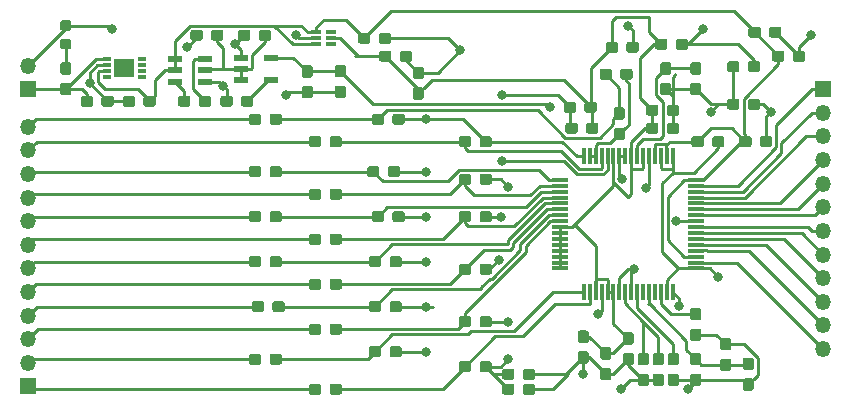
<source format=gbr>
G04 #@! TF.GenerationSoftware,KiCad,Pcbnew,(5.0.2)-1*
G04 #@! TF.CreationDate,2019-04-18T12:23:36+05:30*
G04 #@! TF.ProjectId,ti_based,74695f62-6173-4656-942e-6b696361645f,rev?*
G04 #@! TF.SameCoordinates,Original*
G04 #@! TF.FileFunction,Copper,L1,Top*
G04 #@! TF.FilePolarity,Positive*
%FSLAX46Y46*%
G04 Gerber Fmt 4.6, Leading zero omitted, Abs format (unit mm)*
G04 Created by KiCad (PCBNEW (5.0.2)-1) date 18/04/2019 12:23:36*
%MOMM*%
%LPD*%
G01*
G04 APERTURE LIST*
G04 #@! TA.AperFunction,Conductor*
%ADD10C,0.100000*%
G04 #@! TD*
G04 #@! TA.AperFunction,SMDPad,CuDef*
%ADD11C,0.950000*%
G04 #@! TD*
G04 #@! TA.AperFunction,SMDPad,CuDef*
%ADD12C,0.875000*%
G04 #@! TD*
G04 #@! TA.AperFunction,SMDPad,CuDef*
%ADD13R,1.200000X0.600000*%
G04 #@! TD*
G04 #@! TA.AperFunction,SMDPad,CuDef*
%ADD14R,1.475000X0.300000*%
G04 #@! TD*
G04 #@! TA.AperFunction,SMDPad,CuDef*
%ADD15R,0.300000X1.475000*%
G04 #@! TD*
G04 #@! TA.AperFunction,ComponentPad*
%ADD16R,1.350000X1.350000*%
G04 #@! TD*
G04 #@! TA.AperFunction,ComponentPad*
%ADD17O,1.350000X1.350000*%
G04 #@! TD*
G04 #@! TA.AperFunction,SMDPad,CuDef*
%ADD18R,0.800000X0.300000*%
G04 #@! TD*
G04 #@! TA.AperFunction,SMDPad,CuDef*
%ADD19R,1.750000X1.550000*%
G04 #@! TD*
G04 #@! TA.AperFunction,SMDPad,CuDef*
%ADD20R,0.914400X0.304800*%
G04 #@! TD*
G04 #@! TA.AperFunction,ViaPad*
%ADD21C,0.800000*%
G04 #@! TD*
G04 #@! TA.AperFunction,Conductor*
%ADD22C,0.250000*%
G04 #@! TD*
G04 APERTURE END LIST*
D10*
G04 #@! TO.N,/AVDD*
G04 #@! TO.C,C1*
G36*
X100132779Y-38388144D02*
X100155834Y-38391563D01*
X100178443Y-38397227D01*
X100200387Y-38405079D01*
X100221457Y-38415044D01*
X100241448Y-38427026D01*
X100260168Y-38440910D01*
X100277438Y-38456562D01*
X100293090Y-38473832D01*
X100306974Y-38492552D01*
X100318956Y-38512543D01*
X100328921Y-38533613D01*
X100336773Y-38555557D01*
X100342437Y-38578166D01*
X100345856Y-38601221D01*
X100347000Y-38624500D01*
X100347000Y-39099500D01*
X100345856Y-39122779D01*
X100342437Y-39145834D01*
X100336773Y-39168443D01*
X100328921Y-39190387D01*
X100318956Y-39211457D01*
X100306974Y-39231448D01*
X100293090Y-39250168D01*
X100277438Y-39267438D01*
X100260168Y-39283090D01*
X100241448Y-39296974D01*
X100221457Y-39308956D01*
X100200387Y-39318921D01*
X100178443Y-39326773D01*
X100155834Y-39332437D01*
X100132779Y-39335856D01*
X100109500Y-39337000D01*
X99534500Y-39337000D01*
X99511221Y-39335856D01*
X99488166Y-39332437D01*
X99465557Y-39326773D01*
X99443613Y-39318921D01*
X99422543Y-39308956D01*
X99402552Y-39296974D01*
X99383832Y-39283090D01*
X99366562Y-39267438D01*
X99350910Y-39250168D01*
X99337026Y-39231448D01*
X99325044Y-39211457D01*
X99315079Y-39190387D01*
X99307227Y-39168443D01*
X99301563Y-39145834D01*
X99298144Y-39122779D01*
X99297000Y-39099500D01*
X99297000Y-38624500D01*
X99298144Y-38601221D01*
X99301563Y-38578166D01*
X99307227Y-38555557D01*
X99315079Y-38533613D01*
X99325044Y-38512543D01*
X99337026Y-38492552D01*
X99350910Y-38473832D01*
X99366562Y-38456562D01*
X99383832Y-38440910D01*
X99402552Y-38427026D01*
X99422543Y-38415044D01*
X99443613Y-38405079D01*
X99465557Y-38397227D01*
X99488166Y-38391563D01*
X99511221Y-38388144D01*
X99534500Y-38387000D01*
X100109500Y-38387000D01*
X100132779Y-38388144D01*
X100132779Y-38388144D01*
G37*
D11*
G04 #@! TD*
G04 #@! TO.P,C1,1*
G04 #@! TO.N,/AVDD*
X99822000Y-38862000D03*
D10*
G04 #@! TO.N,/AGND*
G04 #@! TO.C,C1*
G36*
X98382779Y-38388144D02*
X98405834Y-38391563D01*
X98428443Y-38397227D01*
X98450387Y-38405079D01*
X98471457Y-38415044D01*
X98491448Y-38427026D01*
X98510168Y-38440910D01*
X98527438Y-38456562D01*
X98543090Y-38473832D01*
X98556974Y-38492552D01*
X98568956Y-38512543D01*
X98578921Y-38533613D01*
X98586773Y-38555557D01*
X98592437Y-38578166D01*
X98595856Y-38601221D01*
X98597000Y-38624500D01*
X98597000Y-39099500D01*
X98595856Y-39122779D01*
X98592437Y-39145834D01*
X98586773Y-39168443D01*
X98578921Y-39190387D01*
X98568956Y-39211457D01*
X98556974Y-39231448D01*
X98543090Y-39250168D01*
X98527438Y-39267438D01*
X98510168Y-39283090D01*
X98491448Y-39296974D01*
X98471457Y-39308956D01*
X98450387Y-39318921D01*
X98428443Y-39326773D01*
X98405834Y-39332437D01*
X98382779Y-39335856D01*
X98359500Y-39337000D01*
X97784500Y-39337000D01*
X97761221Y-39335856D01*
X97738166Y-39332437D01*
X97715557Y-39326773D01*
X97693613Y-39318921D01*
X97672543Y-39308956D01*
X97652552Y-39296974D01*
X97633832Y-39283090D01*
X97616562Y-39267438D01*
X97600910Y-39250168D01*
X97587026Y-39231448D01*
X97575044Y-39211457D01*
X97565079Y-39190387D01*
X97557227Y-39168443D01*
X97551563Y-39145834D01*
X97548144Y-39122779D01*
X97547000Y-39099500D01*
X97547000Y-38624500D01*
X97548144Y-38601221D01*
X97551563Y-38578166D01*
X97557227Y-38555557D01*
X97565079Y-38533613D01*
X97575044Y-38512543D01*
X97587026Y-38492552D01*
X97600910Y-38473832D01*
X97616562Y-38456562D01*
X97633832Y-38440910D01*
X97652552Y-38427026D01*
X97672543Y-38415044D01*
X97693613Y-38405079D01*
X97715557Y-38397227D01*
X97738166Y-38391563D01*
X97761221Y-38388144D01*
X97784500Y-38387000D01*
X98359500Y-38387000D01*
X98382779Y-38388144D01*
X98382779Y-38388144D01*
G37*
D11*
G04 #@! TD*
G04 #@! TO.P,C1,2*
G04 #@! TO.N,/AGND*
X98072000Y-38862000D03*
D10*
G04 #@! TO.N,/AGND*
G04 #@! TO.C,C2*
G36*
X66632779Y-30514144D02*
X66655834Y-30517563D01*
X66678443Y-30523227D01*
X66700387Y-30531079D01*
X66721457Y-30541044D01*
X66741448Y-30553026D01*
X66760168Y-30566910D01*
X66777438Y-30582562D01*
X66793090Y-30599832D01*
X66806974Y-30618552D01*
X66818956Y-30638543D01*
X66828921Y-30659613D01*
X66836773Y-30681557D01*
X66842437Y-30704166D01*
X66845856Y-30727221D01*
X66847000Y-30750500D01*
X66847000Y-31225500D01*
X66845856Y-31248779D01*
X66842437Y-31271834D01*
X66836773Y-31294443D01*
X66828921Y-31316387D01*
X66818956Y-31337457D01*
X66806974Y-31357448D01*
X66793090Y-31376168D01*
X66777438Y-31393438D01*
X66760168Y-31409090D01*
X66741448Y-31422974D01*
X66721457Y-31434956D01*
X66700387Y-31444921D01*
X66678443Y-31452773D01*
X66655834Y-31458437D01*
X66632779Y-31461856D01*
X66609500Y-31463000D01*
X66034500Y-31463000D01*
X66011221Y-31461856D01*
X65988166Y-31458437D01*
X65965557Y-31452773D01*
X65943613Y-31444921D01*
X65922543Y-31434956D01*
X65902552Y-31422974D01*
X65883832Y-31409090D01*
X65866562Y-31393438D01*
X65850910Y-31376168D01*
X65837026Y-31357448D01*
X65825044Y-31337457D01*
X65815079Y-31316387D01*
X65807227Y-31294443D01*
X65801563Y-31271834D01*
X65798144Y-31248779D01*
X65797000Y-31225500D01*
X65797000Y-30750500D01*
X65798144Y-30727221D01*
X65801563Y-30704166D01*
X65807227Y-30681557D01*
X65815079Y-30659613D01*
X65825044Y-30638543D01*
X65837026Y-30618552D01*
X65850910Y-30599832D01*
X65866562Y-30582562D01*
X65883832Y-30566910D01*
X65902552Y-30553026D01*
X65922543Y-30541044D01*
X65943613Y-30531079D01*
X65965557Y-30523227D01*
X65988166Y-30517563D01*
X66011221Y-30514144D01*
X66034500Y-30513000D01*
X66609500Y-30513000D01*
X66632779Y-30514144D01*
X66632779Y-30514144D01*
G37*
D11*
G04 #@! TD*
G04 #@! TO.P,C2,1*
G04 #@! TO.N,/AGND*
X66322000Y-30988000D03*
D10*
G04 #@! TO.N,/-RAW*
G04 #@! TO.C,C2*
G36*
X68382779Y-30514144D02*
X68405834Y-30517563D01*
X68428443Y-30523227D01*
X68450387Y-30531079D01*
X68471457Y-30541044D01*
X68491448Y-30553026D01*
X68510168Y-30566910D01*
X68527438Y-30582562D01*
X68543090Y-30599832D01*
X68556974Y-30618552D01*
X68568956Y-30638543D01*
X68578921Y-30659613D01*
X68586773Y-30681557D01*
X68592437Y-30704166D01*
X68595856Y-30727221D01*
X68597000Y-30750500D01*
X68597000Y-31225500D01*
X68595856Y-31248779D01*
X68592437Y-31271834D01*
X68586773Y-31294443D01*
X68578921Y-31316387D01*
X68568956Y-31337457D01*
X68556974Y-31357448D01*
X68543090Y-31376168D01*
X68527438Y-31393438D01*
X68510168Y-31409090D01*
X68491448Y-31422974D01*
X68471457Y-31434956D01*
X68450387Y-31444921D01*
X68428443Y-31452773D01*
X68405834Y-31458437D01*
X68382779Y-31461856D01*
X68359500Y-31463000D01*
X67784500Y-31463000D01*
X67761221Y-31461856D01*
X67738166Y-31458437D01*
X67715557Y-31452773D01*
X67693613Y-31444921D01*
X67672543Y-31434956D01*
X67652552Y-31422974D01*
X67633832Y-31409090D01*
X67616562Y-31393438D01*
X67600910Y-31376168D01*
X67587026Y-31357448D01*
X67575044Y-31337457D01*
X67565079Y-31316387D01*
X67557227Y-31294443D01*
X67551563Y-31271834D01*
X67548144Y-31248779D01*
X67547000Y-31225500D01*
X67547000Y-30750500D01*
X67548144Y-30727221D01*
X67551563Y-30704166D01*
X67557227Y-30681557D01*
X67565079Y-30659613D01*
X67575044Y-30638543D01*
X67587026Y-30618552D01*
X67600910Y-30599832D01*
X67616562Y-30582562D01*
X67633832Y-30566910D01*
X67652552Y-30553026D01*
X67672543Y-30541044D01*
X67693613Y-30531079D01*
X67715557Y-30523227D01*
X67738166Y-30517563D01*
X67761221Y-30514144D01*
X67784500Y-30513000D01*
X68359500Y-30513000D01*
X68382779Y-30514144D01*
X68382779Y-30514144D01*
G37*
D11*
G04 #@! TD*
G04 #@! TO.P,C2,2*
G04 #@! TO.N,/-RAW*
X68072000Y-30988000D03*
D10*
G04 #@! TO.N,Net-(C3-Pad1)*
G04 #@! TO.C,C3*
G36*
X67338779Y-36102144D02*
X67361834Y-36105563D01*
X67384443Y-36111227D01*
X67406387Y-36119079D01*
X67427457Y-36129044D01*
X67447448Y-36141026D01*
X67466168Y-36154910D01*
X67483438Y-36170562D01*
X67499090Y-36187832D01*
X67512974Y-36206552D01*
X67524956Y-36226543D01*
X67534921Y-36247613D01*
X67542773Y-36269557D01*
X67548437Y-36292166D01*
X67551856Y-36315221D01*
X67553000Y-36338500D01*
X67553000Y-36813500D01*
X67551856Y-36836779D01*
X67548437Y-36859834D01*
X67542773Y-36882443D01*
X67534921Y-36904387D01*
X67524956Y-36925457D01*
X67512974Y-36945448D01*
X67499090Y-36964168D01*
X67483438Y-36981438D01*
X67466168Y-36997090D01*
X67447448Y-37010974D01*
X67427457Y-37022956D01*
X67406387Y-37032921D01*
X67384443Y-37040773D01*
X67361834Y-37046437D01*
X67338779Y-37049856D01*
X67315500Y-37051000D01*
X66740500Y-37051000D01*
X66717221Y-37049856D01*
X66694166Y-37046437D01*
X66671557Y-37040773D01*
X66649613Y-37032921D01*
X66628543Y-37022956D01*
X66608552Y-37010974D01*
X66589832Y-36997090D01*
X66572562Y-36981438D01*
X66556910Y-36964168D01*
X66543026Y-36945448D01*
X66531044Y-36925457D01*
X66521079Y-36904387D01*
X66513227Y-36882443D01*
X66507563Y-36859834D01*
X66504144Y-36836779D01*
X66503000Y-36813500D01*
X66503000Y-36338500D01*
X66504144Y-36315221D01*
X66507563Y-36292166D01*
X66513227Y-36269557D01*
X66521079Y-36247613D01*
X66531044Y-36226543D01*
X66543026Y-36206552D01*
X66556910Y-36187832D01*
X66572562Y-36170562D01*
X66589832Y-36154910D01*
X66608552Y-36141026D01*
X66628543Y-36129044D01*
X66649613Y-36119079D01*
X66671557Y-36111227D01*
X66694166Y-36105563D01*
X66717221Y-36102144D01*
X66740500Y-36101000D01*
X67315500Y-36101000D01*
X67338779Y-36102144D01*
X67338779Y-36102144D01*
G37*
D11*
G04 #@! TD*
G04 #@! TO.P,C3,1*
G04 #@! TO.N,Net-(C3-Pad1)*
X67028000Y-36576000D03*
D10*
G04 #@! TO.N,Net-(C3-Pad2)*
G04 #@! TO.C,C3*
G36*
X65588779Y-36102144D02*
X65611834Y-36105563D01*
X65634443Y-36111227D01*
X65656387Y-36119079D01*
X65677457Y-36129044D01*
X65697448Y-36141026D01*
X65716168Y-36154910D01*
X65733438Y-36170562D01*
X65749090Y-36187832D01*
X65762974Y-36206552D01*
X65774956Y-36226543D01*
X65784921Y-36247613D01*
X65792773Y-36269557D01*
X65798437Y-36292166D01*
X65801856Y-36315221D01*
X65803000Y-36338500D01*
X65803000Y-36813500D01*
X65801856Y-36836779D01*
X65798437Y-36859834D01*
X65792773Y-36882443D01*
X65784921Y-36904387D01*
X65774956Y-36925457D01*
X65762974Y-36945448D01*
X65749090Y-36964168D01*
X65733438Y-36981438D01*
X65716168Y-36997090D01*
X65697448Y-37010974D01*
X65677457Y-37022956D01*
X65656387Y-37032921D01*
X65634443Y-37040773D01*
X65611834Y-37046437D01*
X65588779Y-37049856D01*
X65565500Y-37051000D01*
X64990500Y-37051000D01*
X64967221Y-37049856D01*
X64944166Y-37046437D01*
X64921557Y-37040773D01*
X64899613Y-37032921D01*
X64878543Y-37022956D01*
X64858552Y-37010974D01*
X64839832Y-36997090D01*
X64822562Y-36981438D01*
X64806910Y-36964168D01*
X64793026Y-36945448D01*
X64781044Y-36925457D01*
X64771079Y-36904387D01*
X64763227Y-36882443D01*
X64757563Y-36859834D01*
X64754144Y-36836779D01*
X64753000Y-36813500D01*
X64753000Y-36338500D01*
X64754144Y-36315221D01*
X64757563Y-36292166D01*
X64763227Y-36269557D01*
X64771079Y-36247613D01*
X64781044Y-36226543D01*
X64793026Y-36206552D01*
X64806910Y-36187832D01*
X64822562Y-36170562D01*
X64839832Y-36154910D01*
X64858552Y-36141026D01*
X64878543Y-36129044D01*
X64899613Y-36119079D01*
X64921557Y-36111227D01*
X64944166Y-36105563D01*
X64967221Y-36102144D01*
X64990500Y-36101000D01*
X65565500Y-36101000D01*
X65588779Y-36102144D01*
X65588779Y-36102144D01*
G37*
D11*
G04 #@! TD*
G04 #@! TO.P,C3,2*
G04 #@! TO.N,Net-(C3-Pad2)*
X65278000Y-36576000D03*
D10*
G04 #@! TO.N,/AGND*
G04 #@! TO.C,C4*
G36*
X98241779Y-36610144D02*
X98264834Y-36613563D01*
X98287443Y-36619227D01*
X98309387Y-36627079D01*
X98330457Y-36637044D01*
X98350448Y-36649026D01*
X98369168Y-36662910D01*
X98386438Y-36678562D01*
X98402090Y-36695832D01*
X98415974Y-36714552D01*
X98427956Y-36734543D01*
X98437921Y-36755613D01*
X98445773Y-36777557D01*
X98451437Y-36800166D01*
X98454856Y-36823221D01*
X98456000Y-36846500D01*
X98456000Y-37321500D01*
X98454856Y-37344779D01*
X98451437Y-37367834D01*
X98445773Y-37390443D01*
X98437921Y-37412387D01*
X98427956Y-37433457D01*
X98415974Y-37453448D01*
X98402090Y-37472168D01*
X98386438Y-37489438D01*
X98369168Y-37505090D01*
X98350448Y-37518974D01*
X98330457Y-37530956D01*
X98309387Y-37540921D01*
X98287443Y-37548773D01*
X98264834Y-37554437D01*
X98241779Y-37557856D01*
X98218500Y-37559000D01*
X97643500Y-37559000D01*
X97620221Y-37557856D01*
X97597166Y-37554437D01*
X97574557Y-37548773D01*
X97552613Y-37540921D01*
X97531543Y-37530956D01*
X97511552Y-37518974D01*
X97492832Y-37505090D01*
X97475562Y-37489438D01*
X97459910Y-37472168D01*
X97446026Y-37453448D01*
X97434044Y-37433457D01*
X97424079Y-37412387D01*
X97416227Y-37390443D01*
X97410563Y-37367834D01*
X97407144Y-37344779D01*
X97406000Y-37321500D01*
X97406000Y-36846500D01*
X97407144Y-36823221D01*
X97410563Y-36800166D01*
X97416227Y-36777557D01*
X97424079Y-36755613D01*
X97434044Y-36734543D01*
X97446026Y-36714552D01*
X97459910Y-36695832D01*
X97475562Y-36678562D01*
X97492832Y-36662910D01*
X97511552Y-36649026D01*
X97531543Y-36637044D01*
X97552613Y-36627079D01*
X97574557Y-36619227D01*
X97597166Y-36613563D01*
X97620221Y-36610144D01*
X97643500Y-36609000D01*
X98218500Y-36609000D01*
X98241779Y-36610144D01*
X98241779Y-36610144D01*
G37*
D11*
G04 #@! TD*
G04 #@! TO.P,C4,2*
G04 #@! TO.N,/AGND*
X97931000Y-37084000D03*
D10*
G04 #@! TO.N,/AVDD*
G04 #@! TO.C,C4*
G36*
X99991779Y-36610144D02*
X100014834Y-36613563D01*
X100037443Y-36619227D01*
X100059387Y-36627079D01*
X100080457Y-36637044D01*
X100100448Y-36649026D01*
X100119168Y-36662910D01*
X100136438Y-36678562D01*
X100152090Y-36695832D01*
X100165974Y-36714552D01*
X100177956Y-36734543D01*
X100187921Y-36755613D01*
X100195773Y-36777557D01*
X100201437Y-36800166D01*
X100204856Y-36823221D01*
X100206000Y-36846500D01*
X100206000Y-37321500D01*
X100204856Y-37344779D01*
X100201437Y-37367834D01*
X100195773Y-37390443D01*
X100187921Y-37412387D01*
X100177956Y-37433457D01*
X100165974Y-37453448D01*
X100152090Y-37472168D01*
X100136438Y-37489438D01*
X100119168Y-37505090D01*
X100100448Y-37518974D01*
X100080457Y-37530956D01*
X100059387Y-37540921D01*
X100037443Y-37548773D01*
X100014834Y-37554437D01*
X99991779Y-37557856D01*
X99968500Y-37559000D01*
X99393500Y-37559000D01*
X99370221Y-37557856D01*
X99347166Y-37554437D01*
X99324557Y-37548773D01*
X99302613Y-37540921D01*
X99281543Y-37530956D01*
X99261552Y-37518974D01*
X99242832Y-37505090D01*
X99225562Y-37489438D01*
X99209910Y-37472168D01*
X99196026Y-37453448D01*
X99184044Y-37433457D01*
X99174079Y-37412387D01*
X99166227Y-37390443D01*
X99160563Y-37367834D01*
X99157144Y-37344779D01*
X99156000Y-37321500D01*
X99156000Y-36846500D01*
X99157144Y-36823221D01*
X99160563Y-36800166D01*
X99166227Y-36777557D01*
X99174079Y-36755613D01*
X99184044Y-36734543D01*
X99196026Y-36714552D01*
X99209910Y-36695832D01*
X99225562Y-36678562D01*
X99242832Y-36662910D01*
X99261552Y-36649026D01*
X99281543Y-36637044D01*
X99302613Y-36627079D01*
X99324557Y-36619227D01*
X99347166Y-36613563D01*
X99370221Y-36610144D01*
X99393500Y-36609000D01*
X99968500Y-36609000D01*
X99991779Y-36610144D01*
X99991779Y-36610144D01*
G37*
D11*
G04 #@! TD*
G04 #@! TO.P,C4,1*
G04 #@! TO.N,/AVDD*
X99681000Y-37084000D03*
D10*
G04 #@! TO.N,/AGND*
G04 #@! TO.C,C5*
G36*
X59097779Y-36102144D02*
X59120834Y-36105563D01*
X59143443Y-36111227D01*
X59165387Y-36119079D01*
X59186457Y-36129044D01*
X59206448Y-36141026D01*
X59225168Y-36154910D01*
X59242438Y-36170562D01*
X59258090Y-36187832D01*
X59271974Y-36206552D01*
X59283956Y-36226543D01*
X59293921Y-36247613D01*
X59301773Y-36269557D01*
X59307437Y-36292166D01*
X59310856Y-36315221D01*
X59312000Y-36338500D01*
X59312000Y-36813500D01*
X59310856Y-36836779D01*
X59307437Y-36859834D01*
X59301773Y-36882443D01*
X59293921Y-36904387D01*
X59283956Y-36925457D01*
X59271974Y-36945448D01*
X59258090Y-36964168D01*
X59242438Y-36981438D01*
X59225168Y-36997090D01*
X59206448Y-37010974D01*
X59186457Y-37022956D01*
X59165387Y-37032921D01*
X59143443Y-37040773D01*
X59120834Y-37046437D01*
X59097779Y-37049856D01*
X59074500Y-37051000D01*
X58499500Y-37051000D01*
X58476221Y-37049856D01*
X58453166Y-37046437D01*
X58430557Y-37040773D01*
X58408613Y-37032921D01*
X58387543Y-37022956D01*
X58367552Y-37010974D01*
X58348832Y-36997090D01*
X58331562Y-36981438D01*
X58315910Y-36964168D01*
X58302026Y-36945448D01*
X58290044Y-36925457D01*
X58280079Y-36904387D01*
X58272227Y-36882443D01*
X58266563Y-36859834D01*
X58263144Y-36836779D01*
X58262000Y-36813500D01*
X58262000Y-36338500D01*
X58263144Y-36315221D01*
X58266563Y-36292166D01*
X58272227Y-36269557D01*
X58280079Y-36247613D01*
X58290044Y-36226543D01*
X58302026Y-36206552D01*
X58315910Y-36187832D01*
X58331562Y-36170562D01*
X58348832Y-36154910D01*
X58367552Y-36141026D01*
X58387543Y-36129044D01*
X58408613Y-36119079D01*
X58430557Y-36111227D01*
X58453166Y-36105563D01*
X58476221Y-36102144D01*
X58499500Y-36101000D01*
X59074500Y-36101000D01*
X59097779Y-36102144D01*
X59097779Y-36102144D01*
G37*
D11*
G04 #@! TD*
G04 #@! TO.P,C5,2*
G04 #@! TO.N,/AGND*
X58787000Y-36576000D03*
D10*
G04 #@! TO.N,/RAW*
G04 #@! TO.C,C5*
G36*
X57347779Y-36102144D02*
X57370834Y-36105563D01*
X57393443Y-36111227D01*
X57415387Y-36119079D01*
X57436457Y-36129044D01*
X57456448Y-36141026D01*
X57475168Y-36154910D01*
X57492438Y-36170562D01*
X57508090Y-36187832D01*
X57521974Y-36206552D01*
X57533956Y-36226543D01*
X57543921Y-36247613D01*
X57551773Y-36269557D01*
X57557437Y-36292166D01*
X57560856Y-36315221D01*
X57562000Y-36338500D01*
X57562000Y-36813500D01*
X57560856Y-36836779D01*
X57557437Y-36859834D01*
X57551773Y-36882443D01*
X57543921Y-36904387D01*
X57533956Y-36925457D01*
X57521974Y-36945448D01*
X57508090Y-36964168D01*
X57492438Y-36981438D01*
X57475168Y-36997090D01*
X57456448Y-37010974D01*
X57436457Y-37022956D01*
X57415387Y-37032921D01*
X57393443Y-37040773D01*
X57370834Y-37046437D01*
X57347779Y-37049856D01*
X57324500Y-37051000D01*
X56749500Y-37051000D01*
X56726221Y-37049856D01*
X56703166Y-37046437D01*
X56680557Y-37040773D01*
X56658613Y-37032921D01*
X56637543Y-37022956D01*
X56617552Y-37010974D01*
X56598832Y-36997090D01*
X56581562Y-36981438D01*
X56565910Y-36964168D01*
X56552026Y-36945448D01*
X56540044Y-36925457D01*
X56530079Y-36904387D01*
X56522227Y-36882443D01*
X56516563Y-36859834D01*
X56513144Y-36836779D01*
X56512000Y-36813500D01*
X56512000Y-36338500D01*
X56513144Y-36315221D01*
X56516563Y-36292166D01*
X56522227Y-36269557D01*
X56530079Y-36247613D01*
X56540044Y-36226543D01*
X56552026Y-36206552D01*
X56565910Y-36187832D01*
X56581562Y-36170562D01*
X56598832Y-36154910D01*
X56617552Y-36141026D01*
X56637543Y-36129044D01*
X56658613Y-36119079D01*
X56680557Y-36111227D01*
X56703166Y-36105563D01*
X56726221Y-36102144D01*
X56749500Y-36101000D01*
X57324500Y-36101000D01*
X57347779Y-36102144D01*
X57347779Y-36102144D01*
G37*
D11*
G04 #@! TD*
G04 #@! TO.P,C5,1*
G04 #@! TO.N,/RAW*
X57037000Y-36576000D03*
D10*
G04 #@! TO.N,/DVDD*
G04 #@! TO.C,C6*
G36*
X115880779Y-32292144D02*
X115903834Y-32295563D01*
X115926443Y-32301227D01*
X115948387Y-32309079D01*
X115969457Y-32319044D01*
X115989448Y-32331026D01*
X116008168Y-32344910D01*
X116025438Y-32360562D01*
X116041090Y-32377832D01*
X116054974Y-32396552D01*
X116066956Y-32416543D01*
X116076921Y-32437613D01*
X116084773Y-32459557D01*
X116090437Y-32482166D01*
X116093856Y-32505221D01*
X116095000Y-32528500D01*
X116095000Y-33003500D01*
X116093856Y-33026779D01*
X116090437Y-33049834D01*
X116084773Y-33072443D01*
X116076921Y-33094387D01*
X116066956Y-33115457D01*
X116054974Y-33135448D01*
X116041090Y-33154168D01*
X116025438Y-33171438D01*
X116008168Y-33187090D01*
X115989448Y-33200974D01*
X115969457Y-33212956D01*
X115948387Y-33222921D01*
X115926443Y-33230773D01*
X115903834Y-33236437D01*
X115880779Y-33239856D01*
X115857500Y-33241000D01*
X115282500Y-33241000D01*
X115259221Y-33239856D01*
X115236166Y-33236437D01*
X115213557Y-33230773D01*
X115191613Y-33222921D01*
X115170543Y-33212956D01*
X115150552Y-33200974D01*
X115131832Y-33187090D01*
X115114562Y-33171438D01*
X115098910Y-33154168D01*
X115085026Y-33135448D01*
X115073044Y-33115457D01*
X115063079Y-33094387D01*
X115055227Y-33072443D01*
X115049563Y-33049834D01*
X115046144Y-33026779D01*
X115045000Y-33003500D01*
X115045000Y-32528500D01*
X115046144Y-32505221D01*
X115049563Y-32482166D01*
X115055227Y-32459557D01*
X115063079Y-32437613D01*
X115073044Y-32416543D01*
X115085026Y-32396552D01*
X115098910Y-32377832D01*
X115114562Y-32360562D01*
X115131832Y-32344910D01*
X115150552Y-32331026D01*
X115170543Y-32319044D01*
X115191613Y-32309079D01*
X115213557Y-32301227D01*
X115236166Y-32295563D01*
X115259221Y-32292144D01*
X115282500Y-32291000D01*
X115857500Y-32291000D01*
X115880779Y-32292144D01*
X115880779Y-32292144D01*
G37*
D11*
G04 #@! TD*
G04 #@! TO.P,C6,1*
G04 #@! TO.N,/DVDD*
X115570000Y-32766000D03*
D10*
G04 #@! TO.N,/AGND*
G04 #@! TO.C,C6*
G36*
X117630779Y-32292144D02*
X117653834Y-32295563D01*
X117676443Y-32301227D01*
X117698387Y-32309079D01*
X117719457Y-32319044D01*
X117739448Y-32331026D01*
X117758168Y-32344910D01*
X117775438Y-32360562D01*
X117791090Y-32377832D01*
X117804974Y-32396552D01*
X117816956Y-32416543D01*
X117826921Y-32437613D01*
X117834773Y-32459557D01*
X117840437Y-32482166D01*
X117843856Y-32505221D01*
X117845000Y-32528500D01*
X117845000Y-33003500D01*
X117843856Y-33026779D01*
X117840437Y-33049834D01*
X117834773Y-33072443D01*
X117826921Y-33094387D01*
X117816956Y-33115457D01*
X117804974Y-33135448D01*
X117791090Y-33154168D01*
X117775438Y-33171438D01*
X117758168Y-33187090D01*
X117739448Y-33200974D01*
X117719457Y-33212956D01*
X117698387Y-33222921D01*
X117676443Y-33230773D01*
X117653834Y-33236437D01*
X117630779Y-33239856D01*
X117607500Y-33241000D01*
X117032500Y-33241000D01*
X117009221Y-33239856D01*
X116986166Y-33236437D01*
X116963557Y-33230773D01*
X116941613Y-33222921D01*
X116920543Y-33212956D01*
X116900552Y-33200974D01*
X116881832Y-33187090D01*
X116864562Y-33171438D01*
X116848910Y-33154168D01*
X116835026Y-33135448D01*
X116823044Y-33115457D01*
X116813079Y-33094387D01*
X116805227Y-33072443D01*
X116799563Y-33049834D01*
X116796144Y-33026779D01*
X116795000Y-33003500D01*
X116795000Y-32528500D01*
X116796144Y-32505221D01*
X116799563Y-32482166D01*
X116805227Y-32459557D01*
X116813079Y-32437613D01*
X116823044Y-32416543D01*
X116835026Y-32396552D01*
X116848910Y-32377832D01*
X116864562Y-32360562D01*
X116881832Y-32344910D01*
X116900552Y-32331026D01*
X116920543Y-32319044D01*
X116941613Y-32309079D01*
X116963557Y-32301227D01*
X116986166Y-32295563D01*
X117009221Y-32292144D01*
X117032500Y-32291000D01*
X117607500Y-32291000D01*
X117630779Y-32292144D01*
X117630779Y-32292144D01*
G37*
D11*
G04 #@! TD*
G04 #@! TO.P,C6,2*
G04 #@! TO.N,/AGND*
X117320000Y-32766000D03*
D10*
G04 #@! TO.N,/AGND*
G04 #@! TO.C,C7*
G36*
X115626779Y-30260144D02*
X115649834Y-30263563D01*
X115672443Y-30269227D01*
X115694387Y-30277079D01*
X115715457Y-30287044D01*
X115735448Y-30299026D01*
X115754168Y-30312910D01*
X115771438Y-30328562D01*
X115787090Y-30345832D01*
X115800974Y-30364552D01*
X115812956Y-30384543D01*
X115822921Y-30405613D01*
X115830773Y-30427557D01*
X115836437Y-30450166D01*
X115839856Y-30473221D01*
X115841000Y-30496500D01*
X115841000Y-30971500D01*
X115839856Y-30994779D01*
X115836437Y-31017834D01*
X115830773Y-31040443D01*
X115822921Y-31062387D01*
X115812956Y-31083457D01*
X115800974Y-31103448D01*
X115787090Y-31122168D01*
X115771438Y-31139438D01*
X115754168Y-31155090D01*
X115735448Y-31168974D01*
X115715457Y-31180956D01*
X115694387Y-31190921D01*
X115672443Y-31198773D01*
X115649834Y-31204437D01*
X115626779Y-31207856D01*
X115603500Y-31209000D01*
X115028500Y-31209000D01*
X115005221Y-31207856D01*
X114982166Y-31204437D01*
X114959557Y-31198773D01*
X114937613Y-31190921D01*
X114916543Y-31180956D01*
X114896552Y-31168974D01*
X114877832Y-31155090D01*
X114860562Y-31139438D01*
X114844910Y-31122168D01*
X114831026Y-31103448D01*
X114819044Y-31083457D01*
X114809079Y-31062387D01*
X114801227Y-31040443D01*
X114795563Y-31017834D01*
X114792144Y-30994779D01*
X114791000Y-30971500D01*
X114791000Y-30496500D01*
X114792144Y-30473221D01*
X114795563Y-30450166D01*
X114801227Y-30427557D01*
X114809079Y-30405613D01*
X114819044Y-30384543D01*
X114831026Y-30364552D01*
X114844910Y-30345832D01*
X114860562Y-30328562D01*
X114877832Y-30312910D01*
X114896552Y-30299026D01*
X114916543Y-30287044D01*
X114937613Y-30277079D01*
X114959557Y-30269227D01*
X114982166Y-30263563D01*
X115005221Y-30260144D01*
X115028500Y-30259000D01*
X115603500Y-30259000D01*
X115626779Y-30260144D01*
X115626779Y-30260144D01*
G37*
D11*
G04 #@! TD*
G04 #@! TO.P,C7,2*
G04 #@! TO.N,/AGND*
X115316000Y-30734000D03*
D10*
G04 #@! TO.N,/DVDD*
G04 #@! TO.C,C7*
G36*
X113876779Y-30260144D02*
X113899834Y-30263563D01*
X113922443Y-30269227D01*
X113944387Y-30277079D01*
X113965457Y-30287044D01*
X113985448Y-30299026D01*
X114004168Y-30312910D01*
X114021438Y-30328562D01*
X114037090Y-30345832D01*
X114050974Y-30364552D01*
X114062956Y-30384543D01*
X114072921Y-30405613D01*
X114080773Y-30427557D01*
X114086437Y-30450166D01*
X114089856Y-30473221D01*
X114091000Y-30496500D01*
X114091000Y-30971500D01*
X114089856Y-30994779D01*
X114086437Y-31017834D01*
X114080773Y-31040443D01*
X114072921Y-31062387D01*
X114062956Y-31083457D01*
X114050974Y-31103448D01*
X114037090Y-31122168D01*
X114021438Y-31139438D01*
X114004168Y-31155090D01*
X113985448Y-31168974D01*
X113965457Y-31180956D01*
X113944387Y-31190921D01*
X113922443Y-31198773D01*
X113899834Y-31204437D01*
X113876779Y-31207856D01*
X113853500Y-31209000D01*
X113278500Y-31209000D01*
X113255221Y-31207856D01*
X113232166Y-31204437D01*
X113209557Y-31198773D01*
X113187613Y-31190921D01*
X113166543Y-31180956D01*
X113146552Y-31168974D01*
X113127832Y-31155090D01*
X113110562Y-31139438D01*
X113094910Y-31122168D01*
X113081026Y-31103448D01*
X113069044Y-31083457D01*
X113059079Y-31062387D01*
X113051227Y-31040443D01*
X113045563Y-31017834D01*
X113042144Y-30994779D01*
X113041000Y-30971500D01*
X113041000Y-30496500D01*
X113042144Y-30473221D01*
X113045563Y-30450166D01*
X113051227Y-30427557D01*
X113059079Y-30405613D01*
X113069044Y-30384543D01*
X113081026Y-30364552D01*
X113094910Y-30345832D01*
X113110562Y-30328562D01*
X113127832Y-30312910D01*
X113146552Y-30299026D01*
X113166543Y-30287044D01*
X113187613Y-30277079D01*
X113209557Y-30269227D01*
X113232166Y-30263563D01*
X113255221Y-30260144D01*
X113278500Y-30259000D01*
X113853500Y-30259000D01*
X113876779Y-30260144D01*
X113876779Y-30260144D01*
G37*
D11*
G04 #@! TD*
G04 #@! TO.P,C7,1*
G04 #@! TO.N,/DVDD*
X113566000Y-30734000D03*
D10*
G04 #@! TO.N,/AVDD*
G04 #@! TO.C,C8*
G36*
X105212779Y-38388144D02*
X105235834Y-38391563D01*
X105258443Y-38397227D01*
X105280387Y-38405079D01*
X105301457Y-38415044D01*
X105321448Y-38427026D01*
X105340168Y-38440910D01*
X105357438Y-38456562D01*
X105373090Y-38473832D01*
X105386974Y-38492552D01*
X105398956Y-38512543D01*
X105408921Y-38533613D01*
X105416773Y-38555557D01*
X105422437Y-38578166D01*
X105425856Y-38601221D01*
X105427000Y-38624500D01*
X105427000Y-39099500D01*
X105425856Y-39122779D01*
X105422437Y-39145834D01*
X105416773Y-39168443D01*
X105408921Y-39190387D01*
X105398956Y-39211457D01*
X105386974Y-39231448D01*
X105373090Y-39250168D01*
X105357438Y-39267438D01*
X105340168Y-39283090D01*
X105321448Y-39296974D01*
X105301457Y-39308956D01*
X105280387Y-39318921D01*
X105258443Y-39326773D01*
X105235834Y-39332437D01*
X105212779Y-39335856D01*
X105189500Y-39337000D01*
X104614500Y-39337000D01*
X104591221Y-39335856D01*
X104568166Y-39332437D01*
X104545557Y-39326773D01*
X104523613Y-39318921D01*
X104502543Y-39308956D01*
X104482552Y-39296974D01*
X104463832Y-39283090D01*
X104446562Y-39267438D01*
X104430910Y-39250168D01*
X104417026Y-39231448D01*
X104405044Y-39211457D01*
X104395079Y-39190387D01*
X104387227Y-39168443D01*
X104381563Y-39145834D01*
X104378144Y-39122779D01*
X104377000Y-39099500D01*
X104377000Y-38624500D01*
X104378144Y-38601221D01*
X104381563Y-38578166D01*
X104387227Y-38555557D01*
X104395079Y-38533613D01*
X104405044Y-38512543D01*
X104417026Y-38492552D01*
X104430910Y-38473832D01*
X104446562Y-38456562D01*
X104463832Y-38440910D01*
X104482552Y-38427026D01*
X104502543Y-38415044D01*
X104523613Y-38405079D01*
X104545557Y-38397227D01*
X104568166Y-38391563D01*
X104591221Y-38388144D01*
X104614500Y-38387000D01*
X105189500Y-38387000D01*
X105212779Y-38388144D01*
X105212779Y-38388144D01*
G37*
D11*
G04 #@! TD*
G04 #@! TO.P,C8,1*
G04 #@! TO.N,/AVDD*
X104902000Y-38862000D03*
D10*
G04 #@! TO.N,/AVSS*
G04 #@! TO.C,C8*
G36*
X106962779Y-38388144D02*
X106985834Y-38391563D01*
X107008443Y-38397227D01*
X107030387Y-38405079D01*
X107051457Y-38415044D01*
X107071448Y-38427026D01*
X107090168Y-38440910D01*
X107107438Y-38456562D01*
X107123090Y-38473832D01*
X107136974Y-38492552D01*
X107148956Y-38512543D01*
X107158921Y-38533613D01*
X107166773Y-38555557D01*
X107172437Y-38578166D01*
X107175856Y-38601221D01*
X107177000Y-38624500D01*
X107177000Y-39099500D01*
X107175856Y-39122779D01*
X107172437Y-39145834D01*
X107166773Y-39168443D01*
X107158921Y-39190387D01*
X107148956Y-39211457D01*
X107136974Y-39231448D01*
X107123090Y-39250168D01*
X107107438Y-39267438D01*
X107090168Y-39283090D01*
X107071448Y-39296974D01*
X107051457Y-39308956D01*
X107030387Y-39318921D01*
X107008443Y-39326773D01*
X106985834Y-39332437D01*
X106962779Y-39335856D01*
X106939500Y-39337000D01*
X106364500Y-39337000D01*
X106341221Y-39335856D01*
X106318166Y-39332437D01*
X106295557Y-39326773D01*
X106273613Y-39318921D01*
X106252543Y-39308956D01*
X106232552Y-39296974D01*
X106213832Y-39283090D01*
X106196562Y-39267438D01*
X106180910Y-39250168D01*
X106167026Y-39231448D01*
X106155044Y-39211457D01*
X106145079Y-39190387D01*
X106137227Y-39168443D01*
X106131563Y-39145834D01*
X106128144Y-39122779D01*
X106127000Y-39099500D01*
X106127000Y-38624500D01*
X106128144Y-38601221D01*
X106131563Y-38578166D01*
X106137227Y-38555557D01*
X106145079Y-38533613D01*
X106155044Y-38512543D01*
X106167026Y-38492552D01*
X106180910Y-38473832D01*
X106196562Y-38456562D01*
X106213832Y-38440910D01*
X106232552Y-38427026D01*
X106252543Y-38415044D01*
X106273613Y-38405079D01*
X106295557Y-38397227D01*
X106318166Y-38391563D01*
X106341221Y-38388144D01*
X106364500Y-38387000D01*
X106939500Y-38387000D01*
X106962779Y-38388144D01*
X106962779Y-38388144D01*
G37*
D11*
G04 #@! TD*
G04 #@! TO.P,C8,2*
G04 #@! TO.N,/AVSS*
X106652000Y-38862000D03*
D10*
G04 #@! TO.N,/DVDD*
G04 #@! TO.C,C9*
G36*
X62653779Y-36102144D02*
X62676834Y-36105563D01*
X62699443Y-36111227D01*
X62721387Y-36119079D01*
X62742457Y-36129044D01*
X62762448Y-36141026D01*
X62781168Y-36154910D01*
X62798438Y-36170562D01*
X62814090Y-36187832D01*
X62827974Y-36206552D01*
X62839956Y-36226543D01*
X62849921Y-36247613D01*
X62857773Y-36269557D01*
X62863437Y-36292166D01*
X62866856Y-36315221D01*
X62868000Y-36338500D01*
X62868000Y-36813500D01*
X62866856Y-36836779D01*
X62863437Y-36859834D01*
X62857773Y-36882443D01*
X62849921Y-36904387D01*
X62839956Y-36925457D01*
X62827974Y-36945448D01*
X62814090Y-36964168D01*
X62798438Y-36981438D01*
X62781168Y-36997090D01*
X62762448Y-37010974D01*
X62742457Y-37022956D01*
X62721387Y-37032921D01*
X62699443Y-37040773D01*
X62676834Y-37046437D01*
X62653779Y-37049856D01*
X62630500Y-37051000D01*
X62055500Y-37051000D01*
X62032221Y-37049856D01*
X62009166Y-37046437D01*
X61986557Y-37040773D01*
X61964613Y-37032921D01*
X61943543Y-37022956D01*
X61923552Y-37010974D01*
X61904832Y-36997090D01*
X61887562Y-36981438D01*
X61871910Y-36964168D01*
X61858026Y-36945448D01*
X61846044Y-36925457D01*
X61836079Y-36904387D01*
X61828227Y-36882443D01*
X61822563Y-36859834D01*
X61819144Y-36836779D01*
X61818000Y-36813500D01*
X61818000Y-36338500D01*
X61819144Y-36315221D01*
X61822563Y-36292166D01*
X61828227Y-36269557D01*
X61836079Y-36247613D01*
X61846044Y-36226543D01*
X61858026Y-36206552D01*
X61871910Y-36187832D01*
X61887562Y-36170562D01*
X61904832Y-36154910D01*
X61923552Y-36141026D01*
X61943543Y-36129044D01*
X61964613Y-36119079D01*
X61986557Y-36111227D01*
X62009166Y-36105563D01*
X62032221Y-36102144D01*
X62055500Y-36101000D01*
X62630500Y-36101000D01*
X62653779Y-36102144D01*
X62653779Y-36102144D01*
G37*
D11*
G04 #@! TD*
G04 #@! TO.P,C9,1*
G04 #@! TO.N,/DVDD*
X62343000Y-36576000D03*
D10*
G04 #@! TO.N,/AGND*
G04 #@! TO.C,C9*
G36*
X60903779Y-36102144D02*
X60926834Y-36105563D01*
X60949443Y-36111227D01*
X60971387Y-36119079D01*
X60992457Y-36129044D01*
X61012448Y-36141026D01*
X61031168Y-36154910D01*
X61048438Y-36170562D01*
X61064090Y-36187832D01*
X61077974Y-36206552D01*
X61089956Y-36226543D01*
X61099921Y-36247613D01*
X61107773Y-36269557D01*
X61113437Y-36292166D01*
X61116856Y-36315221D01*
X61118000Y-36338500D01*
X61118000Y-36813500D01*
X61116856Y-36836779D01*
X61113437Y-36859834D01*
X61107773Y-36882443D01*
X61099921Y-36904387D01*
X61089956Y-36925457D01*
X61077974Y-36945448D01*
X61064090Y-36964168D01*
X61048438Y-36981438D01*
X61031168Y-36997090D01*
X61012448Y-37010974D01*
X60992457Y-37022956D01*
X60971387Y-37032921D01*
X60949443Y-37040773D01*
X60926834Y-37046437D01*
X60903779Y-37049856D01*
X60880500Y-37051000D01*
X60305500Y-37051000D01*
X60282221Y-37049856D01*
X60259166Y-37046437D01*
X60236557Y-37040773D01*
X60214613Y-37032921D01*
X60193543Y-37022956D01*
X60173552Y-37010974D01*
X60154832Y-36997090D01*
X60137562Y-36981438D01*
X60121910Y-36964168D01*
X60108026Y-36945448D01*
X60096044Y-36925457D01*
X60086079Y-36904387D01*
X60078227Y-36882443D01*
X60072563Y-36859834D01*
X60069144Y-36836779D01*
X60068000Y-36813500D01*
X60068000Y-36338500D01*
X60069144Y-36315221D01*
X60072563Y-36292166D01*
X60078227Y-36269557D01*
X60086079Y-36247613D01*
X60096044Y-36226543D01*
X60108026Y-36206552D01*
X60121910Y-36187832D01*
X60137562Y-36170562D01*
X60154832Y-36154910D01*
X60173552Y-36141026D01*
X60193543Y-36129044D01*
X60214613Y-36119079D01*
X60236557Y-36111227D01*
X60259166Y-36105563D01*
X60282221Y-36102144D01*
X60305500Y-36101000D01*
X60880500Y-36101000D01*
X60903779Y-36102144D01*
X60903779Y-36102144D01*
G37*
D11*
G04 #@! TD*
G04 #@! TO.P,C9,2*
G04 #@! TO.N,/AGND*
X60593000Y-36576000D03*
D10*
G04 #@! TO.N,/AVSS*
G04 #@! TO.C,C10*
G36*
X106962779Y-36864144D02*
X106985834Y-36867563D01*
X107008443Y-36873227D01*
X107030387Y-36881079D01*
X107051457Y-36891044D01*
X107071448Y-36903026D01*
X107090168Y-36916910D01*
X107107438Y-36932562D01*
X107123090Y-36949832D01*
X107136974Y-36968552D01*
X107148956Y-36988543D01*
X107158921Y-37009613D01*
X107166773Y-37031557D01*
X107172437Y-37054166D01*
X107175856Y-37077221D01*
X107177000Y-37100500D01*
X107177000Y-37575500D01*
X107175856Y-37598779D01*
X107172437Y-37621834D01*
X107166773Y-37644443D01*
X107158921Y-37666387D01*
X107148956Y-37687457D01*
X107136974Y-37707448D01*
X107123090Y-37726168D01*
X107107438Y-37743438D01*
X107090168Y-37759090D01*
X107071448Y-37772974D01*
X107051457Y-37784956D01*
X107030387Y-37794921D01*
X107008443Y-37802773D01*
X106985834Y-37808437D01*
X106962779Y-37811856D01*
X106939500Y-37813000D01*
X106364500Y-37813000D01*
X106341221Y-37811856D01*
X106318166Y-37808437D01*
X106295557Y-37802773D01*
X106273613Y-37794921D01*
X106252543Y-37784956D01*
X106232552Y-37772974D01*
X106213832Y-37759090D01*
X106196562Y-37743438D01*
X106180910Y-37726168D01*
X106167026Y-37707448D01*
X106155044Y-37687457D01*
X106145079Y-37666387D01*
X106137227Y-37644443D01*
X106131563Y-37621834D01*
X106128144Y-37598779D01*
X106127000Y-37575500D01*
X106127000Y-37100500D01*
X106128144Y-37077221D01*
X106131563Y-37054166D01*
X106137227Y-37031557D01*
X106145079Y-37009613D01*
X106155044Y-36988543D01*
X106167026Y-36968552D01*
X106180910Y-36949832D01*
X106196562Y-36932562D01*
X106213832Y-36916910D01*
X106232552Y-36903026D01*
X106252543Y-36891044D01*
X106273613Y-36881079D01*
X106295557Y-36873227D01*
X106318166Y-36867563D01*
X106341221Y-36864144D01*
X106364500Y-36863000D01*
X106939500Y-36863000D01*
X106962779Y-36864144D01*
X106962779Y-36864144D01*
G37*
D11*
G04 #@! TD*
G04 #@! TO.P,C10,2*
G04 #@! TO.N,/AVSS*
X106652000Y-37338000D03*
D10*
G04 #@! TO.N,/AVDD*
G04 #@! TO.C,C10*
G36*
X105212779Y-36864144D02*
X105235834Y-36867563D01*
X105258443Y-36873227D01*
X105280387Y-36881079D01*
X105301457Y-36891044D01*
X105321448Y-36903026D01*
X105340168Y-36916910D01*
X105357438Y-36932562D01*
X105373090Y-36949832D01*
X105386974Y-36968552D01*
X105398956Y-36988543D01*
X105408921Y-37009613D01*
X105416773Y-37031557D01*
X105422437Y-37054166D01*
X105425856Y-37077221D01*
X105427000Y-37100500D01*
X105427000Y-37575500D01*
X105425856Y-37598779D01*
X105422437Y-37621834D01*
X105416773Y-37644443D01*
X105408921Y-37666387D01*
X105398956Y-37687457D01*
X105386974Y-37707448D01*
X105373090Y-37726168D01*
X105357438Y-37743438D01*
X105340168Y-37759090D01*
X105321448Y-37772974D01*
X105301457Y-37784956D01*
X105280387Y-37794921D01*
X105258443Y-37802773D01*
X105235834Y-37808437D01*
X105212779Y-37811856D01*
X105189500Y-37813000D01*
X104614500Y-37813000D01*
X104591221Y-37811856D01*
X104568166Y-37808437D01*
X104545557Y-37802773D01*
X104523613Y-37794921D01*
X104502543Y-37784956D01*
X104482552Y-37772974D01*
X104463832Y-37759090D01*
X104446562Y-37743438D01*
X104430910Y-37726168D01*
X104417026Y-37707448D01*
X104405044Y-37687457D01*
X104395079Y-37666387D01*
X104387227Y-37644443D01*
X104381563Y-37621834D01*
X104378144Y-37598779D01*
X104377000Y-37575500D01*
X104377000Y-37100500D01*
X104378144Y-37077221D01*
X104381563Y-37054166D01*
X104387227Y-37031557D01*
X104395079Y-37009613D01*
X104405044Y-36988543D01*
X104417026Y-36968552D01*
X104430910Y-36949832D01*
X104446562Y-36932562D01*
X104463832Y-36916910D01*
X104482552Y-36903026D01*
X104502543Y-36891044D01*
X104523613Y-36881079D01*
X104545557Y-36873227D01*
X104568166Y-36867563D01*
X104591221Y-36864144D01*
X104614500Y-36863000D01*
X105189500Y-36863000D01*
X105212779Y-36864144D01*
X105212779Y-36864144D01*
G37*
D11*
G04 #@! TD*
G04 #@! TO.P,C10,1*
G04 #@! TO.N,/AVDD*
X104902000Y-37338000D03*
D10*
G04 #@! TO.N,/-RAW*
G04 #@! TO.C,C11*
G36*
X72418779Y-30514144D02*
X72441834Y-30517563D01*
X72464443Y-30523227D01*
X72486387Y-30531079D01*
X72507457Y-30541044D01*
X72527448Y-30553026D01*
X72546168Y-30566910D01*
X72563438Y-30582562D01*
X72579090Y-30599832D01*
X72592974Y-30618552D01*
X72604956Y-30638543D01*
X72614921Y-30659613D01*
X72622773Y-30681557D01*
X72628437Y-30704166D01*
X72631856Y-30727221D01*
X72633000Y-30750500D01*
X72633000Y-31225500D01*
X72631856Y-31248779D01*
X72628437Y-31271834D01*
X72622773Y-31294443D01*
X72614921Y-31316387D01*
X72604956Y-31337457D01*
X72592974Y-31357448D01*
X72579090Y-31376168D01*
X72563438Y-31393438D01*
X72546168Y-31409090D01*
X72527448Y-31422974D01*
X72507457Y-31434956D01*
X72486387Y-31444921D01*
X72464443Y-31452773D01*
X72441834Y-31458437D01*
X72418779Y-31461856D01*
X72395500Y-31463000D01*
X71820500Y-31463000D01*
X71797221Y-31461856D01*
X71774166Y-31458437D01*
X71751557Y-31452773D01*
X71729613Y-31444921D01*
X71708543Y-31434956D01*
X71688552Y-31422974D01*
X71669832Y-31409090D01*
X71652562Y-31393438D01*
X71636910Y-31376168D01*
X71623026Y-31357448D01*
X71611044Y-31337457D01*
X71601079Y-31316387D01*
X71593227Y-31294443D01*
X71587563Y-31271834D01*
X71584144Y-31248779D01*
X71583000Y-31225500D01*
X71583000Y-30750500D01*
X71584144Y-30727221D01*
X71587563Y-30704166D01*
X71593227Y-30681557D01*
X71601079Y-30659613D01*
X71611044Y-30638543D01*
X71623026Y-30618552D01*
X71636910Y-30599832D01*
X71652562Y-30582562D01*
X71669832Y-30566910D01*
X71688552Y-30553026D01*
X71708543Y-30541044D01*
X71729613Y-30531079D01*
X71751557Y-30523227D01*
X71774166Y-30517563D01*
X71797221Y-30514144D01*
X71820500Y-30513000D01*
X72395500Y-30513000D01*
X72418779Y-30514144D01*
X72418779Y-30514144D01*
G37*
D11*
G04 #@! TD*
G04 #@! TO.P,C11,1*
G04 #@! TO.N,/-RAW*
X72108000Y-30988000D03*
D10*
G04 #@! TO.N,/AGND*
G04 #@! TO.C,C11*
G36*
X70668779Y-30514144D02*
X70691834Y-30517563D01*
X70714443Y-30523227D01*
X70736387Y-30531079D01*
X70757457Y-30541044D01*
X70777448Y-30553026D01*
X70796168Y-30566910D01*
X70813438Y-30582562D01*
X70829090Y-30599832D01*
X70842974Y-30618552D01*
X70854956Y-30638543D01*
X70864921Y-30659613D01*
X70872773Y-30681557D01*
X70878437Y-30704166D01*
X70881856Y-30727221D01*
X70883000Y-30750500D01*
X70883000Y-31225500D01*
X70881856Y-31248779D01*
X70878437Y-31271834D01*
X70872773Y-31294443D01*
X70864921Y-31316387D01*
X70854956Y-31337457D01*
X70842974Y-31357448D01*
X70829090Y-31376168D01*
X70813438Y-31393438D01*
X70796168Y-31409090D01*
X70777448Y-31422974D01*
X70757457Y-31434956D01*
X70736387Y-31444921D01*
X70714443Y-31452773D01*
X70691834Y-31458437D01*
X70668779Y-31461856D01*
X70645500Y-31463000D01*
X70070500Y-31463000D01*
X70047221Y-31461856D01*
X70024166Y-31458437D01*
X70001557Y-31452773D01*
X69979613Y-31444921D01*
X69958543Y-31434956D01*
X69938552Y-31422974D01*
X69919832Y-31409090D01*
X69902562Y-31393438D01*
X69886910Y-31376168D01*
X69873026Y-31357448D01*
X69861044Y-31337457D01*
X69851079Y-31316387D01*
X69843227Y-31294443D01*
X69837563Y-31271834D01*
X69834144Y-31248779D01*
X69833000Y-31225500D01*
X69833000Y-30750500D01*
X69834144Y-30727221D01*
X69837563Y-30704166D01*
X69843227Y-30681557D01*
X69851079Y-30659613D01*
X69861044Y-30638543D01*
X69873026Y-30618552D01*
X69886910Y-30599832D01*
X69902562Y-30582562D01*
X69919832Y-30566910D01*
X69938552Y-30553026D01*
X69958543Y-30541044D01*
X69979613Y-30531079D01*
X70001557Y-30523227D01*
X70024166Y-30517563D01*
X70047221Y-30514144D01*
X70070500Y-30513000D01*
X70645500Y-30513000D01*
X70668779Y-30514144D01*
X70668779Y-30514144D01*
G37*
D11*
G04 #@! TD*
G04 #@! TO.P,C11,2*
G04 #@! TO.N,/AGND*
X70358000Y-30988000D03*
D10*
G04 #@! TO.N,/AVDD*
G04 #@! TO.C,C12*
G36*
X105974779Y-31276144D02*
X105997834Y-31279563D01*
X106020443Y-31285227D01*
X106042387Y-31293079D01*
X106063457Y-31303044D01*
X106083448Y-31315026D01*
X106102168Y-31328910D01*
X106119438Y-31344562D01*
X106135090Y-31361832D01*
X106148974Y-31380552D01*
X106160956Y-31400543D01*
X106170921Y-31421613D01*
X106178773Y-31443557D01*
X106184437Y-31466166D01*
X106187856Y-31489221D01*
X106189000Y-31512500D01*
X106189000Y-31987500D01*
X106187856Y-32010779D01*
X106184437Y-32033834D01*
X106178773Y-32056443D01*
X106170921Y-32078387D01*
X106160956Y-32099457D01*
X106148974Y-32119448D01*
X106135090Y-32138168D01*
X106119438Y-32155438D01*
X106102168Y-32171090D01*
X106083448Y-32184974D01*
X106063457Y-32196956D01*
X106042387Y-32206921D01*
X106020443Y-32214773D01*
X105997834Y-32220437D01*
X105974779Y-32223856D01*
X105951500Y-32225000D01*
X105376500Y-32225000D01*
X105353221Y-32223856D01*
X105330166Y-32220437D01*
X105307557Y-32214773D01*
X105285613Y-32206921D01*
X105264543Y-32196956D01*
X105244552Y-32184974D01*
X105225832Y-32171090D01*
X105208562Y-32155438D01*
X105192910Y-32138168D01*
X105179026Y-32119448D01*
X105167044Y-32099457D01*
X105157079Y-32078387D01*
X105149227Y-32056443D01*
X105143563Y-32033834D01*
X105140144Y-32010779D01*
X105139000Y-31987500D01*
X105139000Y-31512500D01*
X105140144Y-31489221D01*
X105143563Y-31466166D01*
X105149227Y-31443557D01*
X105157079Y-31421613D01*
X105167044Y-31400543D01*
X105179026Y-31380552D01*
X105192910Y-31361832D01*
X105208562Y-31344562D01*
X105225832Y-31328910D01*
X105244552Y-31315026D01*
X105264543Y-31303044D01*
X105285613Y-31293079D01*
X105307557Y-31285227D01*
X105330166Y-31279563D01*
X105353221Y-31276144D01*
X105376500Y-31275000D01*
X105951500Y-31275000D01*
X105974779Y-31276144D01*
X105974779Y-31276144D01*
G37*
D11*
G04 #@! TD*
G04 #@! TO.P,C12,1*
G04 #@! TO.N,/AVDD*
X105664000Y-31750000D03*
D10*
G04 #@! TO.N,/AGND*
G04 #@! TO.C,C12*
G36*
X107724779Y-31276144D02*
X107747834Y-31279563D01*
X107770443Y-31285227D01*
X107792387Y-31293079D01*
X107813457Y-31303044D01*
X107833448Y-31315026D01*
X107852168Y-31328910D01*
X107869438Y-31344562D01*
X107885090Y-31361832D01*
X107898974Y-31380552D01*
X107910956Y-31400543D01*
X107920921Y-31421613D01*
X107928773Y-31443557D01*
X107934437Y-31466166D01*
X107937856Y-31489221D01*
X107939000Y-31512500D01*
X107939000Y-31987500D01*
X107937856Y-32010779D01*
X107934437Y-32033834D01*
X107928773Y-32056443D01*
X107920921Y-32078387D01*
X107910956Y-32099457D01*
X107898974Y-32119448D01*
X107885090Y-32138168D01*
X107869438Y-32155438D01*
X107852168Y-32171090D01*
X107833448Y-32184974D01*
X107813457Y-32196956D01*
X107792387Y-32206921D01*
X107770443Y-32214773D01*
X107747834Y-32220437D01*
X107724779Y-32223856D01*
X107701500Y-32225000D01*
X107126500Y-32225000D01*
X107103221Y-32223856D01*
X107080166Y-32220437D01*
X107057557Y-32214773D01*
X107035613Y-32206921D01*
X107014543Y-32196956D01*
X106994552Y-32184974D01*
X106975832Y-32171090D01*
X106958562Y-32155438D01*
X106942910Y-32138168D01*
X106929026Y-32119448D01*
X106917044Y-32099457D01*
X106907079Y-32078387D01*
X106899227Y-32056443D01*
X106893563Y-32033834D01*
X106890144Y-32010779D01*
X106889000Y-31987500D01*
X106889000Y-31512500D01*
X106890144Y-31489221D01*
X106893563Y-31466166D01*
X106899227Y-31443557D01*
X106907079Y-31421613D01*
X106917044Y-31400543D01*
X106929026Y-31380552D01*
X106942910Y-31361832D01*
X106958562Y-31344562D01*
X106975832Y-31328910D01*
X106994552Y-31315026D01*
X107014543Y-31303044D01*
X107035613Y-31293079D01*
X107057557Y-31285227D01*
X107080166Y-31279563D01*
X107103221Y-31276144D01*
X107126500Y-31275000D01*
X107701500Y-31275000D01*
X107724779Y-31276144D01*
X107724779Y-31276144D01*
G37*
D11*
G04 #@! TD*
G04 #@! TO.P,C12,2*
G04 #@! TO.N,/AGND*
X107414000Y-31750000D03*
D10*
G04 #@! TO.N,Net-(C13-Pad1)*
G04 #@! TO.C,C13*
G36*
X81985779Y-37626144D02*
X82008834Y-37629563D01*
X82031443Y-37635227D01*
X82053387Y-37643079D01*
X82074457Y-37653044D01*
X82094448Y-37665026D01*
X82113168Y-37678910D01*
X82130438Y-37694562D01*
X82146090Y-37711832D01*
X82159974Y-37730552D01*
X82171956Y-37750543D01*
X82181921Y-37771613D01*
X82189773Y-37793557D01*
X82195437Y-37816166D01*
X82198856Y-37839221D01*
X82200000Y-37862500D01*
X82200000Y-38337500D01*
X82198856Y-38360779D01*
X82195437Y-38383834D01*
X82189773Y-38406443D01*
X82181921Y-38428387D01*
X82171956Y-38449457D01*
X82159974Y-38469448D01*
X82146090Y-38488168D01*
X82130438Y-38505438D01*
X82113168Y-38521090D01*
X82094448Y-38534974D01*
X82074457Y-38546956D01*
X82053387Y-38556921D01*
X82031443Y-38564773D01*
X82008834Y-38570437D01*
X81985779Y-38573856D01*
X81962500Y-38575000D01*
X81387500Y-38575000D01*
X81364221Y-38573856D01*
X81341166Y-38570437D01*
X81318557Y-38564773D01*
X81296613Y-38556921D01*
X81275543Y-38546956D01*
X81255552Y-38534974D01*
X81236832Y-38521090D01*
X81219562Y-38505438D01*
X81203910Y-38488168D01*
X81190026Y-38469448D01*
X81178044Y-38449457D01*
X81168079Y-38428387D01*
X81160227Y-38406443D01*
X81154563Y-38383834D01*
X81151144Y-38360779D01*
X81150000Y-38337500D01*
X81150000Y-37862500D01*
X81151144Y-37839221D01*
X81154563Y-37816166D01*
X81160227Y-37793557D01*
X81168079Y-37771613D01*
X81178044Y-37750543D01*
X81190026Y-37730552D01*
X81203910Y-37711832D01*
X81219562Y-37694562D01*
X81236832Y-37678910D01*
X81255552Y-37665026D01*
X81275543Y-37653044D01*
X81296613Y-37643079D01*
X81318557Y-37635227D01*
X81341166Y-37629563D01*
X81364221Y-37626144D01*
X81387500Y-37625000D01*
X81962500Y-37625000D01*
X81985779Y-37626144D01*
X81985779Y-37626144D01*
G37*
D11*
G04 #@! TD*
G04 #@! TO.P,C13,1*
G04 #@! TO.N,Net-(C13-Pad1)*
X81675000Y-38100000D03*
D10*
G04 #@! TO.N,/AGND*
G04 #@! TO.C,C13*
G36*
X83735779Y-37626144D02*
X83758834Y-37629563D01*
X83781443Y-37635227D01*
X83803387Y-37643079D01*
X83824457Y-37653044D01*
X83844448Y-37665026D01*
X83863168Y-37678910D01*
X83880438Y-37694562D01*
X83896090Y-37711832D01*
X83909974Y-37730552D01*
X83921956Y-37750543D01*
X83931921Y-37771613D01*
X83939773Y-37793557D01*
X83945437Y-37816166D01*
X83948856Y-37839221D01*
X83950000Y-37862500D01*
X83950000Y-38337500D01*
X83948856Y-38360779D01*
X83945437Y-38383834D01*
X83939773Y-38406443D01*
X83931921Y-38428387D01*
X83921956Y-38449457D01*
X83909974Y-38469448D01*
X83896090Y-38488168D01*
X83880438Y-38505438D01*
X83863168Y-38521090D01*
X83844448Y-38534974D01*
X83824457Y-38546956D01*
X83803387Y-38556921D01*
X83781443Y-38564773D01*
X83758834Y-38570437D01*
X83735779Y-38573856D01*
X83712500Y-38575000D01*
X83137500Y-38575000D01*
X83114221Y-38573856D01*
X83091166Y-38570437D01*
X83068557Y-38564773D01*
X83046613Y-38556921D01*
X83025543Y-38546956D01*
X83005552Y-38534974D01*
X82986832Y-38521090D01*
X82969562Y-38505438D01*
X82953910Y-38488168D01*
X82940026Y-38469448D01*
X82928044Y-38449457D01*
X82918079Y-38428387D01*
X82910227Y-38406443D01*
X82904563Y-38383834D01*
X82901144Y-38360779D01*
X82900000Y-38337500D01*
X82900000Y-37862500D01*
X82901144Y-37839221D01*
X82904563Y-37816166D01*
X82910227Y-37793557D01*
X82918079Y-37771613D01*
X82928044Y-37750543D01*
X82940026Y-37730552D01*
X82953910Y-37711832D01*
X82969562Y-37694562D01*
X82986832Y-37678910D01*
X83005552Y-37665026D01*
X83025543Y-37653044D01*
X83046613Y-37643079D01*
X83068557Y-37635227D01*
X83091166Y-37629563D01*
X83114221Y-37626144D01*
X83137500Y-37625000D01*
X83712500Y-37625000D01*
X83735779Y-37626144D01*
X83735779Y-37626144D01*
G37*
D11*
G04 #@! TD*
G04 #@! TO.P,C13,2*
G04 #@! TO.N,/AGND*
X83425000Y-38100000D03*
D10*
G04 #@! TO.N,/AGND*
G04 #@! TO.C,C14*
G36*
X91115779Y-39531144D02*
X91138834Y-39534563D01*
X91161443Y-39540227D01*
X91183387Y-39548079D01*
X91204457Y-39558044D01*
X91224448Y-39570026D01*
X91243168Y-39583910D01*
X91260438Y-39599562D01*
X91276090Y-39616832D01*
X91289974Y-39635552D01*
X91301956Y-39655543D01*
X91311921Y-39676613D01*
X91319773Y-39698557D01*
X91325437Y-39721166D01*
X91328856Y-39744221D01*
X91330000Y-39767500D01*
X91330000Y-40242500D01*
X91328856Y-40265779D01*
X91325437Y-40288834D01*
X91319773Y-40311443D01*
X91311921Y-40333387D01*
X91301956Y-40354457D01*
X91289974Y-40374448D01*
X91276090Y-40393168D01*
X91260438Y-40410438D01*
X91243168Y-40426090D01*
X91224448Y-40439974D01*
X91204457Y-40451956D01*
X91183387Y-40461921D01*
X91161443Y-40469773D01*
X91138834Y-40475437D01*
X91115779Y-40478856D01*
X91092500Y-40480000D01*
X90517500Y-40480000D01*
X90494221Y-40478856D01*
X90471166Y-40475437D01*
X90448557Y-40469773D01*
X90426613Y-40461921D01*
X90405543Y-40451956D01*
X90385552Y-40439974D01*
X90366832Y-40426090D01*
X90349562Y-40410438D01*
X90333910Y-40393168D01*
X90320026Y-40374448D01*
X90308044Y-40354457D01*
X90298079Y-40333387D01*
X90290227Y-40311443D01*
X90284563Y-40288834D01*
X90281144Y-40265779D01*
X90280000Y-40242500D01*
X90280000Y-39767500D01*
X90281144Y-39744221D01*
X90284563Y-39721166D01*
X90290227Y-39698557D01*
X90298079Y-39676613D01*
X90308044Y-39655543D01*
X90320026Y-39635552D01*
X90333910Y-39616832D01*
X90349562Y-39599562D01*
X90366832Y-39583910D01*
X90385552Y-39570026D01*
X90405543Y-39558044D01*
X90426613Y-39548079D01*
X90448557Y-39540227D01*
X90471166Y-39534563D01*
X90494221Y-39531144D01*
X90517500Y-39530000D01*
X91092500Y-39530000D01*
X91115779Y-39531144D01*
X91115779Y-39531144D01*
G37*
D11*
G04 #@! TD*
G04 #@! TO.P,C14,2*
G04 #@! TO.N,/AGND*
X90805000Y-40005000D03*
D10*
G04 #@! TO.N,Net-(C14-Pad1)*
G04 #@! TO.C,C14*
G36*
X89365779Y-39531144D02*
X89388834Y-39534563D01*
X89411443Y-39540227D01*
X89433387Y-39548079D01*
X89454457Y-39558044D01*
X89474448Y-39570026D01*
X89493168Y-39583910D01*
X89510438Y-39599562D01*
X89526090Y-39616832D01*
X89539974Y-39635552D01*
X89551956Y-39655543D01*
X89561921Y-39676613D01*
X89569773Y-39698557D01*
X89575437Y-39721166D01*
X89578856Y-39744221D01*
X89580000Y-39767500D01*
X89580000Y-40242500D01*
X89578856Y-40265779D01*
X89575437Y-40288834D01*
X89569773Y-40311443D01*
X89561921Y-40333387D01*
X89551956Y-40354457D01*
X89539974Y-40374448D01*
X89526090Y-40393168D01*
X89510438Y-40410438D01*
X89493168Y-40426090D01*
X89474448Y-40439974D01*
X89454457Y-40451956D01*
X89433387Y-40461921D01*
X89411443Y-40469773D01*
X89388834Y-40475437D01*
X89365779Y-40478856D01*
X89342500Y-40480000D01*
X88767500Y-40480000D01*
X88744221Y-40478856D01*
X88721166Y-40475437D01*
X88698557Y-40469773D01*
X88676613Y-40461921D01*
X88655543Y-40451956D01*
X88635552Y-40439974D01*
X88616832Y-40426090D01*
X88599562Y-40410438D01*
X88583910Y-40393168D01*
X88570026Y-40374448D01*
X88558044Y-40354457D01*
X88548079Y-40333387D01*
X88540227Y-40311443D01*
X88534563Y-40288834D01*
X88531144Y-40265779D01*
X88530000Y-40242500D01*
X88530000Y-39767500D01*
X88531144Y-39744221D01*
X88534563Y-39721166D01*
X88540227Y-39698557D01*
X88548079Y-39676613D01*
X88558044Y-39655543D01*
X88570026Y-39635552D01*
X88583910Y-39616832D01*
X88599562Y-39599562D01*
X88616832Y-39583910D01*
X88635552Y-39570026D01*
X88655543Y-39558044D01*
X88676613Y-39548079D01*
X88698557Y-39540227D01*
X88721166Y-39534563D01*
X88744221Y-39531144D01*
X88767500Y-39530000D01*
X89342500Y-39530000D01*
X89365779Y-39531144D01*
X89365779Y-39531144D01*
G37*
D11*
G04 #@! TD*
G04 #@! TO.P,C14,1*
G04 #@! TO.N,Net-(C14-Pad1)*
X89055000Y-40005000D03*
D10*
G04 #@! TO.N,/AGND*
G04 #@! TO.C,C15*
G36*
X103547779Y-31530144D02*
X103570834Y-31533563D01*
X103593443Y-31539227D01*
X103615387Y-31547079D01*
X103636457Y-31557044D01*
X103656448Y-31569026D01*
X103675168Y-31582910D01*
X103692438Y-31598562D01*
X103708090Y-31615832D01*
X103721974Y-31634552D01*
X103733956Y-31654543D01*
X103743921Y-31675613D01*
X103751773Y-31697557D01*
X103757437Y-31720166D01*
X103760856Y-31743221D01*
X103762000Y-31766500D01*
X103762000Y-32241500D01*
X103760856Y-32264779D01*
X103757437Y-32287834D01*
X103751773Y-32310443D01*
X103743921Y-32332387D01*
X103733956Y-32353457D01*
X103721974Y-32373448D01*
X103708090Y-32392168D01*
X103692438Y-32409438D01*
X103675168Y-32425090D01*
X103656448Y-32438974D01*
X103636457Y-32450956D01*
X103615387Y-32460921D01*
X103593443Y-32468773D01*
X103570834Y-32474437D01*
X103547779Y-32477856D01*
X103524500Y-32479000D01*
X102949500Y-32479000D01*
X102926221Y-32477856D01*
X102903166Y-32474437D01*
X102880557Y-32468773D01*
X102858613Y-32460921D01*
X102837543Y-32450956D01*
X102817552Y-32438974D01*
X102798832Y-32425090D01*
X102781562Y-32409438D01*
X102765910Y-32392168D01*
X102752026Y-32373448D01*
X102740044Y-32353457D01*
X102730079Y-32332387D01*
X102722227Y-32310443D01*
X102716563Y-32287834D01*
X102713144Y-32264779D01*
X102712000Y-32241500D01*
X102712000Y-31766500D01*
X102713144Y-31743221D01*
X102716563Y-31720166D01*
X102722227Y-31697557D01*
X102730079Y-31675613D01*
X102740044Y-31654543D01*
X102752026Y-31634552D01*
X102765910Y-31615832D01*
X102781562Y-31598562D01*
X102798832Y-31582910D01*
X102817552Y-31569026D01*
X102837543Y-31557044D01*
X102858613Y-31547079D01*
X102880557Y-31539227D01*
X102903166Y-31533563D01*
X102926221Y-31530144D01*
X102949500Y-31529000D01*
X103524500Y-31529000D01*
X103547779Y-31530144D01*
X103547779Y-31530144D01*
G37*
D11*
G04 #@! TD*
G04 #@! TO.P,C15,2*
G04 #@! TO.N,/AGND*
X103237000Y-32004000D03*
D10*
G04 #@! TO.N,/AVDD*
G04 #@! TO.C,C15*
G36*
X101797779Y-31530144D02*
X101820834Y-31533563D01*
X101843443Y-31539227D01*
X101865387Y-31547079D01*
X101886457Y-31557044D01*
X101906448Y-31569026D01*
X101925168Y-31582910D01*
X101942438Y-31598562D01*
X101958090Y-31615832D01*
X101971974Y-31634552D01*
X101983956Y-31654543D01*
X101993921Y-31675613D01*
X102001773Y-31697557D01*
X102007437Y-31720166D01*
X102010856Y-31743221D01*
X102012000Y-31766500D01*
X102012000Y-32241500D01*
X102010856Y-32264779D01*
X102007437Y-32287834D01*
X102001773Y-32310443D01*
X101993921Y-32332387D01*
X101983956Y-32353457D01*
X101971974Y-32373448D01*
X101958090Y-32392168D01*
X101942438Y-32409438D01*
X101925168Y-32425090D01*
X101906448Y-32438974D01*
X101886457Y-32450956D01*
X101865387Y-32460921D01*
X101843443Y-32468773D01*
X101820834Y-32474437D01*
X101797779Y-32477856D01*
X101774500Y-32479000D01*
X101199500Y-32479000D01*
X101176221Y-32477856D01*
X101153166Y-32474437D01*
X101130557Y-32468773D01*
X101108613Y-32460921D01*
X101087543Y-32450956D01*
X101067552Y-32438974D01*
X101048832Y-32425090D01*
X101031562Y-32409438D01*
X101015910Y-32392168D01*
X101002026Y-32373448D01*
X100990044Y-32353457D01*
X100980079Y-32332387D01*
X100972227Y-32310443D01*
X100966563Y-32287834D01*
X100963144Y-32264779D01*
X100962000Y-32241500D01*
X100962000Y-31766500D01*
X100963144Y-31743221D01*
X100966563Y-31720166D01*
X100972227Y-31697557D01*
X100980079Y-31675613D01*
X100990044Y-31654543D01*
X101002026Y-31634552D01*
X101015910Y-31615832D01*
X101031562Y-31598562D01*
X101048832Y-31582910D01*
X101067552Y-31569026D01*
X101087543Y-31557044D01*
X101108613Y-31547079D01*
X101130557Y-31539227D01*
X101153166Y-31533563D01*
X101176221Y-31530144D01*
X101199500Y-31529000D01*
X101774500Y-31529000D01*
X101797779Y-31530144D01*
X101797779Y-31530144D01*
G37*
D11*
G04 #@! TD*
G04 #@! TO.P,C15,1*
G04 #@! TO.N,/AVDD*
X101487000Y-32004000D03*
D10*
G04 #@! TO.N,/DVDD*
G04 #@! TO.C,C16*
G36*
X80828779Y-30768144D02*
X80851834Y-30771563D01*
X80874443Y-30777227D01*
X80896387Y-30785079D01*
X80917457Y-30795044D01*
X80937448Y-30807026D01*
X80956168Y-30820910D01*
X80973438Y-30836562D01*
X80989090Y-30853832D01*
X81002974Y-30872552D01*
X81014956Y-30892543D01*
X81024921Y-30913613D01*
X81032773Y-30935557D01*
X81038437Y-30958166D01*
X81041856Y-30981221D01*
X81043000Y-31004500D01*
X81043000Y-31479500D01*
X81041856Y-31502779D01*
X81038437Y-31525834D01*
X81032773Y-31548443D01*
X81024921Y-31570387D01*
X81014956Y-31591457D01*
X81002974Y-31611448D01*
X80989090Y-31630168D01*
X80973438Y-31647438D01*
X80956168Y-31663090D01*
X80937448Y-31676974D01*
X80917457Y-31688956D01*
X80896387Y-31698921D01*
X80874443Y-31706773D01*
X80851834Y-31712437D01*
X80828779Y-31715856D01*
X80805500Y-31717000D01*
X80230500Y-31717000D01*
X80207221Y-31715856D01*
X80184166Y-31712437D01*
X80161557Y-31706773D01*
X80139613Y-31698921D01*
X80118543Y-31688956D01*
X80098552Y-31676974D01*
X80079832Y-31663090D01*
X80062562Y-31647438D01*
X80046910Y-31630168D01*
X80033026Y-31611448D01*
X80021044Y-31591457D01*
X80011079Y-31570387D01*
X80003227Y-31548443D01*
X79997563Y-31525834D01*
X79994144Y-31502779D01*
X79993000Y-31479500D01*
X79993000Y-31004500D01*
X79994144Y-30981221D01*
X79997563Y-30958166D01*
X80003227Y-30935557D01*
X80011079Y-30913613D01*
X80021044Y-30892543D01*
X80033026Y-30872552D01*
X80046910Y-30853832D01*
X80062562Y-30836562D01*
X80079832Y-30820910D01*
X80098552Y-30807026D01*
X80118543Y-30795044D01*
X80139613Y-30785079D01*
X80161557Y-30777227D01*
X80184166Y-30771563D01*
X80207221Y-30768144D01*
X80230500Y-30767000D01*
X80805500Y-30767000D01*
X80828779Y-30768144D01*
X80828779Y-30768144D01*
G37*
D11*
G04 #@! TD*
G04 #@! TO.P,C16,1*
G04 #@! TO.N,/DVDD*
X80518000Y-31242000D03*
D10*
G04 #@! TO.N,/AGND*
G04 #@! TO.C,C16*
G36*
X82578779Y-30768144D02*
X82601834Y-30771563D01*
X82624443Y-30777227D01*
X82646387Y-30785079D01*
X82667457Y-30795044D01*
X82687448Y-30807026D01*
X82706168Y-30820910D01*
X82723438Y-30836562D01*
X82739090Y-30853832D01*
X82752974Y-30872552D01*
X82764956Y-30892543D01*
X82774921Y-30913613D01*
X82782773Y-30935557D01*
X82788437Y-30958166D01*
X82791856Y-30981221D01*
X82793000Y-31004500D01*
X82793000Y-31479500D01*
X82791856Y-31502779D01*
X82788437Y-31525834D01*
X82782773Y-31548443D01*
X82774921Y-31570387D01*
X82764956Y-31591457D01*
X82752974Y-31611448D01*
X82739090Y-31630168D01*
X82723438Y-31647438D01*
X82706168Y-31663090D01*
X82687448Y-31676974D01*
X82667457Y-31688956D01*
X82646387Y-31698921D01*
X82624443Y-31706773D01*
X82601834Y-31712437D01*
X82578779Y-31715856D01*
X82555500Y-31717000D01*
X81980500Y-31717000D01*
X81957221Y-31715856D01*
X81934166Y-31712437D01*
X81911557Y-31706773D01*
X81889613Y-31698921D01*
X81868543Y-31688956D01*
X81848552Y-31676974D01*
X81829832Y-31663090D01*
X81812562Y-31647438D01*
X81796910Y-31630168D01*
X81783026Y-31611448D01*
X81771044Y-31591457D01*
X81761079Y-31570387D01*
X81753227Y-31548443D01*
X81747563Y-31525834D01*
X81744144Y-31502779D01*
X81743000Y-31479500D01*
X81743000Y-31004500D01*
X81744144Y-30981221D01*
X81747563Y-30958166D01*
X81753227Y-30935557D01*
X81761079Y-30913613D01*
X81771044Y-30892543D01*
X81783026Y-30872552D01*
X81796910Y-30853832D01*
X81812562Y-30836562D01*
X81829832Y-30820910D01*
X81848552Y-30807026D01*
X81868543Y-30795044D01*
X81889613Y-30785079D01*
X81911557Y-30777227D01*
X81934166Y-30771563D01*
X81957221Y-30768144D01*
X81980500Y-30767000D01*
X82555500Y-30767000D01*
X82578779Y-30768144D01*
X82578779Y-30768144D01*
G37*
D11*
G04 #@! TD*
G04 #@! TO.P,C16,2*
G04 #@! TO.N,/AGND*
X82268000Y-31242000D03*
D10*
G04 #@! TO.N,Net-(C17-Pad1)*
G04 #@! TO.C,C17*
G36*
X81590779Y-42071144D02*
X81613834Y-42074563D01*
X81636443Y-42080227D01*
X81658387Y-42088079D01*
X81679457Y-42098044D01*
X81699448Y-42110026D01*
X81718168Y-42123910D01*
X81735438Y-42139562D01*
X81751090Y-42156832D01*
X81764974Y-42175552D01*
X81776956Y-42195543D01*
X81786921Y-42216613D01*
X81794773Y-42238557D01*
X81800437Y-42261166D01*
X81803856Y-42284221D01*
X81805000Y-42307500D01*
X81805000Y-42782500D01*
X81803856Y-42805779D01*
X81800437Y-42828834D01*
X81794773Y-42851443D01*
X81786921Y-42873387D01*
X81776956Y-42894457D01*
X81764974Y-42914448D01*
X81751090Y-42933168D01*
X81735438Y-42950438D01*
X81718168Y-42966090D01*
X81699448Y-42979974D01*
X81679457Y-42991956D01*
X81658387Y-43001921D01*
X81636443Y-43009773D01*
X81613834Y-43015437D01*
X81590779Y-43018856D01*
X81567500Y-43020000D01*
X80992500Y-43020000D01*
X80969221Y-43018856D01*
X80946166Y-43015437D01*
X80923557Y-43009773D01*
X80901613Y-43001921D01*
X80880543Y-42991956D01*
X80860552Y-42979974D01*
X80841832Y-42966090D01*
X80824562Y-42950438D01*
X80808910Y-42933168D01*
X80795026Y-42914448D01*
X80783044Y-42894457D01*
X80773079Y-42873387D01*
X80765227Y-42851443D01*
X80759563Y-42828834D01*
X80756144Y-42805779D01*
X80755000Y-42782500D01*
X80755000Y-42307500D01*
X80756144Y-42284221D01*
X80759563Y-42261166D01*
X80765227Y-42238557D01*
X80773079Y-42216613D01*
X80783044Y-42195543D01*
X80795026Y-42175552D01*
X80808910Y-42156832D01*
X80824562Y-42139562D01*
X80841832Y-42123910D01*
X80860552Y-42110026D01*
X80880543Y-42098044D01*
X80901613Y-42088079D01*
X80923557Y-42080227D01*
X80946166Y-42074563D01*
X80969221Y-42071144D01*
X80992500Y-42070000D01*
X81567500Y-42070000D01*
X81590779Y-42071144D01*
X81590779Y-42071144D01*
G37*
D11*
G04 #@! TD*
G04 #@! TO.P,C17,1*
G04 #@! TO.N,Net-(C17-Pad1)*
X81280000Y-42545000D03*
D10*
G04 #@! TO.N,/AGND*
G04 #@! TO.C,C17*
G36*
X83340779Y-42071144D02*
X83363834Y-42074563D01*
X83386443Y-42080227D01*
X83408387Y-42088079D01*
X83429457Y-42098044D01*
X83449448Y-42110026D01*
X83468168Y-42123910D01*
X83485438Y-42139562D01*
X83501090Y-42156832D01*
X83514974Y-42175552D01*
X83526956Y-42195543D01*
X83536921Y-42216613D01*
X83544773Y-42238557D01*
X83550437Y-42261166D01*
X83553856Y-42284221D01*
X83555000Y-42307500D01*
X83555000Y-42782500D01*
X83553856Y-42805779D01*
X83550437Y-42828834D01*
X83544773Y-42851443D01*
X83536921Y-42873387D01*
X83526956Y-42894457D01*
X83514974Y-42914448D01*
X83501090Y-42933168D01*
X83485438Y-42950438D01*
X83468168Y-42966090D01*
X83449448Y-42979974D01*
X83429457Y-42991956D01*
X83408387Y-43001921D01*
X83386443Y-43009773D01*
X83363834Y-43015437D01*
X83340779Y-43018856D01*
X83317500Y-43020000D01*
X82742500Y-43020000D01*
X82719221Y-43018856D01*
X82696166Y-43015437D01*
X82673557Y-43009773D01*
X82651613Y-43001921D01*
X82630543Y-42991956D01*
X82610552Y-42979974D01*
X82591832Y-42966090D01*
X82574562Y-42950438D01*
X82558910Y-42933168D01*
X82545026Y-42914448D01*
X82533044Y-42894457D01*
X82523079Y-42873387D01*
X82515227Y-42851443D01*
X82509563Y-42828834D01*
X82506144Y-42805779D01*
X82505000Y-42782500D01*
X82505000Y-42307500D01*
X82506144Y-42284221D01*
X82509563Y-42261166D01*
X82515227Y-42238557D01*
X82523079Y-42216613D01*
X82533044Y-42195543D01*
X82545026Y-42175552D01*
X82558910Y-42156832D01*
X82574562Y-42139562D01*
X82591832Y-42123910D01*
X82610552Y-42110026D01*
X82630543Y-42098044D01*
X82651613Y-42088079D01*
X82673557Y-42080227D01*
X82696166Y-42074563D01*
X82719221Y-42071144D01*
X82742500Y-42070000D01*
X83317500Y-42070000D01*
X83340779Y-42071144D01*
X83340779Y-42071144D01*
G37*
D11*
G04 #@! TD*
G04 #@! TO.P,C17,2*
G04 #@! TO.N,/AGND*
X83030000Y-42545000D03*
D10*
G04 #@! TO.N,/AGND*
G04 #@! TO.C,C18*
G36*
X91115779Y-42706144D02*
X91138834Y-42709563D01*
X91161443Y-42715227D01*
X91183387Y-42723079D01*
X91204457Y-42733044D01*
X91224448Y-42745026D01*
X91243168Y-42758910D01*
X91260438Y-42774562D01*
X91276090Y-42791832D01*
X91289974Y-42810552D01*
X91301956Y-42830543D01*
X91311921Y-42851613D01*
X91319773Y-42873557D01*
X91325437Y-42896166D01*
X91328856Y-42919221D01*
X91330000Y-42942500D01*
X91330000Y-43417500D01*
X91328856Y-43440779D01*
X91325437Y-43463834D01*
X91319773Y-43486443D01*
X91311921Y-43508387D01*
X91301956Y-43529457D01*
X91289974Y-43549448D01*
X91276090Y-43568168D01*
X91260438Y-43585438D01*
X91243168Y-43601090D01*
X91224448Y-43614974D01*
X91204457Y-43626956D01*
X91183387Y-43636921D01*
X91161443Y-43644773D01*
X91138834Y-43650437D01*
X91115779Y-43653856D01*
X91092500Y-43655000D01*
X90517500Y-43655000D01*
X90494221Y-43653856D01*
X90471166Y-43650437D01*
X90448557Y-43644773D01*
X90426613Y-43636921D01*
X90405543Y-43626956D01*
X90385552Y-43614974D01*
X90366832Y-43601090D01*
X90349562Y-43585438D01*
X90333910Y-43568168D01*
X90320026Y-43549448D01*
X90308044Y-43529457D01*
X90298079Y-43508387D01*
X90290227Y-43486443D01*
X90284563Y-43463834D01*
X90281144Y-43440779D01*
X90280000Y-43417500D01*
X90280000Y-42942500D01*
X90281144Y-42919221D01*
X90284563Y-42896166D01*
X90290227Y-42873557D01*
X90298079Y-42851613D01*
X90308044Y-42830543D01*
X90320026Y-42810552D01*
X90333910Y-42791832D01*
X90349562Y-42774562D01*
X90366832Y-42758910D01*
X90385552Y-42745026D01*
X90405543Y-42733044D01*
X90426613Y-42723079D01*
X90448557Y-42715227D01*
X90471166Y-42709563D01*
X90494221Y-42706144D01*
X90517500Y-42705000D01*
X91092500Y-42705000D01*
X91115779Y-42706144D01*
X91115779Y-42706144D01*
G37*
D11*
G04 #@! TD*
G04 #@! TO.P,C18,2*
G04 #@! TO.N,/AGND*
X90805000Y-43180000D03*
D10*
G04 #@! TO.N,Net-(C18-Pad1)*
G04 #@! TO.C,C18*
G36*
X89365779Y-42706144D02*
X89388834Y-42709563D01*
X89411443Y-42715227D01*
X89433387Y-42723079D01*
X89454457Y-42733044D01*
X89474448Y-42745026D01*
X89493168Y-42758910D01*
X89510438Y-42774562D01*
X89526090Y-42791832D01*
X89539974Y-42810552D01*
X89551956Y-42830543D01*
X89561921Y-42851613D01*
X89569773Y-42873557D01*
X89575437Y-42896166D01*
X89578856Y-42919221D01*
X89580000Y-42942500D01*
X89580000Y-43417500D01*
X89578856Y-43440779D01*
X89575437Y-43463834D01*
X89569773Y-43486443D01*
X89561921Y-43508387D01*
X89551956Y-43529457D01*
X89539974Y-43549448D01*
X89526090Y-43568168D01*
X89510438Y-43585438D01*
X89493168Y-43601090D01*
X89474448Y-43614974D01*
X89454457Y-43626956D01*
X89433387Y-43636921D01*
X89411443Y-43644773D01*
X89388834Y-43650437D01*
X89365779Y-43653856D01*
X89342500Y-43655000D01*
X88767500Y-43655000D01*
X88744221Y-43653856D01*
X88721166Y-43650437D01*
X88698557Y-43644773D01*
X88676613Y-43636921D01*
X88655543Y-43626956D01*
X88635552Y-43614974D01*
X88616832Y-43601090D01*
X88599562Y-43585438D01*
X88583910Y-43568168D01*
X88570026Y-43549448D01*
X88558044Y-43529457D01*
X88548079Y-43508387D01*
X88540227Y-43486443D01*
X88534563Y-43463834D01*
X88531144Y-43440779D01*
X88530000Y-43417500D01*
X88530000Y-42942500D01*
X88531144Y-42919221D01*
X88534563Y-42896166D01*
X88540227Y-42873557D01*
X88548079Y-42851613D01*
X88558044Y-42830543D01*
X88570026Y-42810552D01*
X88583910Y-42791832D01*
X88599562Y-42774562D01*
X88616832Y-42758910D01*
X88635552Y-42745026D01*
X88655543Y-42733044D01*
X88676613Y-42723079D01*
X88698557Y-42715227D01*
X88721166Y-42709563D01*
X88744221Y-42706144D01*
X88767500Y-42705000D01*
X89342500Y-42705000D01*
X89365779Y-42706144D01*
X89365779Y-42706144D01*
G37*
D11*
G04 #@! TD*
G04 #@! TO.P,C18,1*
G04 #@! TO.N,Net-(C18-Pad1)*
X89055000Y-43180000D03*
D10*
G04 #@! TO.N,Net-(C19-Pad1)*
G04 #@! TO.C,C19*
G36*
X81985779Y-45881144D02*
X82008834Y-45884563D01*
X82031443Y-45890227D01*
X82053387Y-45898079D01*
X82074457Y-45908044D01*
X82094448Y-45920026D01*
X82113168Y-45933910D01*
X82130438Y-45949562D01*
X82146090Y-45966832D01*
X82159974Y-45985552D01*
X82171956Y-46005543D01*
X82181921Y-46026613D01*
X82189773Y-46048557D01*
X82195437Y-46071166D01*
X82198856Y-46094221D01*
X82200000Y-46117500D01*
X82200000Y-46592500D01*
X82198856Y-46615779D01*
X82195437Y-46638834D01*
X82189773Y-46661443D01*
X82181921Y-46683387D01*
X82171956Y-46704457D01*
X82159974Y-46724448D01*
X82146090Y-46743168D01*
X82130438Y-46760438D01*
X82113168Y-46776090D01*
X82094448Y-46789974D01*
X82074457Y-46801956D01*
X82053387Y-46811921D01*
X82031443Y-46819773D01*
X82008834Y-46825437D01*
X81985779Y-46828856D01*
X81962500Y-46830000D01*
X81387500Y-46830000D01*
X81364221Y-46828856D01*
X81341166Y-46825437D01*
X81318557Y-46819773D01*
X81296613Y-46811921D01*
X81275543Y-46801956D01*
X81255552Y-46789974D01*
X81236832Y-46776090D01*
X81219562Y-46760438D01*
X81203910Y-46743168D01*
X81190026Y-46724448D01*
X81178044Y-46704457D01*
X81168079Y-46683387D01*
X81160227Y-46661443D01*
X81154563Y-46638834D01*
X81151144Y-46615779D01*
X81150000Y-46592500D01*
X81150000Y-46117500D01*
X81151144Y-46094221D01*
X81154563Y-46071166D01*
X81160227Y-46048557D01*
X81168079Y-46026613D01*
X81178044Y-46005543D01*
X81190026Y-45985552D01*
X81203910Y-45966832D01*
X81219562Y-45949562D01*
X81236832Y-45933910D01*
X81255552Y-45920026D01*
X81275543Y-45908044D01*
X81296613Y-45898079D01*
X81318557Y-45890227D01*
X81341166Y-45884563D01*
X81364221Y-45881144D01*
X81387500Y-45880000D01*
X81962500Y-45880000D01*
X81985779Y-45881144D01*
X81985779Y-45881144D01*
G37*
D11*
G04 #@! TD*
G04 #@! TO.P,C19,1*
G04 #@! TO.N,Net-(C19-Pad1)*
X81675000Y-46355000D03*
D10*
G04 #@! TO.N,/AGND*
G04 #@! TO.C,C19*
G36*
X83735779Y-45881144D02*
X83758834Y-45884563D01*
X83781443Y-45890227D01*
X83803387Y-45898079D01*
X83824457Y-45908044D01*
X83844448Y-45920026D01*
X83863168Y-45933910D01*
X83880438Y-45949562D01*
X83896090Y-45966832D01*
X83909974Y-45985552D01*
X83921956Y-46005543D01*
X83931921Y-46026613D01*
X83939773Y-46048557D01*
X83945437Y-46071166D01*
X83948856Y-46094221D01*
X83950000Y-46117500D01*
X83950000Y-46592500D01*
X83948856Y-46615779D01*
X83945437Y-46638834D01*
X83939773Y-46661443D01*
X83931921Y-46683387D01*
X83921956Y-46704457D01*
X83909974Y-46724448D01*
X83896090Y-46743168D01*
X83880438Y-46760438D01*
X83863168Y-46776090D01*
X83844448Y-46789974D01*
X83824457Y-46801956D01*
X83803387Y-46811921D01*
X83781443Y-46819773D01*
X83758834Y-46825437D01*
X83735779Y-46828856D01*
X83712500Y-46830000D01*
X83137500Y-46830000D01*
X83114221Y-46828856D01*
X83091166Y-46825437D01*
X83068557Y-46819773D01*
X83046613Y-46811921D01*
X83025543Y-46801956D01*
X83005552Y-46789974D01*
X82986832Y-46776090D01*
X82969562Y-46760438D01*
X82953910Y-46743168D01*
X82940026Y-46724448D01*
X82928044Y-46704457D01*
X82918079Y-46683387D01*
X82910227Y-46661443D01*
X82904563Y-46638834D01*
X82901144Y-46615779D01*
X82900000Y-46592500D01*
X82900000Y-46117500D01*
X82901144Y-46094221D01*
X82904563Y-46071166D01*
X82910227Y-46048557D01*
X82918079Y-46026613D01*
X82928044Y-46005543D01*
X82940026Y-45985552D01*
X82953910Y-45966832D01*
X82969562Y-45949562D01*
X82986832Y-45933910D01*
X83005552Y-45920026D01*
X83025543Y-45908044D01*
X83046613Y-45898079D01*
X83068557Y-45890227D01*
X83091166Y-45884563D01*
X83114221Y-45881144D01*
X83137500Y-45880000D01*
X83712500Y-45880000D01*
X83735779Y-45881144D01*
X83735779Y-45881144D01*
G37*
D11*
G04 #@! TD*
G04 #@! TO.P,C19,2*
G04 #@! TO.N,/AGND*
X83425000Y-46355000D03*
D10*
G04 #@! TO.N,/AGND*
G04 #@! TO.C,C20*
G36*
X91115779Y-45881144D02*
X91138834Y-45884563D01*
X91161443Y-45890227D01*
X91183387Y-45898079D01*
X91204457Y-45908044D01*
X91224448Y-45920026D01*
X91243168Y-45933910D01*
X91260438Y-45949562D01*
X91276090Y-45966832D01*
X91289974Y-45985552D01*
X91301956Y-46005543D01*
X91311921Y-46026613D01*
X91319773Y-46048557D01*
X91325437Y-46071166D01*
X91328856Y-46094221D01*
X91330000Y-46117500D01*
X91330000Y-46592500D01*
X91328856Y-46615779D01*
X91325437Y-46638834D01*
X91319773Y-46661443D01*
X91311921Y-46683387D01*
X91301956Y-46704457D01*
X91289974Y-46724448D01*
X91276090Y-46743168D01*
X91260438Y-46760438D01*
X91243168Y-46776090D01*
X91224448Y-46789974D01*
X91204457Y-46801956D01*
X91183387Y-46811921D01*
X91161443Y-46819773D01*
X91138834Y-46825437D01*
X91115779Y-46828856D01*
X91092500Y-46830000D01*
X90517500Y-46830000D01*
X90494221Y-46828856D01*
X90471166Y-46825437D01*
X90448557Y-46819773D01*
X90426613Y-46811921D01*
X90405543Y-46801956D01*
X90385552Y-46789974D01*
X90366832Y-46776090D01*
X90349562Y-46760438D01*
X90333910Y-46743168D01*
X90320026Y-46724448D01*
X90308044Y-46704457D01*
X90298079Y-46683387D01*
X90290227Y-46661443D01*
X90284563Y-46638834D01*
X90281144Y-46615779D01*
X90280000Y-46592500D01*
X90280000Y-46117500D01*
X90281144Y-46094221D01*
X90284563Y-46071166D01*
X90290227Y-46048557D01*
X90298079Y-46026613D01*
X90308044Y-46005543D01*
X90320026Y-45985552D01*
X90333910Y-45966832D01*
X90349562Y-45949562D01*
X90366832Y-45933910D01*
X90385552Y-45920026D01*
X90405543Y-45908044D01*
X90426613Y-45898079D01*
X90448557Y-45890227D01*
X90471166Y-45884563D01*
X90494221Y-45881144D01*
X90517500Y-45880000D01*
X91092500Y-45880000D01*
X91115779Y-45881144D01*
X91115779Y-45881144D01*
G37*
D11*
G04 #@! TD*
G04 #@! TO.P,C20,2*
G04 #@! TO.N,/AGND*
X90805000Y-46355000D03*
D10*
G04 #@! TO.N,Net-(C20-Pad1)*
G04 #@! TO.C,C20*
G36*
X89365779Y-45881144D02*
X89388834Y-45884563D01*
X89411443Y-45890227D01*
X89433387Y-45898079D01*
X89454457Y-45908044D01*
X89474448Y-45920026D01*
X89493168Y-45933910D01*
X89510438Y-45949562D01*
X89526090Y-45966832D01*
X89539974Y-45985552D01*
X89551956Y-46005543D01*
X89561921Y-46026613D01*
X89569773Y-46048557D01*
X89575437Y-46071166D01*
X89578856Y-46094221D01*
X89580000Y-46117500D01*
X89580000Y-46592500D01*
X89578856Y-46615779D01*
X89575437Y-46638834D01*
X89569773Y-46661443D01*
X89561921Y-46683387D01*
X89551956Y-46704457D01*
X89539974Y-46724448D01*
X89526090Y-46743168D01*
X89510438Y-46760438D01*
X89493168Y-46776090D01*
X89474448Y-46789974D01*
X89454457Y-46801956D01*
X89433387Y-46811921D01*
X89411443Y-46819773D01*
X89388834Y-46825437D01*
X89365779Y-46828856D01*
X89342500Y-46830000D01*
X88767500Y-46830000D01*
X88744221Y-46828856D01*
X88721166Y-46825437D01*
X88698557Y-46819773D01*
X88676613Y-46811921D01*
X88655543Y-46801956D01*
X88635552Y-46789974D01*
X88616832Y-46776090D01*
X88599562Y-46760438D01*
X88583910Y-46743168D01*
X88570026Y-46724448D01*
X88558044Y-46704457D01*
X88548079Y-46683387D01*
X88540227Y-46661443D01*
X88534563Y-46638834D01*
X88531144Y-46615779D01*
X88530000Y-46592500D01*
X88530000Y-46117500D01*
X88531144Y-46094221D01*
X88534563Y-46071166D01*
X88540227Y-46048557D01*
X88548079Y-46026613D01*
X88558044Y-46005543D01*
X88570026Y-45985552D01*
X88583910Y-45966832D01*
X88599562Y-45949562D01*
X88616832Y-45933910D01*
X88635552Y-45920026D01*
X88655543Y-45908044D01*
X88676613Y-45898079D01*
X88698557Y-45890227D01*
X88721166Y-45884563D01*
X88744221Y-45881144D01*
X88767500Y-45880000D01*
X89342500Y-45880000D01*
X89365779Y-45881144D01*
X89365779Y-45881144D01*
G37*
D11*
G04 #@! TD*
G04 #@! TO.P,C20,1*
G04 #@! TO.N,Net-(C20-Pad1)*
X89055000Y-46355000D03*
D10*
G04 #@! TO.N,Net-(C21-Pad1)*
G04 #@! TO.C,C21*
G36*
X81745779Y-49691144D02*
X81768834Y-49694563D01*
X81791443Y-49700227D01*
X81813387Y-49708079D01*
X81834457Y-49718044D01*
X81854448Y-49730026D01*
X81873168Y-49743910D01*
X81890438Y-49759562D01*
X81906090Y-49776832D01*
X81919974Y-49795552D01*
X81931956Y-49815543D01*
X81941921Y-49836613D01*
X81949773Y-49858557D01*
X81955437Y-49881166D01*
X81958856Y-49904221D01*
X81960000Y-49927500D01*
X81960000Y-50402500D01*
X81958856Y-50425779D01*
X81955437Y-50448834D01*
X81949773Y-50471443D01*
X81941921Y-50493387D01*
X81931956Y-50514457D01*
X81919974Y-50534448D01*
X81906090Y-50553168D01*
X81890438Y-50570438D01*
X81873168Y-50586090D01*
X81854448Y-50599974D01*
X81834457Y-50611956D01*
X81813387Y-50621921D01*
X81791443Y-50629773D01*
X81768834Y-50635437D01*
X81745779Y-50638856D01*
X81722500Y-50640000D01*
X81147500Y-50640000D01*
X81124221Y-50638856D01*
X81101166Y-50635437D01*
X81078557Y-50629773D01*
X81056613Y-50621921D01*
X81035543Y-50611956D01*
X81015552Y-50599974D01*
X80996832Y-50586090D01*
X80979562Y-50570438D01*
X80963910Y-50553168D01*
X80950026Y-50534448D01*
X80938044Y-50514457D01*
X80928079Y-50493387D01*
X80920227Y-50471443D01*
X80914563Y-50448834D01*
X80911144Y-50425779D01*
X80910000Y-50402500D01*
X80910000Y-49927500D01*
X80911144Y-49904221D01*
X80914563Y-49881166D01*
X80920227Y-49858557D01*
X80928079Y-49836613D01*
X80938044Y-49815543D01*
X80950026Y-49795552D01*
X80963910Y-49776832D01*
X80979562Y-49759562D01*
X80996832Y-49743910D01*
X81015552Y-49730026D01*
X81035543Y-49718044D01*
X81056613Y-49708079D01*
X81078557Y-49700227D01*
X81101166Y-49694563D01*
X81124221Y-49691144D01*
X81147500Y-49690000D01*
X81722500Y-49690000D01*
X81745779Y-49691144D01*
X81745779Y-49691144D01*
G37*
D11*
G04 #@! TD*
G04 #@! TO.P,C21,1*
G04 #@! TO.N,Net-(C21-Pad1)*
X81435000Y-50165000D03*
D10*
G04 #@! TO.N,/AGND*
G04 #@! TO.C,C21*
G36*
X83495779Y-49691144D02*
X83518834Y-49694563D01*
X83541443Y-49700227D01*
X83563387Y-49708079D01*
X83584457Y-49718044D01*
X83604448Y-49730026D01*
X83623168Y-49743910D01*
X83640438Y-49759562D01*
X83656090Y-49776832D01*
X83669974Y-49795552D01*
X83681956Y-49815543D01*
X83691921Y-49836613D01*
X83699773Y-49858557D01*
X83705437Y-49881166D01*
X83708856Y-49904221D01*
X83710000Y-49927500D01*
X83710000Y-50402500D01*
X83708856Y-50425779D01*
X83705437Y-50448834D01*
X83699773Y-50471443D01*
X83691921Y-50493387D01*
X83681956Y-50514457D01*
X83669974Y-50534448D01*
X83656090Y-50553168D01*
X83640438Y-50570438D01*
X83623168Y-50586090D01*
X83604448Y-50599974D01*
X83584457Y-50611956D01*
X83563387Y-50621921D01*
X83541443Y-50629773D01*
X83518834Y-50635437D01*
X83495779Y-50638856D01*
X83472500Y-50640000D01*
X82897500Y-50640000D01*
X82874221Y-50638856D01*
X82851166Y-50635437D01*
X82828557Y-50629773D01*
X82806613Y-50621921D01*
X82785543Y-50611956D01*
X82765552Y-50599974D01*
X82746832Y-50586090D01*
X82729562Y-50570438D01*
X82713910Y-50553168D01*
X82700026Y-50534448D01*
X82688044Y-50514457D01*
X82678079Y-50493387D01*
X82670227Y-50471443D01*
X82664563Y-50448834D01*
X82661144Y-50425779D01*
X82660000Y-50402500D01*
X82660000Y-49927500D01*
X82661144Y-49904221D01*
X82664563Y-49881166D01*
X82670227Y-49858557D01*
X82678079Y-49836613D01*
X82688044Y-49815543D01*
X82700026Y-49795552D01*
X82713910Y-49776832D01*
X82729562Y-49759562D01*
X82746832Y-49743910D01*
X82765552Y-49730026D01*
X82785543Y-49718044D01*
X82806613Y-49708079D01*
X82828557Y-49700227D01*
X82851166Y-49694563D01*
X82874221Y-49691144D01*
X82897500Y-49690000D01*
X83472500Y-49690000D01*
X83495779Y-49691144D01*
X83495779Y-49691144D01*
G37*
D11*
G04 #@! TD*
G04 #@! TO.P,C21,2*
G04 #@! TO.N,/AGND*
X83185000Y-50165000D03*
D10*
G04 #@! TO.N,/AGND*
G04 #@! TO.C,C22*
G36*
X91115779Y-50326144D02*
X91138834Y-50329563D01*
X91161443Y-50335227D01*
X91183387Y-50343079D01*
X91204457Y-50353044D01*
X91224448Y-50365026D01*
X91243168Y-50378910D01*
X91260438Y-50394562D01*
X91276090Y-50411832D01*
X91289974Y-50430552D01*
X91301956Y-50450543D01*
X91311921Y-50471613D01*
X91319773Y-50493557D01*
X91325437Y-50516166D01*
X91328856Y-50539221D01*
X91330000Y-50562500D01*
X91330000Y-51037500D01*
X91328856Y-51060779D01*
X91325437Y-51083834D01*
X91319773Y-51106443D01*
X91311921Y-51128387D01*
X91301956Y-51149457D01*
X91289974Y-51169448D01*
X91276090Y-51188168D01*
X91260438Y-51205438D01*
X91243168Y-51221090D01*
X91224448Y-51234974D01*
X91204457Y-51246956D01*
X91183387Y-51256921D01*
X91161443Y-51264773D01*
X91138834Y-51270437D01*
X91115779Y-51273856D01*
X91092500Y-51275000D01*
X90517500Y-51275000D01*
X90494221Y-51273856D01*
X90471166Y-51270437D01*
X90448557Y-51264773D01*
X90426613Y-51256921D01*
X90405543Y-51246956D01*
X90385552Y-51234974D01*
X90366832Y-51221090D01*
X90349562Y-51205438D01*
X90333910Y-51188168D01*
X90320026Y-51169448D01*
X90308044Y-51149457D01*
X90298079Y-51128387D01*
X90290227Y-51106443D01*
X90284563Y-51083834D01*
X90281144Y-51060779D01*
X90280000Y-51037500D01*
X90280000Y-50562500D01*
X90281144Y-50539221D01*
X90284563Y-50516166D01*
X90290227Y-50493557D01*
X90298079Y-50471613D01*
X90308044Y-50450543D01*
X90320026Y-50430552D01*
X90333910Y-50411832D01*
X90349562Y-50394562D01*
X90366832Y-50378910D01*
X90385552Y-50365026D01*
X90405543Y-50353044D01*
X90426613Y-50343079D01*
X90448557Y-50335227D01*
X90471166Y-50329563D01*
X90494221Y-50326144D01*
X90517500Y-50325000D01*
X91092500Y-50325000D01*
X91115779Y-50326144D01*
X91115779Y-50326144D01*
G37*
D11*
G04 #@! TD*
G04 #@! TO.P,C22,2*
G04 #@! TO.N,/AGND*
X90805000Y-50800000D03*
D10*
G04 #@! TO.N,Net-(C22-Pad1)*
G04 #@! TO.C,C22*
G36*
X89365779Y-50326144D02*
X89388834Y-50329563D01*
X89411443Y-50335227D01*
X89433387Y-50343079D01*
X89454457Y-50353044D01*
X89474448Y-50365026D01*
X89493168Y-50378910D01*
X89510438Y-50394562D01*
X89526090Y-50411832D01*
X89539974Y-50430552D01*
X89551956Y-50450543D01*
X89561921Y-50471613D01*
X89569773Y-50493557D01*
X89575437Y-50516166D01*
X89578856Y-50539221D01*
X89580000Y-50562500D01*
X89580000Y-51037500D01*
X89578856Y-51060779D01*
X89575437Y-51083834D01*
X89569773Y-51106443D01*
X89561921Y-51128387D01*
X89551956Y-51149457D01*
X89539974Y-51169448D01*
X89526090Y-51188168D01*
X89510438Y-51205438D01*
X89493168Y-51221090D01*
X89474448Y-51234974D01*
X89454457Y-51246956D01*
X89433387Y-51256921D01*
X89411443Y-51264773D01*
X89388834Y-51270437D01*
X89365779Y-51273856D01*
X89342500Y-51275000D01*
X88767500Y-51275000D01*
X88744221Y-51273856D01*
X88721166Y-51270437D01*
X88698557Y-51264773D01*
X88676613Y-51256921D01*
X88655543Y-51246956D01*
X88635552Y-51234974D01*
X88616832Y-51221090D01*
X88599562Y-51205438D01*
X88583910Y-51188168D01*
X88570026Y-51169448D01*
X88558044Y-51149457D01*
X88548079Y-51128387D01*
X88540227Y-51106443D01*
X88534563Y-51083834D01*
X88531144Y-51060779D01*
X88530000Y-51037500D01*
X88530000Y-50562500D01*
X88531144Y-50539221D01*
X88534563Y-50516166D01*
X88540227Y-50493557D01*
X88548079Y-50471613D01*
X88558044Y-50450543D01*
X88570026Y-50430552D01*
X88583910Y-50411832D01*
X88599562Y-50394562D01*
X88616832Y-50378910D01*
X88635552Y-50365026D01*
X88655543Y-50353044D01*
X88676613Y-50343079D01*
X88698557Y-50335227D01*
X88721166Y-50329563D01*
X88744221Y-50326144D01*
X88767500Y-50325000D01*
X89342500Y-50325000D01*
X89365779Y-50326144D01*
X89365779Y-50326144D01*
G37*
D11*
G04 #@! TD*
G04 #@! TO.P,C22,1*
G04 #@! TO.N,Net-(C22-Pad1)*
X89055000Y-50800000D03*
D10*
G04 #@! TO.N,/AGND*
G04 #@! TO.C,C23*
G36*
X69172779Y-36102144D02*
X69195834Y-36105563D01*
X69218443Y-36111227D01*
X69240387Y-36119079D01*
X69261457Y-36129044D01*
X69281448Y-36141026D01*
X69300168Y-36154910D01*
X69317438Y-36170562D01*
X69333090Y-36187832D01*
X69346974Y-36206552D01*
X69358956Y-36226543D01*
X69368921Y-36247613D01*
X69376773Y-36269557D01*
X69382437Y-36292166D01*
X69385856Y-36315221D01*
X69387000Y-36338500D01*
X69387000Y-36813500D01*
X69385856Y-36836779D01*
X69382437Y-36859834D01*
X69376773Y-36882443D01*
X69368921Y-36904387D01*
X69358956Y-36925457D01*
X69346974Y-36945448D01*
X69333090Y-36964168D01*
X69317438Y-36981438D01*
X69300168Y-36997090D01*
X69281448Y-37010974D01*
X69261457Y-37022956D01*
X69240387Y-37032921D01*
X69218443Y-37040773D01*
X69195834Y-37046437D01*
X69172779Y-37049856D01*
X69149500Y-37051000D01*
X68574500Y-37051000D01*
X68551221Y-37049856D01*
X68528166Y-37046437D01*
X68505557Y-37040773D01*
X68483613Y-37032921D01*
X68462543Y-37022956D01*
X68442552Y-37010974D01*
X68423832Y-36997090D01*
X68406562Y-36981438D01*
X68390910Y-36964168D01*
X68377026Y-36945448D01*
X68365044Y-36925457D01*
X68355079Y-36904387D01*
X68347227Y-36882443D01*
X68341563Y-36859834D01*
X68338144Y-36836779D01*
X68337000Y-36813500D01*
X68337000Y-36338500D01*
X68338144Y-36315221D01*
X68341563Y-36292166D01*
X68347227Y-36269557D01*
X68355079Y-36247613D01*
X68365044Y-36226543D01*
X68377026Y-36206552D01*
X68390910Y-36187832D01*
X68406562Y-36170562D01*
X68423832Y-36154910D01*
X68442552Y-36141026D01*
X68462543Y-36129044D01*
X68483613Y-36119079D01*
X68505557Y-36111227D01*
X68528166Y-36105563D01*
X68551221Y-36102144D01*
X68574500Y-36101000D01*
X69149500Y-36101000D01*
X69172779Y-36102144D01*
X69172779Y-36102144D01*
G37*
D11*
G04 #@! TD*
G04 #@! TO.P,C23,2*
G04 #@! TO.N,/AGND*
X68862000Y-36576000D03*
D10*
G04 #@! TO.N,Net-(C23-Pad1)*
G04 #@! TO.C,C23*
G36*
X70922779Y-36102144D02*
X70945834Y-36105563D01*
X70968443Y-36111227D01*
X70990387Y-36119079D01*
X71011457Y-36129044D01*
X71031448Y-36141026D01*
X71050168Y-36154910D01*
X71067438Y-36170562D01*
X71083090Y-36187832D01*
X71096974Y-36206552D01*
X71108956Y-36226543D01*
X71118921Y-36247613D01*
X71126773Y-36269557D01*
X71132437Y-36292166D01*
X71135856Y-36315221D01*
X71137000Y-36338500D01*
X71137000Y-36813500D01*
X71135856Y-36836779D01*
X71132437Y-36859834D01*
X71126773Y-36882443D01*
X71118921Y-36904387D01*
X71108956Y-36925457D01*
X71096974Y-36945448D01*
X71083090Y-36964168D01*
X71067438Y-36981438D01*
X71050168Y-36997090D01*
X71031448Y-37010974D01*
X71011457Y-37022956D01*
X70990387Y-37032921D01*
X70968443Y-37040773D01*
X70945834Y-37046437D01*
X70922779Y-37049856D01*
X70899500Y-37051000D01*
X70324500Y-37051000D01*
X70301221Y-37049856D01*
X70278166Y-37046437D01*
X70255557Y-37040773D01*
X70233613Y-37032921D01*
X70212543Y-37022956D01*
X70192552Y-37010974D01*
X70173832Y-36997090D01*
X70156562Y-36981438D01*
X70140910Y-36964168D01*
X70127026Y-36945448D01*
X70115044Y-36925457D01*
X70105079Y-36904387D01*
X70097227Y-36882443D01*
X70091563Y-36859834D01*
X70088144Y-36836779D01*
X70087000Y-36813500D01*
X70087000Y-36338500D01*
X70088144Y-36315221D01*
X70091563Y-36292166D01*
X70097227Y-36269557D01*
X70105079Y-36247613D01*
X70115044Y-36226543D01*
X70127026Y-36206552D01*
X70140910Y-36187832D01*
X70156562Y-36170562D01*
X70173832Y-36154910D01*
X70192552Y-36141026D01*
X70212543Y-36129044D01*
X70233613Y-36119079D01*
X70255557Y-36111227D01*
X70278166Y-36105563D01*
X70301221Y-36102144D01*
X70324500Y-36101000D01*
X70899500Y-36101000D01*
X70922779Y-36102144D01*
X70922779Y-36102144D01*
G37*
D11*
G04 #@! TD*
G04 #@! TO.P,C23,1*
G04 #@! TO.N,Net-(C23-Pad1)*
X70612000Y-36576000D03*
D10*
G04 #@! TO.N,Net-(C24-Pad1)*
G04 #@! TO.C,C24*
G36*
X81745779Y-53501144D02*
X81768834Y-53504563D01*
X81791443Y-53510227D01*
X81813387Y-53518079D01*
X81834457Y-53528044D01*
X81854448Y-53540026D01*
X81873168Y-53553910D01*
X81890438Y-53569562D01*
X81906090Y-53586832D01*
X81919974Y-53605552D01*
X81931956Y-53625543D01*
X81941921Y-53646613D01*
X81949773Y-53668557D01*
X81955437Y-53691166D01*
X81958856Y-53714221D01*
X81960000Y-53737500D01*
X81960000Y-54212500D01*
X81958856Y-54235779D01*
X81955437Y-54258834D01*
X81949773Y-54281443D01*
X81941921Y-54303387D01*
X81931956Y-54324457D01*
X81919974Y-54344448D01*
X81906090Y-54363168D01*
X81890438Y-54380438D01*
X81873168Y-54396090D01*
X81854448Y-54409974D01*
X81834457Y-54421956D01*
X81813387Y-54431921D01*
X81791443Y-54439773D01*
X81768834Y-54445437D01*
X81745779Y-54448856D01*
X81722500Y-54450000D01*
X81147500Y-54450000D01*
X81124221Y-54448856D01*
X81101166Y-54445437D01*
X81078557Y-54439773D01*
X81056613Y-54431921D01*
X81035543Y-54421956D01*
X81015552Y-54409974D01*
X80996832Y-54396090D01*
X80979562Y-54380438D01*
X80963910Y-54363168D01*
X80950026Y-54344448D01*
X80938044Y-54324457D01*
X80928079Y-54303387D01*
X80920227Y-54281443D01*
X80914563Y-54258834D01*
X80911144Y-54235779D01*
X80910000Y-54212500D01*
X80910000Y-53737500D01*
X80911144Y-53714221D01*
X80914563Y-53691166D01*
X80920227Y-53668557D01*
X80928079Y-53646613D01*
X80938044Y-53625543D01*
X80950026Y-53605552D01*
X80963910Y-53586832D01*
X80979562Y-53569562D01*
X80996832Y-53553910D01*
X81015552Y-53540026D01*
X81035543Y-53528044D01*
X81056613Y-53518079D01*
X81078557Y-53510227D01*
X81101166Y-53504563D01*
X81124221Y-53501144D01*
X81147500Y-53500000D01*
X81722500Y-53500000D01*
X81745779Y-53501144D01*
X81745779Y-53501144D01*
G37*
D11*
G04 #@! TD*
G04 #@! TO.P,C24,1*
G04 #@! TO.N,Net-(C24-Pad1)*
X81435000Y-53975000D03*
D10*
G04 #@! TO.N,/AGND*
G04 #@! TO.C,C24*
G36*
X83495779Y-53501144D02*
X83518834Y-53504563D01*
X83541443Y-53510227D01*
X83563387Y-53518079D01*
X83584457Y-53528044D01*
X83604448Y-53540026D01*
X83623168Y-53553910D01*
X83640438Y-53569562D01*
X83656090Y-53586832D01*
X83669974Y-53605552D01*
X83681956Y-53625543D01*
X83691921Y-53646613D01*
X83699773Y-53668557D01*
X83705437Y-53691166D01*
X83708856Y-53714221D01*
X83710000Y-53737500D01*
X83710000Y-54212500D01*
X83708856Y-54235779D01*
X83705437Y-54258834D01*
X83699773Y-54281443D01*
X83691921Y-54303387D01*
X83681956Y-54324457D01*
X83669974Y-54344448D01*
X83656090Y-54363168D01*
X83640438Y-54380438D01*
X83623168Y-54396090D01*
X83604448Y-54409974D01*
X83584457Y-54421956D01*
X83563387Y-54431921D01*
X83541443Y-54439773D01*
X83518834Y-54445437D01*
X83495779Y-54448856D01*
X83472500Y-54450000D01*
X82897500Y-54450000D01*
X82874221Y-54448856D01*
X82851166Y-54445437D01*
X82828557Y-54439773D01*
X82806613Y-54431921D01*
X82785543Y-54421956D01*
X82765552Y-54409974D01*
X82746832Y-54396090D01*
X82729562Y-54380438D01*
X82713910Y-54363168D01*
X82700026Y-54344448D01*
X82688044Y-54324457D01*
X82678079Y-54303387D01*
X82670227Y-54281443D01*
X82664563Y-54258834D01*
X82661144Y-54235779D01*
X82660000Y-54212500D01*
X82660000Y-53737500D01*
X82661144Y-53714221D01*
X82664563Y-53691166D01*
X82670227Y-53668557D01*
X82678079Y-53646613D01*
X82688044Y-53625543D01*
X82700026Y-53605552D01*
X82713910Y-53586832D01*
X82729562Y-53569562D01*
X82746832Y-53553910D01*
X82765552Y-53540026D01*
X82785543Y-53528044D01*
X82806613Y-53518079D01*
X82828557Y-53510227D01*
X82851166Y-53504563D01*
X82874221Y-53501144D01*
X82897500Y-53500000D01*
X83472500Y-53500000D01*
X83495779Y-53501144D01*
X83495779Y-53501144D01*
G37*
D11*
G04 #@! TD*
G04 #@! TO.P,C24,2*
G04 #@! TO.N,/AGND*
X83185000Y-53975000D03*
D10*
G04 #@! TO.N,/AGND*
G04 #@! TO.C,C25*
G36*
X91115779Y-54771144D02*
X91138834Y-54774563D01*
X91161443Y-54780227D01*
X91183387Y-54788079D01*
X91204457Y-54798044D01*
X91224448Y-54810026D01*
X91243168Y-54823910D01*
X91260438Y-54839562D01*
X91276090Y-54856832D01*
X91289974Y-54875552D01*
X91301956Y-54895543D01*
X91311921Y-54916613D01*
X91319773Y-54938557D01*
X91325437Y-54961166D01*
X91328856Y-54984221D01*
X91330000Y-55007500D01*
X91330000Y-55482500D01*
X91328856Y-55505779D01*
X91325437Y-55528834D01*
X91319773Y-55551443D01*
X91311921Y-55573387D01*
X91301956Y-55594457D01*
X91289974Y-55614448D01*
X91276090Y-55633168D01*
X91260438Y-55650438D01*
X91243168Y-55666090D01*
X91224448Y-55679974D01*
X91204457Y-55691956D01*
X91183387Y-55701921D01*
X91161443Y-55709773D01*
X91138834Y-55715437D01*
X91115779Y-55718856D01*
X91092500Y-55720000D01*
X90517500Y-55720000D01*
X90494221Y-55718856D01*
X90471166Y-55715437D01*
X90448557Y-55709773D01*
X90426613Y-55701921D01*
X90405543Y-55691956D01*
X90385552Y-55679974D01*
X90366832Y-55666090D01*
X90349562Y-55650438D01*
X90333910Y-55633168D01*
X90320026Y-55614448D01*
X90308044Y-55594457D01*
X90298079Y-55573387D01*
X90290227Y-55551443D01*
X90284563Y-55528834D01*
X90281144Y-55505779D01*
X90280000Y-55482500D01*
X90280000Y-55007500D01*
X90281144Y-54984221D01*
X90284563Y-54961166D01*
X90290227Y-54938557D01*
X90298079Y-54916613D01*
X90308044Y-54895543D01*
X90320026Y-54875552D01*
X90333910Y-54856832D01*
X90349562Y-54839562D01*
X90366832Y-54823910D01*
X90385552Y-54810026D01*
X90405543Y-54798044D01*
X90426613Y-54788079D01*
X90448557Y-54780227D01*
X90471166Y-54774563D01*
X90494221Y-54771144D01*
X90517500Y-54770000D01*
X91092500Y-54770000D01*
X91115779Y-54771144D01*
X91115779Y-54771144D01*
G37*
D11*
G04 #@! TD*
G04 #@! TO.P,C25,2*
G04 #@! TO.N,/AGND*
X90805000Y-55245000D03*
D10*
G04 #@! TO.N,Net-(C25-Pad1)*
G04 #@! TO.C,C25*
G36*
X89365779Y-54771144D02*
X89388834Y-54774563D01*
X89411443Y-54780227D01*
X89433387Y-54788079D01*
X89454457Y-54798044D01*
X89474448Y-54810026D01*
X89493168Y-54823910D01*
X89510438Y-54839562D01*
X89526090Y-54856832D01*
X89539974Y-54875552D01*
X89551956Y-54895543D01*
X89561921Y-54916613D01*
X89569773Y-54938557D01*
X89575437Y-54961166D01*
X89578856Y-54984221D01*
X89580000Y-55007500D01*
X89580000Y-55482500D01*
X89578856Y-55505779D01*
X89575437Y-55528834D01*
X89569773Y-55551443D01*
X89561921Y-55573387D01*
X89551956Y-55594457D01*
X89539974Y-55614448D01*
X89526090Y-55633168D01*
X89510438Y-55650438D01*
X89493168Y-55666090D01*
X89474448Y-55679974D01*
X89454457Y-55691956D01*
X89433387Y-55701921D01*
X89411443Y-55709773D01*
X89388834Y-55715437D01*
X89365779Y-55718856D01*
X89342500Y-55720000D01*
X88767500Y-55720000D01*
X88744221Y-55718856D01*
X88721166Y-55715437D01*
X88698557Y-55709773D01*
X88676613Y-55701921D01*
X88655543Y-55691956D01*
X88635552Y-55679974D01*
X88616832Y-55666090D01*
X88599562Y-55650438D01*
X88583910Y-55633168D01*
X88570026Y-55614448D01*
X88558044Y-55594457D01*
X88548079Y-55573387D01*
X88540227Y-55551443D01*
X88534563Y-55528834D01*
X88531144Y-55505779D01*
X88530000Y-55482500D01*
X88530000Y-55007500D01*
X88531144Y-54984221D01*
X88534563Y-54961166D01*
X88540227Y-54938557D01*
X88548079Y-54916613D01*
X88558044Y-54895543D01*
X88570026Y-54875552D01*
X88583910Y-54856832D01*
X88599562Y-54839562D01*
X88616832Y-54823910D01*
X88635552Y-54810026D01*
X88655543Y-54798044D01*
X88676613Y-54788079D01*
X88698557Y-54780227D01*
X88721166Y-54774563D01*
X88744221Y-54771144D01*
X88767500Y-54770000D01*
X89342500Y-54770000D01*
X89365779Y-54771144D01*
X89365779Y-54771144D01*
G37*
D11*
G04 #@! TD*
G04 #@! TO.P,C25,1*
G04 #@! TO.N,Net-(C25-Pad1)*
X89055000Y-55245000D03*
D10*
G04 #@! TO.N,Net-(C26-Pad1)*
G04 #@! TO.C,C26*
G36*
X81745779Y-57311144D02*
X81768834Y-57314563D01*
X81791443Y-57320227D01*
X81813387Y-57328079D01*
X81834457Y-57338044D01*
X81854448Y-57350026D01*
X81873168Y-57363910D01*
X81890438Y-57379562D01*
X81906090Y-57396832D01*
X81919974Y-57415552D01*
X81931956Y-57435543D01*
X81941921Y-57456613D01*
X81949773Y-57478557D01*
X81955437Y-57501166D01*
X81958856Y-57524221D01*
X81960000Y-57547500D01*
X81960000Y-58022500D01*
X81958856Y-58045779D01*
X81955437Y-58068834D01*
X81949773Y-58091443D01*
X81941921Y-58113387D01*
X81931956Y-58134457D01*
X81919974Y-58154448D01*
X81906090Y-58173168D01*
X81890438Y-58190438D01*
X81873168Y-58206090D01*
X81854448Y-58219974D01*
X81834457Y-58231956D01*
X81813387Y-58241921D01*
X81791443Y-58249773D01*
X81768834Y-58255437D01*
X81745779Y-58258856D01*
X81722500Y-58260000D01*
X81147500Y-58260000D01*
X81124221Y-58258856D01*
X81101166Y-58255437D01*
X81078557Y-58249773D01*
X81056613Y-58241921D01*
X81035543Y-58231956D01*
X81015552Y-58219974D01*
X80996832Y-58206090D01*
X80979562Y-58190438D01*
X80963910Y-58173168D01*
X80950026Y-58154448D01*
X80938044Y-58134457D01*
X80928079Y-58113387D01*
X80920227Y-58091443D01*
X80914563Y-58068834D01*
X80911144Y-58045779D01*
X80910000Y-58022500D01*
X80910000Y-57547500D01*
X80911144Y-57524221D01*
X80914563Y-57501166D01*
X80920227Y-57478557D01*
X80928079Y-57456613D01*
X80938044Y-57435543D01*
X80950026Y-57415552D01*
X80963910Y-57396832D01*
X80979562Y-57379562D01*
X80996832Y-57363910D01*
X81015552Y-57350026D01*
X81035543Y-57338044D01*
X81056613Y-57328079D01*
X81078557Y-57320227D01*
X81101166Y-57314563D01*
X81124221Y-57311144D01*
X81147500Y-57310000D01*
X81722500Y-57310000D01*
X81745779Y-57311144D01*
X81745779Y-57311144D01*
G37*
D11*
G04 #@! TD*
G04 #@! TO.P,C26,1*
G04 #@! TO.N,Net-(C26-Pad1)*
X81435000Y-57785000D03*
D10*
G04 #@! TO.N,/AGND*
G04 #@! TO.C,C26*
G36*
X83495779Y-57311144D02*
X83518834Y-57314563D01*
X83541443Y-57320227D01*
X83563387Y-57328079D01*
X83584457Y-57338044D01*
X83604448Y-57350026D01*
X83623168Y-57363910D01*
X83640438Y-57379562D01*
X83656090Y-57396832D01*
X83669974Y-57415552D01*
X83681956Y-57435543D01*
X83691921Y-57456613D01*
X83699773Y-57478557D01*
X83705437Y-57501166D01*
X83708856Y-57524221D01*
X83710000Y-57547500D01*
X83710000Y-58022500D01*
X83708856Y-58045779D01*
X83705437Y-58068834D01*
X83699773Y-58091443D01*
X83691921Y-58113387D01*
X83681956Y-58134457D01*
X83669974Y-58154448D01*
X83656090Y-58173168D01*
X83640438Y-58190438D01*
X83623168Y-58206090D01*
X83604448Y-58219974D01*
X83584457Y-58231956D01*
X83563387Y-58241921D01*
X83541443Y-58249773D01*
X83518834Y-58255437D01*
X83495779Y-58258856D01*
X83472500Y-58260000D01*
X82897500Y-58260000D01*
X82874221Y-58258856D01*
X82851166Y-58255437D01*
X82828557Y-58249773D01*
X82806613Y-58241921D01*
X82785543Y-58231956D01*
X82765552Y-58219974D01*
X82746832Y-58206090D01*
X82729562Y-58190438D01*
X82713910Y-58173168D01*
X82700026Y-58154448D01*
X82688044Y-58134457D01*
X82678079Y-58113387D01*
X82670227Y-58091443D01*
X82664563Y-58068834D01*
X82661144Y-58045779D01*
X82660000Y-58022500D01*
X82660000Y-57547500D01*
X82661144Y-57524221D01*
X82664563Y-57501166D01*
X82670227Y-57478557D01*
X82678079Y-57456613D01*
X82688044Y-57435543D01*
X82700026Y-57415552D01*
X82713910Y-57396832D01*
X82729562Y-57379562D01*
X82746832Y-57363910D01*
X82765552Y-57350026D01*
X82785543Y-57338044D01*
X82806613Y-57328079D01*
X82828557Y-57320227D01*
X82851166Y-57314563D01*
X82874221Y-57311144D01*
X82897500Y-57310000D01*
X83472500Y-57310000D01*
X83495779Y-57311144D01*
X83495779Y-57311144D01*
G37*
D11*
G04 #@! TD*
G04 #@! TO.P,C26,2*
G04 #@! TO.N,/AGND*
X83185000Y-57785000D03*
D10*
G04 #@! TO.N,/AVSS*
G04 #@! TO.C,C27*
G36*
X78746779Y-33512144D02*
X78769834Y-33515563D01*
X78792443Y-33521227D01*
X78814387Y-33529079D01*
X78835457Y-33539044D01*
X78855448Y-33551026D01*
X78874168Y-33564910D01*
X78891438Y-33580562D01*
X78907090Y-33597832D01*
X78920974Y-33616552D01*
X78932956Y-33636543D01*
X78942921Y-33657613D01*
X78950773Y-33679557D01*
X78956437Y-33702166D01*
X78959856Y-33725221D01*
X78961000Y-33748500D01*
X78961000Y-34323500D01*
X78959856Y-34346779D01*
X78956437Y-34369834D01*
X78950773Y-34392443D01*
X78942921Y-34414387D01*
X78932956Y-34435457D01*
X78920974Y-34455448D01*
X78907090Y-34474168D01*
X78891438Y-34491438D01*
X78874168Y-34507090D01*
X78855448Y-34520974D01*
X78835457Y-34532956D01*
X78814387Y-34542921D01*
X78792443Y-34550773D01*
X78769834Y-34556437D01*
X78746779Y-34559856D01*
X78723500Y-34561000D01*
X78248500Y-34561000D01*
X78225221Y-34559856D01*
X78202166Y-34556437D01*
X78179557Y-34550773D01*
X78157613Y-34542921D01*
X78136543Y-34532956D01*
X78116552Y-34520974D01*
X78097832Y-34507090D01*
X78080562Y-34491438D01*
X78064910Y-34474168D01*
X78051026Y-34455448D01*
X78039044Y-34435457D01*
X78029079Y-34414387D01*
X78021227Y-34392443D01*
X78015563Y-34369834D01*
X78012144Y-34346779D01*
X78011000Y-34323500D01*
X78011000Y-33748500D01*
X78012144Y-33725221D01*
X78015563Y-33702166D01*
X78021227Y-33679557D01*
X78029079Y-33657613D01*
X78039044Y-33636543D01*
X78051026Y-33616552D01*
X78064910Y-33597832D01*
X78080562Y-33580562D01*
X78097832Y-33564910D01*
X78116552Y-33551026D01*
X78136543Y-33539044D01*
X78157613Y-33529079D01*
X78179557Y-33521227D01*
X78202166Y-33515563D01*
X78225221Y-33512144D01*
X78248500Y-33511000D01*
X78723500Y-33511000D01*
X78746779Y-33512144D01*
X78746779Y-33512144D01*
G37*
D11*
G04 #@! TD*
G04 #@! TO.P,C27,1*
G04 #@! TO.N,/AVSS*
X78486000Y-34036000D03*
D10*
G04 #@! TO.N,/AGND*
G04 #@! TO.C,C27*
G36*
X78746779Y-35262144D02*
X78769834Y-35265563D01*
X78792443Y-35271227D01*
X78814387Y-35279079D01*
X78835457Y-35289044D01*
X78855448Y-35301026D01*
X78874168Y-35314910D01*
X78891438Y-35330562D01*
X78907090Y-35347832D01*
X78920974Y-35366552D01*
X78932956Y-35386543D01*
X78942921Y-35407613D01*
X78950773Y-35429557D01*
X78956437Y-35452166D01*
X78959856Y-35475221D01*
X78961000Y-35498500D01*
X78961000Y-36073500D01*
X78959856Y-36096779D01*
X78956437Y-36119834D01*
X78950773Y-36142443D01*
X78942921Y-36164387D01*
X78932956Y-36185457D01*
X78920974Y-36205448D01*
X78907090Y-36224168D01*
X78891438Y-36241438D01*
X78874168Y-36257090D01*
X78855448Y-36270974D01*
X78835457Y-36282956D01*
X78814387Y-36292921D01*
X78792443Y-36300773D01*
X78769834Y-36306437D01*
X78746779Y-36309856D01*
X78723500Y-36311000D01*
X78248500Y-36311000D01*
X78225221Y-36309856D01*
X78202166Y-36306437D01*
X78179557Y-36300773D01*
X78157613Y-36292921D01*
X78136543Y-36282956D01*
X78116552Y-36270974D01*
X78097832Y-36257090D01*
X78080562Y-36241438D01*
X78064910Y-36224168D01*
X78051026Y-36205448D01*
X78039044Y-36185457D01*
X78029079Y-36164387D01*
X78021227Y-36142443D01*
X78015563Y-36119834D01*
X78012144Y-36096779D01*
X78011000Y-36073500D01*
X78011000Y-35498500D01*
X78012144Y-35475221D01*
X78015563Y-35452166D01*
X78021227Y-35429557D01*
X78029079Y-35407613D01*
X78039044Y-35386543D01*
X78051026Y-35366552D01*
X78064910Y-35347832D01*
X78080562Y-35330562D01*
X78097832Y-35314910D01*
X78116552Y-35301026D01*
X78136543Y-35289044D01*
X78157613Y-35279079D01*
X78179557Y-35271227D01*
X78202166Y-35265563D01*
X78225221Y-35262144D01*
X78248500Y-35261000D01*
X78723500Y-35261000D01*
X78746779Y-35262144D01*
X78746779Y-35262144D01*
G37*
D11*
G04 #@! TD*
G04 #@! TO.P,C27,2*
G04 #@! TO.N,/AGND*
X78486000Y-35786000D03*
D10*
G04 #@! TO.N,/AGND*
G04 #@! TO.C,C28*
G36*
X91115779Y-58581144D02*
X91138834Y-58584563D01*
X91161443Y-58590227D01*
X91183387Y-58598079D01*
X91204457Y-58608044D01*
X91224448Y-58620026D01*
X91243168Y-58633910D01*
X91260438Y-58649562D01*
X91276090Y-58666832D01*
X91289974Y-58685552D01*
X91301956Y-58705543D01*
X91311921Y-58726613D01*
X91319773Y-58748557D01*
X91325437Y-58771166D01*
X91328856Y-58794221D01*
X91330000Y-58817500D01*
X91330000Y-59292500D01*
X91328856Y-59315779D01*
X91325437Y-59338834D01*
X91319773Y-59361443D01*
X91311921Y-59383387D01*
X91301956Y-59404457D01*
X91289974Y-59424448D01*
X91276090Y-59443168D01*
X91260438Y-59460438D01*
X91243168Y-59476090D01*
X91224448Y-59489974D01*
X91204457Y-59501956D01*
X91183387Y-59511921D01*
X91161443Y-59519773D01*
X91138834Y-59525437D01*
X91115779Y-59528856D01*
X91092500Y-59530000D01*
X90517500Y-59530000D01*
X90494221Y-59528856D01*
X90471166Y-59525437D01*
X90448557Y-59519773D01*
X90426613Y-59511921D01*
X90405543Y-59501956D01*
X90385552Y-59489974D01*
X90366832Y-59476090D01*
X90349562Y-59460438D01*
X90333910Y-59443168D01*
X90320026Y-59424448D01*
X90308044Y-59404457D01*
X90298079Y-59383387D01*
X90290227Y-59361443D01*
X90284563Y-59338834D01*
X90281144Y-59315779D01*
X90280000Y-59292500D01*
X90280000Y-58817500D01*
X90281144Y-58794221D01*
X90284563Y-58771166D01*
X90290227Y-58748557D01*
X90298079Y-58726613D01*
X90308044Y-58705543D01*
X90320026Y-58685552D01*
X90333910Y-58666832D01*
X90349562Y-58649562D01*
X90366832Y-58633910D01*
X90385552Y-58620026D01*
X90405543Y-58608044D01*
X90426613Y-58598079D01*
X90448557Y-58590227D01*
X90471166Y-58584563D01*
X90494221Y-58581144D01*
X90517500Y-58580000D01*
X91092500Y-58580000D01*
X91115779Y-58581144D01*
X91115779Y-58581144D01*
G37*
D11*
G04 #@! TD*
G04 #@! TO.P,C28,2*
G04 #@! TO.N,/AGND*
X90805000Y-59055000D03*
D10*
G04 #@! TO.N,Net-(C28-Pad1)*
G04 #@! TO.C,C28*
G36*
X89365779Y-58581144D02*
X89388834Y-58584563D01*
X89411443Y-58590227D01*
X89433387Y-58598079D01*
X89454457Y-58608044D01*
X89474448Y-58620026D01*
X89493168Y-58633910D01*
X89510438Y-58649562D01*
X89526090Y-58666832D01*
X89539974Y-58685552D01*
X89551956Y-58705543D01*
X89561921Y-58726613D01*
X89569773Y-58748557D01*
X89575437Y-58771166D01*
X89578856Y-58794221D01*
X89580000Y-58817500D01*
X89580000Y-59292500D01*
X89578856Y-59315779D01*
X89575437Y-59338834D01*
X89569773Y-59361443D01*
X89561921Y-59383387D01*
X89551956Y-59404457D01*
X89539974Y-59424448D01*
X89526090Y-59443168D01*
X89510438Y-59460438D01*
X89493168Y-59476090D01*
X89474448Y-59489974D01*
X89454457Y-59501956D01*
X89433387Y-59511921D01*
X89411443Y-59519773D01*
X89388834Y-59525437D01*
X89365779Y-59528856D01*
X89342500Y-59530000D01*
X88767500Y-59530000D01*
X88744221Y-59528856D01*
X88721166Y-59525437D01*
X88698557Y-59519773D01*
X88676613Y-59511921D01*
X88655543Y-59501956D01*
X88635552Y-59489974D01*
X88616832Y-59476090D01*
X88599562Y-59460438D01*
X88583910Y-59443168D01*
X88570026Y-59424448D01*
X88558044Y-59404457D01*
X88548079Y-59383387D01*
X88540227Y-59361443D01*
X88534563Y-59338834D01*
X88531144Y-59315779D01*
X88530000Y-59292500D01*
X88530000Y-58817500D01*
X88531144Y-58794221D01*
X88534563Y-58771166D01*
X88540227Y-58748557D01*
X88548079Y-58726613D01*
X88558044Y-58705543D01*
X88570026Y-58685552D01*
X88583910Y-58666832D01*
X88599562Y-58649562D01*
X88616832Y-58633910D01*
X88635552Y-58620026D01*
X88655543Y-58608044D01*
X88676613Y-58598079D01*
X88698557Y-58590227D01*
X88721166Y-58584563D01*
X88744221Y-58581144D01*
X88767500Y-58580000D01*
X89342500Y-58580000D01*
X89365779Y-58581144D01*
X89365779Y-58581144D01*
G37*
D11*
G04 #@! TD*
G04 #@! TO.P,C28,1*
G04 #@! TO.N,Net-(C28-Pad1)*
X89055000Y-59055000D03*
D10*
G04 #@! TO.N,/AGND*
G04 #@! TO.C,C29*
G36*
X84356779Y-32292144D02*
X84379834Y-32295563D01*
X84402443Y-32301227D01*
X84424387Y-32309079D01*
X84445457Y-32319044D01*
X84465448Y-32331026D01*
X84484168Y-32344910D01*
X84501438Y-32360562D01*
X84517090Y-32377832D01*
X84530974Y-32396552D01*
X84542956Y-32416543D01*
X84552921Y-32437613D01*
X84560773Y-32459557D01*
X84566437Y-32482166D01*
X84569856Y-32505221D01*
X84571000Y-32528500D01*
X84571000Y-33003500D01*
X84569856Y-33026779D01*
X84566437Y-33049834D01*
X84560773Y-33072443D01*
X84552921Y-33094387D01*
X84542956Y-33115457D01*
X84530974Y-33135448D01*
X84517090Y-33154168D01*
X84501438Y-33171438D01*
X84484168Y-33187090D01*
X84465448Y-33200974D01*
X84445457Y-33212956D01*
X84424387Y-33222921D01*
X84402443Y-33230773D01*
X84379834Y-33236437D01*
X84356779Y-33239856D01*
X84333500Y-33241000D01*
X83758500Y-33241000D01*
X83735221Y-33239856D01*
X83712166Y-33236437D01*
X83689557Y-33230773D01*
X83667613Y-33222921D01*
X83646543Y-33212956D01*
X83626552Y-33200974D01*
X83607832Y-33187090D01*
X83590562Y-33171438D01*
X83574910Y-33154168D01*
X83561026Y-33135448D01*
X83549044Y-33115457D01*
X83539079Y-33094387D01*
X83531227Y-33072443D01*
X83525563Y-33049834D01*
X83522144Y-33026779D01*
X83521000Y-33003500D01*
X83521000Y-32528500D01*
X83522144Y-32505221D01*
X83525563Y-32482166D01*
X83531227Y-32459557D01*
X83539079Y-32437613D01*
X83549044Y-32416543D01*
X83561026Y-32396552D01*
X83574910Y-32377832D01*
X83590562Y-32360562D01*
X83607832Y-32344910D01*
X83626552Y-32331026D01*
X83646543Y-32319044D01*
X83667613Y-32309079D01*
X83689557Y-32301227D01*
X83712166Y-32295563D01*
X83735221Y-32292144D01*
X83758500Y-32291000D01*
X84333500Y-32291000D01*
X84356779Y-32292144D01*
X84356779Y-32292144D01*
G37*
D11*
G04 #@! TD*
G04 #@! TO.P,C29,2*
G04 #@! TO.N,/AGND*
X84046000Y-32766000D03*
D10*
G04 #@! TO.N,/AVDD*
G04 #@! TO.C,C29*
G36*
X82606779Y-32292144D02*
X82629834Y-32295563D01*
X82652443Y-32301227D01*
X82674387Y-32309079D01*
X82695457Y-32319044D01*
X82715448Y-32331026D01*
X82734168Y-32344910D01*
X82751438Y-32360562D01*
X82767090Y-32377832D01*
X82780974Y-32396552D01*
X82792956Y-32416543D01*
X82802921Y-32437613D01*
X82810773Y-32459557D01*
X82816437Y-32482166D01*
X82819856Y-32505221D01*
X82821000Y-32528500D01*
X82821000Y-33003500D01*
X82819856Y-33026779D01*
X82816437Y-33049834D01*
X82810773Y-33072443D01*
X82802921Y-33094387D01*
X82792956Y-33115457D01*
X82780974Y-33135448D01*
X82767090Y-33154168D01*
X82751438Y-33171438D01*
X82734168Y-33187090D01*
X82715448Y-33200974D01*
X82695457Y-33212956D01*
X82674387Y-33222921D01*
X82652443Y-33230773D01*
X82629834Y-33236437D01*
X82606779Y-33239856D01*
X82583500Y-33241000D01*
X82008500Y-33241000D01*
X81985221Y-33239856D01*
X81962166Y-33236437D01*
X81939557Y-33230773D01*
X81917613Y-33222921D01*
X81896543Y-33212956D01*
X81876552Y-33200974D01*
X81857832Y-33187090D01*
X81840562Y-33171438D01*
X81824910Y-33154168D01*
X81811026Y-33135448D01*
X81799044Y-33115457D01*
X81789079Y-33094387D01*
X81781227Y-33072443D01*
X81775563Y-33049834D01*
X81772144Y-33026779D01*
X81771000Y-33003500D01*
X81771000Y-32528500D01*
X81772144Y-32505221D01*
X81775563Y-32482166D01*
X81781227Y-32459557D01*
X81789079Y-32437613D01*
X81799044Y-32416543D01*
X81811026Y-32396552D01*
X81824910Y-32377832D01*
X81840562Y-32360562D01*
X81857832Y-32344910D01*
X81876552Y-32331026D01*
X81896543Y-32319044D01*
X81917613Y-32309079D01*
X81939557Y-32301227D01*
X81962166Y-32295563D01*
X81985221Y-32292144D01*
X82008500Y-32291000D01*
X82583500Y-32291000D01*
X82606779Y-32292144D01*
X82606779Y-32292144D01*
G37*
D11*
G04 #@! TD*
G04 #@! TO.P,C29,1*
G04 #@! TO.N,/AVDD*
X82296000Y-32766000D03*
D10*
G04 #@! TO.N,/AGND*
G04 #@! TO.C,C30*
G36*
X75952779Y-35290144D02*
X75975834Y-35293563D01*
X75998443Y-35299227D01*
X76020387Y-35307079D01*
X76041457Y-35317044D01*
X76061448Y-35329026D01*
X76080168Y-35342910D01*
X76097438Y-35358562D01*
X76113090Y-35375832D01*
X76126974Y-35394552D01*
X76138956Y-35414543D01*
X76148921Y-35435613D01*
X76156773Y-35457557D01*
X76162437Y-35480166D01*
X76165856Y-35503221D01*
X76167000Y-35526500D01*
X76167000Y-36101500D01*
X76165856Y-36124779D01*
X76162437Y-36147834D01*
X76156773Y-36170443D01*
X76148921Y-36192387D01*
X76138956Y-36213457D01*
X76126974Y-36233448D01*
X76113090Y-36252168D01*
X76097438Y-36269438D01*
X76080168Y-36285090D01*
X76061448Y-36298974D01*
X76041457Y-36310956D01*
X76020387Y-36320921D01*
X75998443Y-36328773D01*
X75975834Y-36334437D01*
X75952779Y-36337856D01*
X75929500Y-36339000D01*
X75454500Y-36339000D01*
X75431221Y-36337856D01*
X75408166Y-36334437D01*
X75385557Y-36328773D01*
X75363613Y-36320921D01*
X75342543Y-36310956D01*
X75322552Y-36298974D01*
X75303832Y-36285090D01*
X75286562Y-36269438D01*
X75270910Y-36252168D01*
X75257026Y-36233448D01*
X75245044Y-36213457D01*
X75235079Y-36192387D01*
X75227227Y-36170443D01*
X75221563Y-36147834D01*
X75218144Y-36124779D01*
X75217000Y-36101500D01*
X75217000Y-35526500D01*
X75218144Y-35503221D01*
X75221563Y-35480166D01*
X75227227Y-35457557D01*
X75235079Y-35435613D01*
X75245044Y-35414543D01*
X75257026Y-35394552D01*
X75270910Y-35375832D01*
X75286562Y-35358562D01*
X75303832Y-35342910D01*
X75322552Y-35329026D01*
X75342543Y-35317044D01*
X75363613Y-35307079D01*
X75385557Y-35299227D01*
X75408166Y-35293563D01*
X75431221Y-35290144D01*
X75454500Y-35289000D01*
X75929500Y-35289000D01*
X75952779Y-35290144D01*
X75952779Y-35290144D01*
G37*
D11*
G04 #@! TD*
G04 #@! TO.P,C30,2*
G04 #@! TO.N,/AGND*
X75692000Y-35814000D03*
D10*
G04 #@! TO.N,/AVSS*
G04 #@! TO.C,C30*
G36*
X75952779Y-33540144D02*
X75975834Y-33543563D01*
X75998443Y-33549227D01*
X76020387Y-33557079D01*
X76041457Y-33567044D01*
X76061448Y-33579026D01*
X76080168Y-33592910D01*
X76097438Y-33608562D01*
X76113090Y-33625832D01*
X76126974Y-33644552D01*
X76138956Y-33664543D01*
X76148921Y-33685613D01*
X76156773Y-33707557D01*
X76162437Y-33730166D01*
X76165856Y-33753221D01*
X76167000Y-33776500D01*
X76167000Y-34351500D01*
X76165856Y-34374779D01*
X76162437Y-34397834D01*
X76156773Y-34420443D01*
X76148921Y-34442387D01*
X76138956Y-34463457D01*
X76126974Y-34483448D01*
X76113090Y-34502168D01*
X76097438Y-34519438D01*
X76080168Y-34535090D01*
X76061448Y-34548974D01*
X76041457Y-34560956D01*
X76020387Y-34570921D01*
X75998443Y-34578773D01*
X75975834Y-34584437D01*
X75952779Y-34587856D01*
X75929500Y-34589000D01*
X75454500Y-34589000D01*
X75431221Y-34587856D01*
X75408166Y-34584437D01*
X75385557Y-34578773D01*
X75363613Y-34570921D01*
X75342543Y-34560956D01*
X75322552Y-34548974D01*
X75303832Y-34535090D01*
X75286562Y-34519438D01*
X75270910Y-34502168D01*
X75257026Y-34483448D01*
X75245044Y-34463457D01*
X75235079Y-34442387D01*
X75227227Y-34420443D01*
X75221563Y-34397834D01*
X75218144Y-34374779D01*
X75217000Y-34351500D01*
X75217000Y-33776500D01*
X75218144Y-33753221D01*
X75221563Y-33730166D01*
X75227227Y-33707557D01*
X75235079Y-33685613D01*
X75245044Y-33664543D01*
X75257026Y-33644552D01*
X75270910Y-33625832D01*
X75286562Y-33608562D01*
X75303832Y-33592910D01*
X75322552Y-33579026D01*
X75342543Y-33567044D01*
X75363613Y-33557079D01*
X75385557Y-33549227D01*
X75408166Y-33543563D01*
X75431221Y-33540144D01*
X75454500Y-33539000D01*
X75929500Y-33539000D01*
X75952779Y-33540144D01*
X75952779Y-33540144D01*
G37*
D11*
G04 #@! TD*
G04 #@! TO.P,C30,1*
G04 #@! TO.N,/AVSS*
X75692000Y-34064000D03*
D10*
G04 #@! TO.N,/AGND*
G04 #@! TO.C,C31*
G36*
X85350779Y-33653144D02*
X85373834Y-33656563D01*
X85396443Y-33662227D01*
X85418387Y-33670079D01*
X85439457Y-33680044D01*
X85459448Y-33692026D01*
X85478168Y-33705910D01*
X85495438Y-33721562D01*
X85511090Y-33738832D01*
X85524974Y-33757552D01*
X85536956Y-33777543D01*
X85546921Y-33798613D01*
X85554773Y-33820557D01*
X85560437Y-33843166D01*
X85563856Y-33866221D01*
X85565000Y-33889500D01*
X85565000Y-34464500D01*
X85563856Y-34487779D01*
X85560437Y-34510834D01*
X85554773Y-34533443D01*
X85546921Y-34555387D01*
X85536956Y-34576457D01*
X85524974Y-34596448D01*
X85511090Y-34615168D01*
X85495438Y-34632438D01*
X85478168Y-34648090D01*
X85459448Y-34661974D01*
X85439457Y-34673956D01*
X85418387Y-34683921D01*
X85396443Y-34691773D01*
X85373834Y-34697437D01*
X85350779Y-34700856D01*
X85327500Y-34702000D01*
X84852500Y-34702000D01*
X84829221Y-34700856D01*
X84806166Y-34697437D01*
X84783557Y-34691773D01*
X84761613Y-34683921D01*
X84740543Y-34673956D01*
X84720552Y-34661974D01*
X84701832Y-34648090D01*
X84684562Y-34632438D01*
X84668910Y-34615168D01*
X84655026Y-34596448D01*
X84643044Y-34576457D01*
X84633079Y-34555387D01*
X84625227Y-34533443D01*
X84619563Y-34510834D01*
X84616144Y-34487779D01*
X84615000Y-34464500D01*
X84615000Y-33889500D01*
X84616144Y-33866221D01*
X84619563Y-33843166D01*
X84625227Y-33820557D01*
X84633079Y-33798613D01*
X84643044Y-33777543D01*
X84655026Y-33757552D01*
X84668910Y-33738832D01*
X84684562Y-33721562D01*
X84701832Y-33705910D01*
X84720552Y-33692026D01*
X84740543Y-33680044D01*
X84761613Y-33670079D01*
X84783557Y-33662227D01*
X84806166Y-33656563D01*
X84829221Y-33653144D01*
X84852500Y-33652000D01*
X85327500Y-33652000D01*
X85350779Y-33653144D01*
X85350779Y-33653144D01*
G37*
D11*
G04 #@! TD*
G04 #@! TO.P,C31,2*
G04 #@! TO.N,/AGND*
X85090000Y-34177000D03*
D10*
G04 #@! TO.N,/AVDD*
G04 #@! TO.C,C31*
G36*
X85350779Y-35403144D02*
X85373834Y-35406563D01*
X85396443Y-35412227D01*
X85418387Y-35420079D01*
X85439457Y-35430044D01*
X85459448Y-35442026D01*
X85478168Y-35455910D01*
X85495438Y-35471562D01*
X85511090Y-35488832D01*
X85524974Y-35507552D01*
X85536956Y-35527543D01*
X85546921Y-35548613D01*
X85554773Y-35570557D01*
X85560437Y-35593166D01*
X85563856Y-35616221D01*
X85565000Y-35639500D01*
X85565000Y-36214500D01*
X85563856Y-36237779D01*
X85560437Y-36260834D01*
X85554773Y-36283443D01*
X85546921Y-36305387D01*
X85536956Y-36326457D01*
X85524974Y-36346448D01*
X85511090Y-36365168D01*
X85495438Y-36382438D01*
X85478168Y-36398090D01*
X85459448Y-36411974D01*
X85439457Y-36423956D01*
X85418387Y-36433921D01*
X85396443Y-36441773D01*
X85373834Y-36447437D01*
X85350779Y-36450856D01*
X85327500Y-36452000D01*
X84852500Y-36452000D01*
X84829221Y-36450856D01*
X84806166Y-36447437D01*
X84783557Y-36441773D01*
X84761613Y-36433921D01*
X84740543Y-36423956D01*
X84720552Y-36411974D01*
X84701832Y-36398090D01*
X84684562Y-36382438D01*
X84668910Y-36365168D01*
X84655026Y-36346448D01*
X84643044Y-36326457D01*
X84633079Y-36305387D01*
X84625227Y-36283443D01*
X84619563Y-36260834D01*
X84616144Y-36237779D01*
X84615000Y-36214500D01*
X84615000Y-35639500D01*
X84616144Y-35616221D01*
X84619563Y-35593166D01*
X84625227Y-35570557D01*
X84633079Y-35548613D01*
X84643044Y-35527543D01*
X84655026Y-35507552D01*
X84668910Y-35488832D01*
X84684562Y-35471562D01*
X84701832Y-35455910D01*
X84720552Y-35442026D01*
X84740543Y-35430044D01*
X84761613Y-35420079D01*
X84783557Y-35412227D01*
X84806166Y-35406563D01*
X84829221Y-35403144D01*
X84852500Y-35402000D01*
X85327500Y-35402000D01*
X85350779Y-35403144D01*
X85350779Y-35403144D01*
G37*
D11*
G04 #@! TD*
G04 #@! TO.P,C31,1*
G04 #@! TO.N,/AVDD*
X85090000Y-35927000D03*
D10*
G04 #@! TO.N,Net-(C32-Pad2)*
G04 #@! TO.C,C32*
G36*
X103025779Y-33816144D02*
X103048834Y-33819563D01*
X103071443Y-33825227D01*
X103093387Y-33833079D01*
X103114457Y-33843044D01*
X103134448Y-33855026D01*
X103153168Y-33868910D01*
X103170438Y-33884562D01*
X103186090Y-33901832D01*
X103199974Y-33920552D01*
X103211956Y-33940543D01*
X103221921Y-33961613D01*
X103229773Y-33983557D01*
X103235437Y-34006166D01*
X103238856Y-34029221D01*
X103240000Y-34052500D01*
X103240000Y-34527500D01*
X103238856Y-34550779D01*
X103235437Y-34573834D01*
X103229773Y-34596443D01*
X103221921Y-34618387D01*
X103211956Y-34639457D01*
X103199974Y-34659448D01*
X103186090Y-34678168D01*
X103170438Y-34695438D01*
X103153168Y-34711090D01*
X103134448Y-34724974D01*
X103114457Y-34736956D01*
X103093387Y-34746921D01*
X103071443Y-34754773D01*
X103048834Y-34760437D01*
X103025779Y-34763856D01*
X103002500Y-34765000D01*
X102427500Y-34765000D01*
X102404221Y-34763856D01*
X102381166Y-34760437D01*
X102358557Y-34754773D01*
X102336613Y-34746921D01*
X102315543Y-34736956D01*
X102295552Y-34724974D01*
X102276832Y-34711090D01*
X102259562Y-34695438D01*
X102243910Y-34678168D01*
X102230026Y-34659448D01*
X102218044Y-34639457D01*
X102208079Y-34618387D01*
X102200227Y-34596443D01*
X102194563Y-34573834D01*
X102191144Y-34550779D01*
X102190000Y-34527500D01*
X102190000Y-34052500D01*
X102191144Y-34029221D01*
X102194563Y-34006166D01*
X102200227Y-33983557D01*
X102208079Y-33961613D01*
X102218044Y-33940543D01*
X102230026Y-33920552D01*
X102243910Y-33901832D01*
X102259562Y-33884562D01*
X102276832Y-33868910D01*
X102295552Y-33855026D01*
X102315543Y-33843044D01*
X102336613Y-33833079D01*
X102358557Y-33825227D01*
X102381166Y-33819563D01*
X102404221Y-33816144D01*
X102427500Y-33815000D01*
X103002500Y-33815000D01*
X103025779Y-33816144D01*
X103025779Y-33816144D01*
G37*
D11*
G04 #@! TD*
G04 #@! TO.P,C32,2*
G04 #@! TO.N,Net-(C32-Pad2)*
X102715000Y-34290000D03*
D10*
G04 #@! TO.N,Net-(C13-Pad1)*
G04 #@! TO.C,C32*
G36*
X101275779Y-33816144D02*
X101298834Y-33819563D01*
X101321443Y-33825227D01*
X101343387Y-33833079D01*
X101364457Y-33843044D01*
X101384448Y-33855026D01*
X101403168Y-33868910D01*
X101420438Y-33884562D01*
X101436090Y-33901832D01*
X101449974Y-33920552D01*
X101461956Y-33940543D01*
X101471921Y-33961613D01*
X101479773Y-33983557D01*
X101485437Y-34006166D01*
X101488856Y-34029221D01*
X101490000Y-34052500D01*
X101490000Y-34527500D01*
X101488856Y-34550779D01*
X101485437Y-34573834D01*
X101479773Y-34596443D01*
X101471921Y-34618387D01*
X101461956Y-34639457D01*
X101449974Y-34659448D01*
X101436090Y-34678168D01*
X101420438Y-34695438D01*
X101403168Y-34711090D01*
X101384448Y-34724974D01*
X101364457Y-34736956D01*
X101343387Y-34746921D01*
X101321443Y-34754773D01*
X101298834Y-34760437D01*
X101275779Y-34763856D01*
X101252500Y-34765000D01*
X100677500Y-34765000D01*
X100654221Y-34763856D01*
X100631166Y-34760437D01*
X100608557Y-34754773D01*
X100586613Y-34746921D01*
X100565543Y-34736956D01*
X100545552Y-34724974D01*
X100526832Y-34711090D01*
X100509562Y-34695438D01*
X100493910Y-34678168D01*
X100480026Y-34659448D01*
X100468044Y-34639457D01*
X100458079Y-34618387D01*
X100450227Y-34596443D01*
X100444563Y-34573834D01*
X100441144Y-34550779D01*
X100440000Y-34527500D01*
X100440000Y-34052500D01*
X100441144Y-34029221D01*
X100444563Y-34006166D01*
X100450227Y-33983557D01*
X100458079Y-33961613D01*
X100468044Y-33940543D01*
X100480026Y-33920552D01*
X100493910Y-33901832D01*
X100509562Y-33884562D01*
X100526832Y-33868910D01*
X100545552Y-33855026D01*
X100565543Y-33843044D01*
X100586613Y-33833079D01*
X100608557Y-33825227D01*
X100631166Y-33819563D01*
X100654221Y-33816144D01*
X100677500Y-33815000D01*
X101252500Y-33815000D01*
X101275779Y-33816144D01*
X101275779Y-33816144D01*
G37*
D11*
G04 #@! TD*
G04 #@! TO.P,C32,1*
G04 #@! TO.N,Net-(C13-Pad1)*
X100965000Y-34290000D03*
D10*
G04 #@! TO.N,/AVSS*
G04 #@! TO.C,C33*
G36*
X99320779Y-57741144D02*
X99343834Y-57744563D01*
X99366443Y-57750227D01*
X99388387Y-57758079D01*
X99409457Y-57768044D01*
X99429448Y-57780026D01*
X99448168Y-57793910D01*
X99465438Y-57809562D01*
X99481090Y-57826832D01*
X99494974Y-57845552D01*
X99506956Y-57865543D01*
X99516921Y-57886613D01*
X99524773Y-57908557D01*
X99530437Y-57931166D01*
X99533856Y-57954221D01*
X99535000Y-57977500D01*
X99535000Y-58552500D01*
X99533856Y-58575779D01*
X99530437Y-58598834D01*
X99524773Y-58621443D01*
X99516921Y-58643387D01*
X99506956Y-58664457D01*
X99494974Y-58684448D01*
X99481090Y-58703168D01*
X99465438Y-58720438D01*
X99448168Y-58736090D01*
X99429448Y-58749974D01*
X99409457Y-58761956D01*
X99388387Y-58771921D01*
X99366443Y-58779773D01*
X99343834Y-58785437D01*
X99320779Y-58788856D01*
X99297500Y-58790000D01*
X98822500Y-58790000D01*
X98799221Y-58788856D01*
X98776166Y-58785437D01*
X98753557Y-58779773D01*
X98731613Y-58771921D01*
X98710543Y-58761956D01*
X98690552Y-58749974D01*
X98671832Y-58736090D01*
X98654562Y-58720438D01*
X98638910Y-58703168D01*
X98625026Y-58684448D01*
X98613044Y-58664457D01*
X98603079Y-58643387D01*
X98595227Y-58621443D01*
X98589563Y-58598834D01*
X98586144Y-58575779D01*
X98585000Y-58552500D01*
X98585000Y-57977500D01*
X98586144Y-57954221D01*
X98589563Y-57931166D01*
X98595227Y-57908557D01*
X98603079Y-57886613D01*
X98613044Y-57865543D01*
X98625026Y-57845552D01*
X98638910Y-57826832D01*
X98654562Y-57809562D01*
X98671832Y-57793910D01*
X98690552Y-57780026D01*
X98710543Y-57768044D01*
X98731613Y-57758079D01*
X98753557Y-57750227D01*
X98776166Y-57744563D01*
X98799221Y-57741144D01*
X98822500Y-57740000D01*
X99297500Y-57740000D01*
X99320779Y-57741144D01*
X99320779Y-57741144D01*
G37*
D11*
G04 #@! TD*
G04 #@! TO.P,C33,2*
G04 #@! TO.N,/AVSS*
X99060000Y-58265000D03*
D10*
G04 #@! TO.N,/AVDD*
G04 #@! TO.C,C33*
G36*
X99320779Y-55991144D02*
X99343834Y-55994563D01*
X99366443Y-56000227D01*
X99388387Y-56008079D01*
X99409457Y-56018044D01*
X99429448Y-56030026D01*
X99448168Y-56043910D01*
X99465438Y-56059562D01*
X99481090Y-56076832D01*
X99494974Y-56095552D01*
X99506956Y-56115543D01*
X99516921Y-56136613D01*
X99524773Y-56158557D01*
X99530437Y-56181166D01*
X99533856Y-56204221D01*
X99535000Y-56227500D01*
X99535000Y-56802500D01*
X99533856Y-56825779D01*
X99530437Y-56848834D01*
X99524773Y-56871443D01*
X99516921Y-56893387D01*
X99506956Y-56914457D01*
X99494974Y-56934448D01*
X99481090Y-56953168D01*
X99465438Y-56970438D01*
X99448168Y-56986090D01*
X99429448Y-56999974D01*
X99409457Y-57011956D01*
X99388387Y-57021921D01*
X99366443Y-57029773D01*
X99343834Y-57035437D01*
X99320779Y-57038856D01*
X99297500Y-57040000D01*
X98822500Y-57040000D01*
X98799221Y-57038856D01*
X98776166Y-57035437D01*
X98753557Y-57029773D01*
X98731613Y-57021921D01*
X98710543Y-57011956D01*
X98690552Y-56999974D01*
X98671832Y-56986090D01*
X98654562Y-56970438D01*
X98638910Y-56953168D01*
X98625026Y-56934448D01*
X98613044Y-56914457D01*
X98603079Y-56893387D01*
X98595227Y-56871443D01*
X98589563Y-56848834D01*
X98586144Y-56825779D01*
X98585000Y-56802500D01*
X98585000Y-56227500D01*
X98586144Y-56204221D01*
X98589563Y-56181166D01*
X98595227Y-56158557D01*
X98603079Y-56136613D01*
X98613044Y-56115543D01*
X98625026Y-56095552D01*
X98638910Y-56076832D01*
X98654562Y-56059562D01*
X98671832Y-56043910D01*
X98690552Y-56030026D01*
X98710543Y-56018044D01*
X98731613Y-56008079D01*
X98753557Y-56000227D01*
X98776166Y-55994563D01*
X98799221Y-55991144D01*
X98822500Y-55990000D01*
X99297500Y-55990000D01*
X99320779Y-55991144D01*
X99320779Y-55991144D01*
G37*
D11*
G04 #@! TD*
G04 #@! TO.P,C33,1*
G04 #@! TO.N,/AVDD*
X99060000Y-56515000D03*
D10*
G04 #@! TO.N,/AVDD*
G04 #@! TO.C,C34*
G36*
X101225779Y-57416144D02*
X101248834Y-57419563D01*
X101271443Y-57425227D01*
X101293387Y-57433079D01*
X101314457Y-57443044D01*
X101334448Y-57455026D01*
X101353168Y-57468910D01*
X101370438Y-57484562D01*
X101386090Y-57501832D01*
X101399974Y-57520552D01*
X101411956Y-57540543D01*
X101421921Y-57561613D01*
X101429773Y-57583557D01*
X101435437Y-57606166D01*
X101438856Y-57629221D01*
X101440000Y-57652500D01*
X101440000Y-58227500D01*
X101438856Y-58250779D01*
X101435437Y-58273834D01*
X101429773Y-58296443D01*
X101421921Y-58318387D01*
X101411956Y-58339457D01*
X101399974Y-58359448D01*
X101386090Y-58378168D01*
X101370438Y-58395438D01*
X101353168Y-58411090D01*
X101334448Y-58424974D01*
X101314457Y-58436956D01*
X101293387Y-58446921D01*
X101271443Y-58454773D01*
X101248834Y-58460437D01*
X101225779Y-58463856D01*
X101202500Y-58465000D01*
X100727500Y-58465000D01*
X100704221Y-58463856D01*
X100681166Y-58460437D01*
X100658557Y-58454773D01*
X100636613Y-58446921D01*
X100615543Y-58436956D01*
X100595552Y-58424974D01*
X100576832Y-58411090D01*
X100559562Y-58395438D01*
X100543910Y-58378168D01*
X100530026Y-58359448D01*
X100518044Y-58339457D01*
X100508079Y-58318387D01*
X100500227Y-58296443D01*
X100494563Y-58273834D01*
X100491144Y-58250779D01*
X100490000Y-58227500D01*
X100490000Y-57652500D01*
X100491144Y-57629221D01*
X100494563Y-57606166D01*
X100500227Y-57583557D01*
X100508079Y-57561613D01*
X100518044Y-57540543D01*
X100530026Y-57520552D01*
X100543910Y-57501832D01*
X100559562Y-57484562D01*
X100576832Y-57468910D01*
X100595552Y-57455026D01*
X100615543Y-57443044D01*
X100636613Y-57433079D01*
X100658557Y-57425227D01*
X100681166Y-57419563D01*
X100704221Y-57416144D01*
X100727500Y-57415000D01*
X101202500Y-57415000D01*
X101225779Y-57416144D01*
X101225779Y-57416144D01*
G37*
D11*
G04 #@! TD*
G04 #@! TO.P,C34,1*
G04 #@! TO.N,/AVDD*
X100965000Y-57940000D03*
D10*
G04 #@! TO.N,/AVSS*
G04 #@! TO.C,C34*
G36*
X101225779Y-59166144D02*
X101248834Y-59169563D01*
X101271443Y-59175227D01*
X101293387Y-59183079D01*
X101314457Y-59193044D01*
X101334448Y-59205026D01*
X101353168Y-59218910D01*
X101370438Y-59234562D01*
X101386090Y-59251832D01*
X101399974Y-59270552D01*
X101411956Y-59290543D01*
X101421921Y-59311613D01*
X101429773Y-59333557D01*
X101435437Y-59356166D01*
X101438856Y-59379221D01*
X101440000Y-59402500D01*
X101440000Y-59977500D01*
X101438856Y-60000779D01*
X101435437Y-60023834D01*
X101429773Y-60046443D01*
X101421921Y-60068387D01*
X101411956Y-60089457D01*
X101399974Y-60109448D01*
X101386090Y-60128168D01*
X101370438Y-60145438D01*
X101353168Y-60161090D01*
X101334448Y-60174974D01*
X101314457Y-60186956D01*
X101293387Y-60196921D01*
X101271443Y-60204773D01*
X101248834Y-60210437D01*
X101225779Y-60213856D01*
X101202500Y-60215000D01*
X100727500Y-60215000D01*
X100704221Y-60213856D01*
X100681166Y-60210437D01*
X100658557Y-60204773D01*
X100636613Y-60196921D01*
X100615543Y-60186956D01*
X100595552Y-60174974D01*
X100576832Y-60161090D01*
X100559562Y-60145438D01*
X100543910Y-60128168D01*
X100530026Y-60109448D01*
X100518044Y-60089457D01*
X100508079Y-60068387D01*
X100500227Y-60046443D01*
X100494563Y-60023834D01*
X100491144Y-60000779D01*
X100490000Y-59977500D01*
X100490000Y-59402500D01*
X100491144Y-59379221D01*
X100494563Y-59356166D01*
X100500227Y-59333557D01*
X100508079Y-59311613D01*
X100518044Y-59290543D01*
X100530026Y-59270552D01*
X100543910Y-59251832D01*
X100559562Y-59234562D01*
X100576832Y-59218910D01*
X100595552Y-59205026D01*
X100615543Y-59193044D01*
X100636613Y-59183079D01*
X100658557Y-59175227D01*
X100681166Y-59169563D01*
X100704221Y-59166144D01*
X100727500Y-59165000D01*
X101202500Y-59165000D01*
X101225779Y-59166144D01*
X101225779Y-59166144D01*
G37*
D11*
G04 #@! TD*
G04 #@! TO.P,C34,2*
G04 #@! TO.N,/AVSS*
X100965000Y-59690000D03*
D10*
G04 #@! TO.N,/AVSS*
G04 #@! TO.C,C35*
G36*
X103130779Y-57896144D02*
X103153834Y-57899563D01*
X103176443Y-57905227D01*
X103198387Y-57913079D01*
X103219457Y-57923044D01*
X103239448Y-57935026D01*
X103258168Y-57948910D01*
X103275438Y-57964562D01*
X103291090Y-57981832D01*
X103304974Y-58000552D01*
X103316956Y-58020543D01*
X103326921Y-58041613D01*
X103334773Y-58063557D01*
X103340437Y-58086166D01*
X103343856Y-58109221D01*
X103345000Y-58132500D01*
X103345000Y-58707500D01*
X103343856Y-58730779D01*
X103340437Y-58753834D01*
X103334773Y-58776443D01*
X103326921Y-58798387D01*
X103316956Y-58819457D01*
X103304974Y-58839448D01*
X103291090Y-58858168D01*
X103275438Y-58875438D01*
X103258168Y-58891090D01*
X103239448Y-58904974D01*
X103219457Y-58916956D01*
X103198387Y-58926921D01*
X103176443Y-58934773D01*
X103153834Y-58940437D01*
X103130779Y-58943856D01*
X103107500Y-58945000D01*
X102632500Y-58945000D01*
X102609221Y-58943856D01*
X102586166Y-58940437D01*
X102563557Y-58934773D01*
X102541613Y-58926921D01*
X102520543Y-58916956D01*
X102500552Y-58904974D01*
X102481832Y-58891090D01*
X102464562Y-58875438D01*
X102448910Y-58858168D01*
X102435026Y-58839448D01*
X102423044Y-58819457D01*
X102413079Y-58798387D01*
X102405227Y-58776443D01*
X102399563Y-58753834D01*
X102396144Y-58730779D01*
X102395000Y-58707500D01*
X102395000Y-58132500D01*
X102396144Y-58109221D01*
X102399563Y-58086166D01*
X102405227Y-58063557D01*
X102413079Y-58041613D01*
X102423044Y-58020543D01*
X102435026Y-58000552D01*
X102448910Y-57981832D01*
X102464562Y-57964562D01*
X102481832Y-57948910D01*
X102500552Y-57935026D01*
X102520543Y-57923044D01*
X102541613Y-57913079D01*
X102563557Y-57905227D01*
X102586166Y-57899563D01*
X102609221Y-57896144D01*
X102632500Y-57895000D01*
X103107500Y-57895000D01*
X103130779Y-57896144D01*
X103130779Y-57896144D01*
G37*
D11*
G04 #@! TD*
G04 #@! TO.P,C35,2*
G04 #@! TO.N,/AVSS*
X102870000Y-58420000D03*
D10*
G04 #@! TO.N,/AVDD*
G04 #@! TO.C,C35*
G36*
X103130779Y-56146144D02*
X103153834Y-56149563D01*
X103176443Y-56155227D01*
X103198387Y-56163079D01*
X103219457Y-56173044D01*
X103239448Y-56185026D01*
X103258168Y-56198910D01*
X103275438Y-56214562D01*
X103291090Y-56231832D01*
X103304974Y-56250552D01*
X103316956Y-56270543D01*
X103326921Y-56291613D01*
X103334773Y-56313557D01*
X103340437Y-56336166D01*
X103343856Y-56359221D01*
X103345000Y-56382500D01*
X103345000Y-56957500D01*
X103343856Y-56980779D01*
X103340437Y-57003834D01*
X103334773Y-57026443D01*
X103326921Y-57048387D01*
X103316956Y-57069457D01*
X103304974Y-57089448D01*
X103291090Y-57108168D01*
X103275438Y-57125438D01*
X103258168Y-57141090D01*
X103239448Y-57154974D01*
X103219457Y-57166956D01*
X103198387Y-57176921D01*
X103176443Y-57184773D01*
X103153834Y-57190437D01*
X103130779Y-57193856D01*
X103107500Y-57195000D01*
X102632500Y-57195000D01*
X102609221Y-57193856D01*
X102586166Y-57190437D01*
X102563557Y-57184773D01*
X102541613Y-57176921D01*
X102520543Y-57166956D01*
X102500552Y-57154974D01*
X102481832Y-57141090D01*
X102464562Y-57125438D01*
X102448910Y-57108168D01*
X102435026Y-57089448D01*
X102423044Y-57069457D01*
X102413079Y-57048387D01*
X102405227Y-57026443D01*
X102399563Y-57003834D01*
X102396144Y-56980779D01*
X102395000Y-56957500D01*
X102395000Y-56382500D01*
X102396144Y-56359221D01*
X102399563Y-56336166D01*
X102405227Y-56313557D01*
X102413079Y-56291613D01*
X102423044Y-56270543D01*
X102435026Y-56250552D01*
X102448910Y-56231832D01*
X102464562Y-56214562D01*
X102481832Y-56198910D01*
X102500552Y-56185026D01*
X102520543Y-56173044D01*
X102541613Y-56163079D01*
X102563557Y-56155227D01*
X102586166Y-56149563D01*
X102609221Y-56146144D01*
X102632500Y-56145000D01*
X103107500Y-56145000D01*
X103130779Y-56146144D01*
X103130779Y-56146144D01*
G37*
D11*
G04 #@! TD*
G04 #@! TO.P,C35,1*
G04 #@! TO.N,/AVDD*
X102870000Y-56670000D03*
D10*
G04 #@! TO.N,Net-(C36-Pad1)*
G04 #@! TO.C,C36*
G36*
X104400779Y-57896144D02*
X104423834Y-57899563D01*
X104446443Y-57905227D01*
X104468387Y-57913079D01*
X104489457Y-57923044D01*
X104509448Y-57935026D01*
X104528168Y-57948910D01*
X104545438Y-57964562D01*
X104561090Y-57981832D01*
X104574974Y-58000552D01*
X104586956Y-58020543D01*
X104596921Y-58041613D01*
X104604773Y-58063557D01*
X104610437Y-58086166D01*
X104613856Y-58109221D01*
X104615000Y-58132500D01*
X104615000Y-58707500D01*
X104613856Y-58730779D01*
X104610437Y-58753834D01*
X104604773Y-58776443D01*
X104596921Y-58798387D01*
X104586956Y-58819457D01*
X104574974Y-58839448D01*
X104561090Y-58858168D01*
X104545438Y-58875438D01*
X104528168Y-58891090D01*
X104509448Y-58904974D01*
X104489457Y-58916956D01*
X104468387Y-58926921D01*
X104446443Y-58934773D01*
X104423834Y-58940437D01*
X104400779Y-58943856D01*
X104377500Y-58945000D01*
X103902500Y-58945000D01*
X103879221Y-58943856D01*
X103856166Y-58940437D01*
X103833557Y-58934773D01*
X103811613Y-58926921D01*
X103790543Y-58916956D01*
X103770552Y-58904974D01*
X103751832Y-58891090D01*
X103734562Y-58875438D01*
X103718910Y-58858168D01*
X103705026Y-58839448D01*
X103693044Y-58819457D01*
X103683079Y-58798387D01*
X103675227Y-58776443D01*
X103669563Y-58753834D01*
X103666144Y-58730779D01*
X103665000Y-58707500D01*
X103665000Y-58132500D01*
X103666144Y-58109221D01*
X103669563Y-58086166D01*
X103675227Y-58063557D01*
X103683079Y-58041613D01*
X103693044Y-58020543D01*
X103705026Y-58000552D01*
X103718910Y-57981832D01*
X103734562Y-57964562D01*
X103751832Y-57948910D01*
X103770552Y-57935026D01*
X103790543Y-57923044D01*
X103811613Y-57913079D01*
X103833557Y-57905227D01*
X103856166Y-57899563D01*
X103879221Y-57896144D01*
X103902500Y-57895000D01*
X104377500Y-57895000D01*
X104400779Y-57896144D01*
X104400779Y-57896144D01*
G37*
D11*
G04 #@! TD*
G04 #@! TO.P,C36,1*
G04 #@! TO.N,Net-(C36-Pad1)*
X104140000Y-58420000D03*
D10*
G04 #@! TO.N,/AVSS*
G04 #@! TO.C,C36*
G36*
X104400779Y-59646144D02*
X104423834Y-59649563D01*
X104446443Y-59655227D01*
X104468387Y-59663079D01*
X104489457Y-59673044D01*
X104509448Y-59685026D01*
X104528168Y-59698910D01*
X104545438Y-59714562D01*
X104561090Y-59731832D01*
X104574974Y-59750552D01*
X104586956Y-59770543D01*
X104596921Y-59791613D01*
X104604773Y-59813557D01*
X104610437Y-59836166D01*
X104613856Y-59859221D01*
X104615000Y-59882500D01*
X104615000Y-60457500D01*
X104613856Y-60480779D01*
X104610437Y-60503834D01*
X104604773Y-60526443D01*
X104596921Y-60548387D01*
X104586956Y-60569457D01*
X104574974Y-60589448D01*
X104561090Y-60608168D01*
X104545438Y-60625438D01*
X104528168Y-60641090D01*
X104509448Y-60654974D01*
X104489457Y-60666956D01*
X104468387Y-60676921D01*
X104446443Y-60684773D01*
X104423834Y-60690437D01*
X104400779Y-60693856D01*
X104377500Y-60695000D01*
X103902500Y-60695000D01*
X103879221Y-60693856D01*
X103856166Y-60690437D01*
X103833557Y-60684773D01*
X103811613Y-60676921D01*
X103790543Y-60666956D01*
X103770552Y-60654974D01*
X103751832Y-60641090D01*
X103734562Y-60625438D01*
X103718910Y-60608168D01*
X103705026Y-60589448D01*
X103693044Y-60569457D01*
X103683079Y-60548387D01*
X103675227Y-60526443D01*
X103669563Y-60503834D01*
X103666144Y-60480779D01*
X103665000Y-60457500D01*
X103665000Y-59882500D01*
X103666144Y-59859221D01*
X103669563Y-59836166D01*
X103675227Y-59813557D01*
X103683079Y-59791613D01*
X103693044Y-59770543D01*
X103705026Y-59750552D01*
X103718910Y-59731832D01*
X103734562Y-59714562D01*
X103751832Y-59698910D01*
X103770552Y-59685026D01*
X103790543Y-59673044D01*
X103811613Y-59663079D01*
X103833557Y-59655227D01*
X103856166Y-59649563D01*
X103879221Y-59646144D01*
X103902500Y-59645000D01*
X104377500Y-59645000D01*
X104400779Y-59646144D01*
X104400779Y-59646144D01*
G37*
D11*
G04 #@! TD*
G04 #@! TO.P,C36,2*
G04 #@! TO.N,/AVSS*
X104140000Y-60170000D03*
D10*
G04 #@! TO.N,/AVSS*
G04 #@! TO.C,C37*
G36*
X105670779Y-59646144D02*
X105693834Y-59649563D01*
X105716443Y-59655227D01*
X105738387Y-59663079D01*
X105759457Y-59673044D01*
X105779448Y-59685026D01*
X105798168Y-59698910D01*
X105815438Y-59714562D01*
X105831090Y-59731832D01*
X105844974Y-59750552D01*
X105856956Y-59770543D01*
X105866921Y-59791613D01*
X105874773Y-59813557D01*
X105880437Y-59836166D01*
X105883856Y-59859221D01*
X105885000Y-59882500D01*
X105885000Y-60457500D01*
X105883856Y-60480779D01*
X105880437Y-60503834D01*
X105874773Y-60526443D01*
X105866921Y-60548387D01*
X105856956Y-60569457D01*
X105844974Y-60589448D01*
X105831090Y-60608168D01*
X105815438Y-60625438D01*
X105798168Y-60641090D01*
X105779448Y-60654974D01*
X105759457Y-60666956D01*
X105738387Y-60676921D01*
X105716443Y-60684773D01*
X105693834Y-60690437D01*
X105670779Y-60693856D01*
X105647500Y-60695000D01*
X105172500Y-60695000D01*
X105149221Y-60693856D01*
X105126166Y-60690437D01*
X105103557Y-60684773D01*
X105081613Y-60676921D01*
X105060543Y-60666956D01*
X105040552Y-60654974D01*
X105021832Y-60641090D01*
X105004562Y-60625438D01*
X104988910Y-60608168D01*
X104975026Y-60589448D01*
X104963044Y-60569457D01*
X104953079Y-60548387D01*
X104945227Y-60526443D01*
X104939563Y-60503834D01*
X104936144Y-60480779D01*
X104935000Y-60457500D01*
X104935000Y-59882500D01*
X104936144Y-59859221D01*
X104939563Y-59836166D01*
X104945227Y-59813557D01*
X104953079Y-59791613D01*
X104963044Y-59770543D01*
X104975026Y-59750552D01*
X104988910Y-59731832D01*
X105004562Y-59714562D01*
X105021832Y-59698910D01*
X105040552Y-59685026D01*
X105060543Y-59673044D01*
X105081613Y-59663079D01*
X105103557Y-59655227D01*
X105126166Y-59649563D01*
X105149221Y-59646144D01*
X105172500Y-59645000D01*
X105647500Y-59645000D01*
X105670779Y-59646144D01*
X105670779Y-59646144D01*
G37*
D11*
G04 #@! TD*
G04 #@! TO.P,C37,2*
G04 #@! TO.N,/AVSS*
X105410000Y-60170000D03*
D10*
G04 #@! TO.N,Net-(C36-Pad1)*
G04 #@! TO.C,C37*
G36*
X105670779Y-57896144D02*
X105693834Y-57899563D01*
X105716443Y-57905227D01*
X105738387Y-57913079D01*
X105759457Y-57923044D01*
X105779448Y-57935026D01*
X105798168Y-57948910D01*
X105815438Y-57964562D01*
X105831090Y-57981832D01*
X105844974Y-58000552D01*
X105856956Y-58020543D01*
X105866921Y-58041613D01*
X105874773Y-58063557D01*
X105880437Y-58086166D01*
X105883856Y-58109221D01*
X105885000Y-58132500D01*
X105885000Y-58707500D01*
X105883856Y-58730779D01*
X105880437Y-58753834D01*
X105874773Y-58776443D01*
X105866921Y-58798387D01*
X105856956Y-58819457D01*
X105844974Y-58839448D01*
X105831090Y-58858168D01*
X105815438Y-58875438D01*
X105798168Y-58891090D01*
X105779448Y-58904974D01*
X105759457Y-58916956D01*
X105738387Y-58926921D01*
X105716443Y-58934773D01*
X105693834Y-58940437D01*
X105670779Y-58943856D01*
X105647500Y-58945000D01*
X105172500Y-58945000D01*
X105149221Y-58943856D01*
X105126166Y-58940437D01*
X105103557Y-58934773D01*
X105081613Y-58926921D01*
X105060543Y-58916956D01*
X105040552Y-58904974D01*
X105021832Y-58891090D01*
X105004562Y-58875438D01*
X104988910Y-58858168D01*
X104975026Y-58839448D01*
X104963044Y-58819457D01*
X104953079Y-58798387D01*
X104945227Y-58776443D01*
X104939563Y-58753834D01*
X104936144Y-58730779D01*
X104935000Y-58707500D01*
X104935000Y-58132500D01*
X104936144Y-58109221D01*
X104939563Y-58086166D01*
X104945227Y-58063557D01*
X104953079Y-58041613D01*
X104963044Y-58020543D01*
X104975026Y-58000552D01*
X104988910Y-57981832D01*
X105004562Y-57964562D01*
X105021832Y-57948910D01*
X105040552Y-57935026D01*
X105060543Y-57923044D01*
X105081613Y-57913079D01*
X105103557Y-57905227D01*
X105126166Y-57899563D01*
X105149221Y-57896144D01*
X105172500Y-57895000D01*
X105647500Y-57895000D01*
X105670779Y-57896144D01*
X105670779Y-57896144D01*
G37*
D11*
G04 #@! TD*
G04 #@! TO.P,C37,1*
G04 #@! TO.N,Net-(C36-Pad1)*
X105410000Y-58420000D03*
D10*
G04 #@! TO.N,Net-(C38-Pad2)*
G04 #@! TO.C,C38*
G36*
X106305779Y-33286144D02*
X106328834Y-33289563D01*
X106351443Y-33295227D01*
X106373387Y-33303079D01*
X106394457Y-33313044D01*
X106414448Y-33325026D01*
X106433168Y-33338910D01*
X106450438Y-33354562D01*
X106466090Y-33371832D01*
X106479974Y-33390552D01*
X106491956Y-33410543D01*
X106501921Y-33431613D01*
X106509773Y-33453557D01*
X106515437Y-33476166D01*
X106518856Y-33499221D01*
X106520000Y-33522500D01*
X106520000Y-34097500D01*
X106518856Y-34120779D01*
X106515437Y-34143834D01*
X106509773Y-34166443D01*
X106501921Y-34188387D01*
X106491956Y-34209457D01*
X106479974Y-34229448D01*
X106466090Y-34248168D01*
X106450438Y-34265438D01*
X106433168Y-34281090D01*
X106414448Y-34294974D01*
X106394457Y-34306956D01*
X106373387Y-34316921D01*
X106351443Y-34324773D01*
X106328834Y-34330437D01*
X106305779Y-34333856D01*
X106282500Y-34335000D01*
X105807500Y-34335000D01*
X105784221Y-34333856D01*
X105761166Y-34330437D01*
X105738557Y-34324773D01*
X105716613Y-34316921D01*
X105695543Y-34306956D01*
X105675552Y-34294974D01*
X105656832Y-34281090D01*
X105639562Y-34265438D01*
X105623910Y-34248168D01*
X105610026Y-34229448D01*
X105598044Y-34209457D01*
X105588079Y-34188387D01*
X105580227Y-34166443D01*
X105574563Y-34143834D01*
X105571144Y-34120779D01*
X105570000Y-34097500D01*
X105570000Y-33522500D01*
X105571144Y-33499221D01*
X105574563Y-33476166D01*
X105580227Y-33453557D01*
X105588079Y-33431613D01*
X105598044Y-33410543D01*
X105610026Y-33390552D01*
X105623910Y-33371832D01*
X105639562Y-33354562D01*
X105656832Y-33338910D01*
X105675552Y-33325026D01*
X105695543Y-33313044D01*
X105716613Y-33303079D01*
X105738557Y-33295227D01*
X105761166Y-33289563D01*
X105784221Y-33286144D01*
X105807500Y-33285000D01*
X106282500Y-33285000D01*
X106305779Y-33286144D01*
X106305779Y-33286144D01*
G37*
D11*
G04 #@! TD*
G04 #@! TO.P,C38,2*
G04 #@! TO.N,Net-(C38-Pad2)*
X106045000Y-33810000D03*
D10*
G04 #@! TO.N,/AVSS*
G04 #@! TO.C,C38*
G36*
X106305779Y-35036144D02*
X106328834Y-35039563D01*
X106351443Y-35045227D01*
X106373387Y-35053079D01*
X106394457Y-35063044D01*
X106414448Y-35075026D01*
X106433168Y-35088910D01*
X106450438Y-35104562D01*
X106466090Y-35121832D01*
X106479974Y-35140552D01*
X106491956Y-35160543D01*
X106501921Y-35181613D01*
X106509773Y-35203557D01*
X106515437Y-35226166D01*
X106518856Y-35249221D01*
X106520000Y-35272500D01*
X106520000Y-35847500D01*
X106518856Y-35870779D01*
X106515437Y-35893834D01*
X106509773Y-35916443D01*
X106501921Y-35938387D01*
X106491956Y-35959457D01*
X106479974Y-35979448D01*
X106466090Y-35998168D01*
X106450438Y-36015438D01*
X106433168Y-36031090D01*
X106414448Y-36044974D01*
X106394457Y-36056956D01*
X106373387Y-36066921D01*
X106351443Y-36074773D01*
X106328834Y-36080437D01*
X106305779Y-36083856D01*
X106282500Y-36085000D01*
X105807500Y-36085000D01*
X105784221Y-36083856D01*
X105761166Y-36080437D01*
X105738557Y-36074773D01*
X105716613Y-36066921D01*
X105695543Y-36056956D01*
X105675552Y-36044974D01*
X105656832Y-36031090D01*
X105639562Y-36015438D01*
X105623910Y-35998168D01*
X105610026Y-35979448D01*
X105598044Y-35959457D01*
X105588079Y-35938387D01*
X105580227Y-35916443D01*
X105574563Y-35893834D01*
X105571144Y-35870779D01*
X105570000Y-35847500D01*
X105570000Y-35272500D01*
X105571144Y-35249221D01*
X105574563Y-35226166D01*
X105580227Y-35203557D01*
X105588079Y-35181613D01*
X105598044Y-35160543D01*
X105610026Y-35140552D01*
X105623910Y-35121832D01*
X105639562Y-35104562D01*
X105656832Y-35088910D01*
X105675552Y-35075026D01*
X105695543Y-35063044D01*
X105716613Y-35053079D01*
X105738557Y-35045227D01*
X105761166Y-35039563D01*
X105784221Y-35036144D01*
X105807500Y-35035000D01*
X106282500Y-35035000D01*
X106305779Y-35036144D01*
X106305779Y-35036144D01*
G37*
D11*
G04 #@! TD*
G04 #@! TO.P,C38,1*
G04 #@! TO.N,/AVSS*
X106045000Y-35560000D03*
D10*
G04 #@! TO.N,Net-(C39-Pad1)*
G04 #@! TO.C,C39*
G36*
X106940779Y-57896144D02*
X106963834Y-57899563D01*
X106986443Y-57905227D01*
X107008387Y-57913079D01*
X107029457Y-57923044D01*
X107049448Y-57935026D01*
X107068168Y-57948910D01*
X107085438Y-57964562D01*
X107101090Y-57981832D01*
X107114974Y-58000552D01*
X107126956Y-58020543D01*
X107136921Y-58041613D01*
X107144773Y-58063557D01*
X107150437Y-58086166D01*
X107153856Y-58109221D01*
X107155000Y-58132500D01*
X107155000Y-58707500D01*
X107153856Y-58730779D01*
X107150437Y-58753834D01*
X107144773Y-58776443D01*
X107136921Y-58798387D01*
X107126956Y-58819457D01*
X107114974Y-58839448D01*
X107101090Y-58858168D01*
X107085438Y-58875438D01*
X107068168Y-58891090D01*
X107049448Y-58904974D01*
X107029457Y-58916956D01*
X107008387Y-58926921D01*
X106986443Y-58934773D01*
X106963834Y-58940437D01*
X106940779Y-58943856D01*
X106917500Y-58945000D01*
X106442500Y-58945000D01*
X106419221Y-58943856D01*
X106396166Y-58940437D01*
X106373557Y-58934773D01*
X106351613Y-58926921D01*
X106330543Y-58916956D01*
X106310552Y-58904974D01*
X106291832Y-58891090D01*
X106274562Y-58875438D01*
X106258910Y-58858168D01*
X106245026Y-58839448D01*
X106233044Y-58819457D01*
X106223079Y-58798387D01*
X106215227Y-58776443D01*
X106209563Y-58753834D01*
X106206144Y-58730779D01*
X106205000Y-58707500D01*
X106205000Y-58132500D01*
X106206144Y-58109221D01*
X106209563Y-58086166D01*
X106215227Y-58063557D01*
X106223079Y-58041613D01*
X106233044Y-58020543D01*
X106245026Y-58000552D01*
X106258910Y-57981832D01*
X106274562Y-57964562D01*
X106291832Y-57948910D01*
X106310552Y-57935026D01*
X106330543Y-57923044D01*
X106351613Y-57913079D01*
X106373557Y-57905227D01*
X106396166Y-57899563D01*
X106419221Y-57896144D01*
X106442500Y-57895000D01*
X106917500Y-57895000D01*
X106940779Y-57896144D01*
X106940779Y-57896144D01*
G37*
D11*
G04 #@! TD*
G04 #@! TO.P,C39,1*
G04 #@! TO.N,Net-(C39-Pad1)*
X106680000Y-58420000D03*
D10*
G04 #@! TO.N,/AVSS*
G04 #@! TO.C,C39*
G36*
X106940779Y-59646144D02*
X106963834Y-59649563D01*
X106986443Y-59655227D01*
X107008387Y-59663079D01*
X107029457Y-59673044D01*
X107049448Y-59685026D01*
X107068168Y-59698910D01*
X107085438Y-59714562D01*
X107101090Y-59731832D01*
X107114974Y-59750552D01*
X107126956Y-59770543D01*
X107136921Y-59791613D01*
X107144773Y-59813557D01*
X107150437Y-59836166D01*
X107153856Y-59859221D01*
X107155000Y-59882500D01*
X107155000Y-60457500D01*
X107153856Y-60480779D01*
X107150437Y-60503834D01*
X107144773Y-60526443D01*
X107136921Y-60548387D01*
X107126956Y-60569457D01*
X107114974Y-60589448D01*
X107101090Y-60608168D01*
X107085438Y-60625438D01*
X107068168Y-60641090D01*
X107049448Y-60654974D01*
X107029457Y-60666956D01*
X107008387Y-60676921D01*
X106986443Y-60684773D01*
X106963834Y-60690437D01*
X106940779Y-60693856D01*
X106917500Y-60695000D01*
X106442500Y-60695000D01*
X106419221Y-60693856D01*
X106396166Y-60690437D01*
X106373557Y-60684773D01*
X106351613Y-60676921D01*
X106330543Y-60666956D01*
X106310552Y-60654974D01*
X106291832Y-60641090D01*
X106274562Y-60625438D01*
X106258910Y-60608168D01*
X106245026Y-60589448D01*
X106233044Y-60569457D01*
X106223079Y-60548387D01*
X106215227Y-60526443D01*
X106209563Y-60503834D01*
X106206144Y-60480779D01*
X106205000Y-60457500D01*
X106205000Y-59882500D01*
X106206144Y-59859221D01*
X106209563Y-59836166D01*
X106215227Y-59813557D01*
X106223079Y-59791613D01*
X106233044Y-59770543D01*
X106245026Y-59750552D01*
X106258910Y-59731832D01*
X106274562Y-59714562D01*
X106291832Y-59698910D01*
X106310552Y-59685026D01*
X106330543Y-59673044D01*
X106351613Y-59663079D01*
X106373557Y-59655227D01*
X106396166Y-59649563D01*
X106419221Y-59646144D01*
X106442500Y-59645000D01*
X106917500Y-59645000D01*
X106940779Y-59646144D01*
X106940779Y-59646144D01*
G37*
D11*
G04 #@! TD*
G04 #@! TO.P,C39,2*
G04 #@! TO.N,/AVSS*
X106680000Y-60170000D03*
D10*
G04 #@! TO.N,/AGND*
G04 #@! TO.C,C40*
G36*
X93020779Y-59216144D02*
X93043834Y-59219563D01*
X93066443Y-59225227D01*
X93088387Y-59233079D01*
X93109457Y-59243044D01*
X93129448Y-59255026D01*
X93148168Y-59268910D01*
X93165438Y-59284562D01*
X93181090Y-59301832D01*
X93194974Y-59320552D01*
X93206956Y-59340543D01*
X93216921Y-59361613D01*
X93224773Y-59383557D01*
X93230437Y-59406166D01*
X93233856Y-59429221D01*
X93235000Y-59452500D01*
X93235000Y-59927500D01*
X93233856Y-59950779D01*
X93230437Y-59973834D01*
X93224773Y-59996443D01*
X93216921Y-60018387D01*
X93206956Y-60039457D01*
X93194974Y-60059448D01*
X93181090Y-60078168D01*
X93165438Y-60095438D01*
X93148168Y-60111090D01*
X93129448Y-60124974D01*
X93109457Y-60136956D01*
X93088387Y-60146921D01*
X93066443Y-60154773D01*
X93043834Y-60160437D01*
X93020779Y-60163856D01*
X92997500Y-60165000D01*
X92422500Y-60165000D01*
X92399221Y-60163856D01*
X92376166Y-60160437D01*
X92353557Y-60154773D01*
X92331613Y-60146921D01*
X92310543Y-60136956D01*
X92290552Y-60124974D01*
X92271832Y-60111090D01*
X92254562Y-60095438D01*
X92238910Y-60078168D01*
X92225026Y-60059448D01*
X92213044Y-60039457D01*
X92203079Y-60018387D01*
X92195227Y-59996443D01*
X92189563Y-59973834D01*
X92186144Y-59950779D01*
X92185000Y-59927500D01*
X92185000Y-59452500D01*
X92186144Y-59429221D01*
X92189563Y-59406166D01*
X92195227Y-59383557D01*
X92203079Y-59361613D01*
X92213044Y-59340543D01*
X92225026Y-59320552D01*
X92238910Y-59301832D01*
X92254562Y-59284562D01*
X92271832Y-59268910D01*
X92290552Y-59255026D01*
X92310543Y-59243044D01*
X92331613Y-59233079D01*
X92353557Y-59225227D01*
X92376166Y-59219563D01*
X92399221Y-59216144D01*
X92422500Y-59215000D01*
X92997500Y-59215000D01*
X93020779Y-59216144D01*
X93020779Y-59216144D01*
G37*
D11*
G04 #@! TD*
G04 #@! TO.P,C40,2*
G04 #@! TO.N,/AGND*
X92710000Y-59690000D03*
D10*
G04 #@! TO.N,/AVSS*
G04 #@! TO.C,C40*
G36*
X94770779Y-59216144D02*
X94793834Y-59219563D01*
X94816443Y-59225227D01*
X94838387Y-59233079D01*
X94859457Y-59243044D01*
X94879448Y-59255026D01*
X94898168Y-59268910D01*
X94915438Y-59284562D01*
X94931090Y-59301832D01*
X94944974Y-59320552D01*
X94956956Y-59340543D01*
X94966921Y-59361613D01*
X94974773Y-59383557D01*
X94980437Y-59406166D01*
X94983856Y-59429221D01*
X94985000Y-59452500D01*
X94985000Y-59927500D01*
X94983856Y-59950779D01*
X94980437Y-59973834D01*
X94974773Y-59996443D01*
X94966921Y-60018387D01*
X94956956Y-60039457D01*
X94944974Y-60059448D01*
X94931090Y-60078168D01*
X94915438Y-60095438D01*
X94898168Y-60111090D01*
X94879448Y-60124974D01*
X94859457Y-60136956D01*
X94838387Y-60146921D01*
X94816443Y-60154773D01*
X94793834Y-60160437D01*
X94770779Y-60163856D01*
X94747500Y-60165000D01*
X94172500Y-60165000D01*
X94149221Y-60163856D01*
X94126166Y-60160437D01*
X94103557Y-60154773D01*
X94081613Y-60146921D01*
X94060543Y-60136956D01*
X94040552Y-60124974D01*
X94021832Y-60111090D01*
X94004562Y-60095438D01*
X93988910Y-60078168D01*
X93975026Y-60059448D01*
X93963044Y-60039457D01*
X93953079Y-60018387D01*
X93945227Y-59996443D01*
X93939563Y-59973834D01*
X93936144Y-59950779D01*
X93935000Y-59927500D01*
X93935000Y-59452500D01*
X93936144Y-59429221D01*
X93939563Y-59406166D01*
X93945227Y-59383557D01*
X93953079Y-59361613D01*
X93963044Y-59340543D01*
X93975026Y-59320552D01*
X93988910Y-59301832D01*
X94004562Y-59284562D01*
X94021832Y-59268910D01*
X94040552Y-59255026D01*
X94060543Y-59243044D01*
X94081613Y-59233079D01*
X94103557Y-59225227D01*
X94126166Y-59219563D01*
X94149221Y-59216144D01*
X94172500Y-59215000D01*
X94747500Y-59215000D01*
X94770779Y-59216144D01*
X94770779Y-59216144D01*
G37*
D11*
G04 #@! TD*
G04 #@! TO.P,C40,1*
G04 #@! TO.N,/AVSS*
X94460000Y-59690000D03*
D10*
G04 #@! TO.N,/AVSS*
G04 #@! TO.C,C41*
G36*
X94770779Y-60486144D02*
X94793834Y-60489563D01*
X94816443Y-60495227D01*
X94838387Y-60503079D01*
X94859457Y-60513044D01*
X94879448Y-60525026D01*
X94898168Y-60538910D01*
X94915438Y-60554562D01*
X94931090Y-60571832D01*
X94944974Y-60590552D01*
X94956956Y-60610543D01*
X94966921Y-60631613D01*
X94974773Y-60653557D01*
X94980437Y-60676166D01*
X94983856Y-60699221D01*
X94985000Y-60722500D01*
X94985000Y-61197500D01*
X94983856Y-61220779D01*
X94980437Y-61243834D01*
X94974773Y-61266443D01*
X94966921Y-61288387D01*
X94956956Y-61309457D01*
X94944974Y-61329448D01*
X94931090Y-61348168D01*
X94915438Y-61365438D01*
X94898168Y-61381090D01*
X94879448Y-61394974D01*
X94859457Y-61406956D01*
X94838387Y-61416921D01*
X94816443Y-61424773D01*
X94793834Y-61430437D01*
X94770779Y-61433856D01*
X94747500Y-61435000D01*
X94172500Y-61435000D01*
X94149221Y-61433856D01*
X94126166Y-61430437D01*
X94103557Y-61424773D01*
X94081613Y-61416921D01*
X94060543Y-61406956D01*
X94040552Y-61394974D01*
X94021832Y-61381090D01*
X94004562Y-61365438D01*
X93988910Y-61348168D01*
X93975026Y-61329448D01*
X93963044Y-61309457D01*
X93953079Y-61288387D01*
X93945227Y-61266443D01*
X93939563Y-61243834D01*
X93936144Y-61220779D01*
X93935000Y-61197500D01*
X93935000Y-60722500D01*
X93936144Y-60699221D01*
X93939563Y-60676166D01*
X93945227Y-60653557D01*
X93953079Y-60631613D01*
X93963044Y-60610543D01*
X93975026Y-60590552D01*
X93988910Y-60571832D01*
X94004562Y-60554562D01*
X94021832Y-60538910D01*
X94040552Y-60525026D01*
X94060543Y-60513044D01*
X94081613Y-60503079D01*
X94103557Y-60495227D01*
X94126166Y-60489563D01*
X94149221Y-60486144D01*
X94172500Y-60485000D01*
X94747500Y-60485000D01*
X94770779Y-60486144D01*
X94770779Y-60486144D01*
G37*
D11*
G04 #@! TD*
G04 #@! TO.P,C41,1*
G04 #@! TO.N,/AVSS*
X94460000Y-60960000D03*
D10*
G04 #@! TO.N,/AGND*
G04 #@! TO.C,C41*
G36*
X93020779Y-60486144D02*
X93043834Y-60489563D01*
X93066443Y-60495227D01*
X93088387Y-60503079D01*
X93109457Y-60513044D01*
X93129448Y-60525026D01*
X93148168Y-60538910D01*
X93165438Y-60554562D01*
X93181090Y-60571832D01*
X93194974Y-60590552D01*
X93206956Y-60610543D01*
X93216921Y-60631613D01*
X93224773Y-60653557D01*
X93230437Y-60676166D01*
X93233856Y-60699221D01*
X93235000Y-60722500D01*
X93235000Y-61197500D01*
X93233856Y-61220779D01*
X93230437Y-61243834D01*
X93224773Y-61266443D01*
X93216921Y-61288387D01*
X93206956Y-61309457D01*
X93194974Y-61329448D01*
X93181090Y-61348168D01*
X93165438Y-61365438D01*
X93148168Y-61381090D01*
X93129448Y-61394974D01*
X93109457Y-61406956D01*
X93088387Y-61416921D01*
X93066443Y-61424773D01*
X93043834Y-61430437D01*
X93020779Y-61433856D01*
X92997500Y-61435000D01*
X92422500Y-61435000D01*
X92399221Y-61433856D01*
X92376166Y-61430437D01*
X92353557Y-61424773D01*
X92331613Y-61416921D01*
X92310543Y-61406956D01*
X92290552Y-61394974D01*
X92271832Y-61381090D01*
X92254562Y-61365438D01*
X92238910Y-61348168D01*
X92225026Y-61329448D01*
X92213044Y-61309457D01*
X92203079Y-61288387D01*
X92195227Y-61266443D01*
X92189563Y-61243834D01*
X92186144Y-61220779D01*
X92185000Y-61197500D01*
X92185000Y-60722500D01*
X92186144Y-60699221D01*
X92189563Y-60676166D01*
X92195227Y-60653557D01*
X92203079Y-60631613D01*
X92213044Y-60610543D01*
X92225026Y-60590552D01*
X92238910Y-60571832D01*
X92254562Y-60554562D01*
X92271832Y-60538910D01*
X92290552Y-60525026D01*
X92310543Y-60513044D01*
X92331613Y-60503079D01*
X92353557Y-60495227D01*
X92376166Y-60489563D01*
X92399221Y-60486144D01*
X92422500Y-60485000D01*
X92997500Y-60485000D01*
X93020779Y-60486144D01*
X93020779Y-60486144D01*
G37*
D11*
G04 #@! TD*
G04 #@! TO.P,C41,2*
G04 #@! TO.N,/AGND*
X92710000Y-60960000D03*
D10*
G04 #@! TO.N,/AVSS*
G04 #@! TO.C,C42*
G36*
X108845779Y-35036144D02*
X108868834Y-35039563D01*
X108891443Y-35045227D01*
X108913387Y-35053079D01*
X108934457Y-35063044D01*
X108954448Y-35075026D01*
X108973168Y-35088910D01*
X108990438Y-35104562D01*
X109006090Y-35121832D01*
X109019974Y-35140552D01*
X109031956Y-35160543D01*
X109041921Y-35181613D01*
X109049773Y-35203557D01*
X109055437Y-35226166D01*
X109058856Y-35249221D01*
X109060000Y-35272500D01*
X109060000Y-35847500D01*
X109058856Y-35870779D01*
X109055437Y-35893834D01*
X109049773Y-35916443D01*
X109041921Y-35938387D01*
X109031956Y-35959457D01*
X109019974Y-35979448D01*
X109006090Y-35998168D01*
X108990438Y-36015438D01*
X108973168Y-36031090D01*
X108954448Y-36044974D01*
X108934457Y-36056956D01*
X108913387Y-36066921D01*
X108891443Y-36074773D01*
X108868834Y-36080437D01*
X108845779Y-36083856D01*
X108822500Y-36085000D01*
X108347500Y-36085000D01*
X108324221Y-36083856D01*
X108301166Y-36080437D01*
X108278557Y-36074773D01*
X108256613Y-36066921D01*
X108235543Y-36056956D01*
X108215552Y-36044974D01*
X108196832Y-36031090D01*
X108179562Y-36015438D01*
X108163910Y-35998168D01*
X108150026Y-35979448D01*
X108138044Y-35959457D01*
X108128079Y-35938387D01*
X108120227Y-35916443D01*
X108114563Y-35893834D01*
X108111144Y-35870779D01*
X108110000Y-35847500D01*
X108110000Y-35272500D01*
X108111144Y-35249221D01*
X108114563Y-35226166D01*
X108120227Y-35203557D01*
X108128079Y-35181613D01*
X108138044Y-35160543D01*
X108150026Y-35140552D01*
X108163910Y-35121832D01*
X108179562Y-35104562D01*
X108196832Y-35088910D01*
X108215552Y-35075026D01*
X108235543Y-35063044D01*
X108256613Y-35053079D01*
X108278557Y-35045227D01*
X108301166Y-35039563D01*
X108324221Y-35036144D01*
X108347500Y-35035000D01*
X108822500Y-35035000D01*
X108845779Y-35036144D01*
X108845779Y-35036144D01*
G37*
D11*
G04 #@! TD*
G04 #@! TO.P,C42,1*
G04 #@! TO.N,/AVSS*
X108585000Y-35560000D03*
D10*
G04 #@! TO.N,Net-(C38-Pad2)*
G04 #@! TO.C,C42*
G36*
X108845779Y-33286144D02*
X108868834Y-33289563D01*
X108891443Y-33295227D01*
X108913387Y-33303079D01*
X108934457Y-33313044D01*
X108954448Y-33325026D01*
X108973168Y-33338910D01*
X108990438Y-33354562D01*
X109006090Y-33371832D01*
X109019974Y-33390552D01*
X109031956Y-33410543D01*
X109041921Y-33431613D01*
X109049773Y-33453557D01*
X109055437Y-33476166D01*
X109058856Y-33499221D01*
X109060000Y-33522500D01*
X109060000Y-34097500D01*
X109058856Y-34120779D01*
X109055437Y-34143834D01*
X109049773Y-34166443D01*
X109041921Y-34188387D01*
X109031956Y-34209457D01*
X109019974Y-34229448D01*
X109006090Y-34248168D01*
X108990438Y-34265438D01*
X108973168Y-34281090D01*
X108954448Y-34294974D01*
X108934457Y-34306956D01*
X108913387Y-34316921D01*
X108891443Y-34324773D01*
X108868834Y-34330437D01*
X108845779Y-34333856D01*
X108822500Y-34335000D01*
X108347500Y-34335000D01*
X108324221Y-34333856D01*
X108301166Y-34330437D01*
X108278557Y-34324773D01*
X108256613Y-34316921D01*
X108235543Y-34306956D01*
X108215552Y-34294974D01*
X108196832Y-34281090D01*
X108179562Y-34265438D01*
X108163910Y-34248168D01*
X108150026Y-34229448D01*
X108138044Y-34209457D01*
X108128079Y-34188387D01*
X108120227Y-34166443D01*
X108114563Y-34143834D01*
X108111144Y-34120779D01*
X108110000Y-34097500D01*
X108110000Y-33522500D01*
X108111144Y-33499221D01*
X108114563Y-33476166D01*
X108120227Y-33453557D01*
X108128079Y-33431613D01*
X108138044Y-33410543D01*
X108150026Y-33390552D01*
X108163910Y-33371832D01*
X108179562Y-33354562D01*
X108196832Y-33338910D01*
X108215552Y-33325026D01*
X108235543Y-33313044D01*
X108256613Y-33303079D01*
X108278557Y-33295227D01*
X108301166Y-33289563D01*
X108324221Y-33286144D01*
X108347500Y-33285000D01*
X108822500Y-33285000D01*
X108845779Y-33286144D01*
X108845779Y-33286144D01*
G37*
D11*
G04 #@! TD*
G04 #@! TO.P,C42,2*
G04 #@! TO.N,Net-(C38-Pad2)*
X108585000Y-33810000D03*
D10*
G04 #@! TO.N,/AVSS*
G04 #@! TO.C,C43*
G36*
X108845779Y-55836144D02*
X108868834Y-55839563D01*
X108891443Y-55845227D01*
X108913387Y-55853079D01*
X108934457Y-55863044D01*
X108954448Y-55875026D01*
X108973168Y-55888910D01*
X108990438Y-55904562D01*
X109006090Y-55921832D01*
X109019974Y-55940552D01*
X109031956Y-55960543D01*
X109041921Y-55981613D01*
X109049773Y-56003557D01*
X109055437Y-56026166D01*
X109058856Y-56049221D01*
X109060000Y-56072500D01*
X109060000Y-56647500D01*
X109058856Y-56670779D01*
X109055437Y-56693834D01*
X109049773Y-56716443D01*
X109041921Y-56738387D01*
X109031956Y-56759457D01*
X109019974Y-56779448D01*
X109006090Y-56798168D01*
X108990438Y-56815438D01*
X108973168Y-56831090D01*
X108954448Y-56844974D01*
X108934457Y-56856956D01*
X108913387Y-56866921D01*
X108891443Y-56874773D01*
X108868834Y-56880437D01*
X108845779Y-56883856D01*
X108822500Y-56885000D01*
X108347500Y-56885000D01*
X108324221Y-56883856D01*
X108301166Y-56880437D01*
X108278557Y-56874773D01*
X108256613Y-56866921D01*
X108235543Y-56856956D01*
X108215552Y-56844974D01*
X108196832Y-56831090D01*
X108179562Y-56815438D01*
X108163910Y-56798168D01*
X108150026Y-56779448D01*
X108138044Y-56759457D01*
X108128079Y-56738387D01*
X108120227Y-56716443D01*
X108114563Y-56693834D01*
X108111144Y-56670779D01*
X108110000Y-56647500D01*
X108110000Y-56072500D01*
X108111144Y-56049221D01*
X108114563Y-56026166D01*
X108120227Y-56003557D01*
X108128079Y-55981613D01*
X108138044Y-55960543D01*
X108150026Y-55940552D01*
X108163910Y-55921832D01*
X108179562Y-55904562D01*
X108196832Y-55888910D01*
X108215552Y-55875026D01*
X108235543Y-55863044D01*
X108256613Y-55853079D01*
X108278557Y-55845227D01*
X108301166Y-55839563D01*
X108324221Y-55836144D01*
X108347500Y-55835000D01*
X108822500Y-55835000D01*
X108845779Y-55836144D01*
X108845779Y-55836144D01*
G37*
D11*
G04 #@! TD*
G04 #@! TO.P,C43,2*
G04 #@! TO.N,/AVSS*
X108585000Y-56360000D03*
D10*
G04 #@! TO.N,Net-(C43-Pad1)*
G04 #@! TO.C,C43*
G36*
X108845779Y-54086144D02*
X108868834Y-54089563D01*
X108891443Y-54095227D01*
X108913387Y-54103079D01*
X108934457Y-54113044D01*
X108954448Y-54125026D01*
X108973168Y-54138910D01*
X108990438Y-54154562D01*
X109006090Y-54171832D01*
X109019974Y-54190552D01*
X109031956Y-54210543D01*
X109041921Y-54231613D01*
X109049773Y-54253557D01*
X109055437Y-54276166D01*
X109058856Y-54299221D01*
X109060000Y-54322500D01*
X109060000Y-54897500D01*
X109058856Y-54920779D01*
X109055437Y-54943834D01*
X109049773Y-54966443D01*
X109041921Y-54988387D01*
X109031956Y-55009457D01*
X109019974Y-55029448D01*
X109006090Y-55048168D01*
X108990438Y-55065438D01*
X108973168Y-55081090D01*
X108954448Y-55094974D01*
X108934457Y-55106956D01*
X108913387Y-55116921D01*
X108891443Y-55124773D01*
X108868834Y-55130437D01*
X108845779Y-55133856D01*
X108822500Y-55135000D01*
X108347500Y-55135000D01*
X108324221Y-55133856D01*
X108301166Y-55130437D01*
X108278557Y-55124773D01*
X108256613Y-55116921D01*
X108235543Y-55106956D01*
X108215552Y-55094974D01*
X108196832Y-55081090D01*
X108179562Y-55065438D01*
X108163910Y-55048168D01*
X108150026Y-55029448D01*
X108138044Y-55009457D01*
X108128079Y-54988387D01*
X108120227Y-54966443D01*
X108114563Y-54943834D01*
X108111144Y-54920779D01*
X108110000Y-54897500D01*
X108110000Y-54322500D01*
X108111144Y-54299221D01*
X108114563Y-54276166D01*
X108120227Y-54253557D01*
X108128079Y-54231613D01*
X108138044Y-54210543D01*
X108150026Y-54190552D01*
X108163910Y-54171832D01*
X108179562Y-54154562D01*
X108196832Y-54138910D01*
X108215552Y-54125026D01*
X108235543Y-54113044D01*
X108256613Y-54103079D01*
X108278557Y-54095227D01*
X108301166Y-54089563D01*
X108324221Y-54086144D01*
X108347500Y-54085000D01*
X108822500Y-54085000D01*
X108845779Y-54086144D01*
X108845779Y-54086144D01*
G37*
D11*
G04 #@! TD*
G04 #@! TO.P,C43,1*
G04 #@! TO.N,Net-(C43-Pad1)*
X108585000Y-54610000D03*
D10*
G04 #@! TO.N,/AVSS*
G04 #@! TO.C,C44*
G36*
X112070779Y-33181144D02*
X112093834Y-33184563D01*
X112116443Y-33190227D01*
X112138387Y-33198079D01*
X112159457Y-33208044D01*
X112179448Y-33220026D01*
X112198168Y-33233910D01*
X112215438Y-33249562D01*
X112231090Y-33266832D01*
X112244974Y-33285552D01*
X112256956Y-33305543D01*
X112266921Y-33326613D01*
X112274773Y-33348557D01*
X112280437Y-33371166D01*
X112283856Y-33394221D01*
X112285000Y-33417500D01*
X112285000Y-33892500D01*
X112283856Y-33915779D01*
X112280437Y-33938834D01*
X112274773Y-33961443D01*
X112266921Y-33983387D01*
X112256956Y-34004457D01*
X112244974Y-34024448D01*
X112231090Y-34043168D01*
X112215438Y-34060438D01*
X112198168Y-34076090D01*
X112179448Y-34089974D01*
X112159457Y-34101956D01*
X112138387Y-34111921D01*
X112116443Y-34119773D01*
X112093834Y-34125437D01*
X112070779Y-34128856D01*
X112047500Y-34130000D01*
X111472500Y-34130000D01*
X111449221Y-34128856D01*
X111426166Y-34125437D01*
X111403557Y-34119773D01*
X111381613Y-34111921D01*
X111360543Y-34101956D01*
X111340552Y-34089974D01*
X111321832Y-34076090D01*
X111304562Y-34060438D01*
X111288910Y-34043168D01*
X111275026Y-34024448D01*
X111263044Y-34004457D01*
X111253079Y-33983387D01*
X111245227Y-33961443D01*
X111239563Y-33938834D01*
X111236144Y-33915779D01*
X111235000Y-33892500D01*
X111235000Y-33417500D01*
X111236144Y-33394221D01*
X111239563Y-33371166D01*
X111245227Y-33348557D01*
X111253079Y-33326613D01*
X111263044Y-33305543D01*
X111275026Y-33285552D01*
X111288910Y-33266832D01*
X111304562Y-33249562D01*
X111321832Y-33233910D01*
X111340552Y-33220026D01*
X111360543Y-33208044D01*
X111381613Y-33198079D01*
X111403557Y-33190227D01*
X111426166Y-33184563D01*
X111449221Y-33181144D01*
X111472500Y-33180000D01*
X112047500Y-33180000D01*
X112070779Y-33181144D01*
X112070779Y-33181144D01*
G37*
D11*
G04 #@! TD*
G04 #@! TO.P,C44,2*
G04 #@! TO.N,/AVSS*
X111760000Y-33655000D03*
D10*
G04 #@! TO.N,/AGND*
G04 #@! TO.C,C44*
G36*
X113820779Y-33181144D02*
X113843834Y-33184563D01*
X113866443Y-33190227D01*
X113888387Y-33198079D01*
X113909457Y-33208044D01*
X113929448Y-33220026D01*
X113948168Y-33233910D01*
X113965438Y-33249562D01*
X113981090Y-33266832D01*
X113994974Y-33285552D01*
X114006956Y-33305543D01*
X114016921Y-33326613D01*
X114024773Y-33348557D01*
X114030437Y-33371166D01*
X114033856Y-33394221D01*
X114035000Y-33417500D01*
X114035000Y-33892500D01*
X114033856Y-33915779D01*
X114030437Y-33938834D01*
X114024773Y-33961443D01*
X114016921Y-33983387D01*
X114006956Y-34004457D01*
X113994974Y-34024448D01*
X113981090Y-34043168D01*
X113965438Y-34060438D01*
X113948168Y-34076090D01*
X113929448Y-34089974D01*
X113909457Y-34101956D01*
X113888387Y-34111921D01*
X113866443Y-34119773D01*
X113843834Y-34125437D01*
X113820779Y-34128856D01*
X113797500Y-34130000D01*
X113222500Y-34130000D01*
X113199221Y-34128856D01*
X113176166Y-34125437D01*
X113153557Y-34119773D01*
X113131613Y-34111921D01*
X113110543Y-34101956D01*
X113090552Y-34089974D01*
X113071832Y-34076090D01*
X113054562Y-34060438D01*
X113038910Y-34043168D01*
X113025026Y-34024448D01*
X113013044Y-34004457D01*
X113003079Y-33983387D01*
X112995227Y-33961443D01*
X112989563Y-33938834D01*
X112986144Y-33915779D01*
X112985000Y-33892500D01*
X112985000Y-33417500D01*
X112986144Y-33394221D01*
X112989563Y-33371166D01*
X112995227Y-33348557D01*
X113003079Y-33326613D01*
X113013044Y-33305543D01*
X113025026Y-33285552D01*
X113038910Y-33266832D01*
X113054562Y-33249562D01*
X113071832Y-33233910D01*
X113090552Y-33220026D01*
X113110543Y-33208044D01*
X113131613Y-33198079D01*
X113153557Y-33190227D01*
X113176166Y-33184563D01*
X113199221Y-33181144D01*
X113222500Y-33180000D01*
X113797500Y-33180000D01*
X113820779Y-33181144D01*
X113820779Y-33181144D01*
G37*
D11*
G04 #@! TD*
G04 #@! TO.P,C44,1*
G04 #@! TO.N,/AGND*
X113510000Y-33655000D03*
D10*
G04 #@! TO.N,/AGND*
G04 #@! TO.C,C45*
G36*
X113820779Y-36356144D02*
X113843834Y-36359563D01*
X113866443Y-36365227D01*
X113888387Y-36373079D01*
X113909457Y-36383044D01*
X113929448Y-36395026D01*
X113948168Y-36408910D01*
X113965438Y-36424562D01*
X113981090Y-36441832D01*
X113994974Y-36460552D01*
X114006956Y-36480543D01*
X114016921Y-36501613D01*
X114024773Y-36523557D01*
X114030437Y-36546166D01*
X114033856Y-36569221D01*
X114035000Y-36592500D01*
X114035000Y-37067500D01*
X114033856Y-37090779D01*
X114030437Y-37113834D01*
X114024773Y-37136443D01*
X114016921Y-37158387D01*
X114006956Y-37179457D01*
X113994974Y-37199448D01*
X113981090Y-37218168D01*
X113965438Y-37235438D01*
X113948168Y-37251090D01*
X113929448Y-37264974D01*
X113909457Y-37276956D01*
X113888387Y-37286921D01*
X113866443Y-37294773D01*
X113843834Y-37300437D01*
X113820779Y-37303856D01*
X113797500Y-37305000D01*
X113222500Y-37305000D01*
X113199221Y-37303856D01*
X113176166Y-37300437D01*
X113153557Y-37294773D01*
X113131613Y-37286921D01*
X113110543Y-37276956D01*
X113090552Y-37264974D01*
X113071832Y-37251090D01*
X113054562Y-37235438D01*
X113038910Y-37218168D01*
X113025026Y-37199448D01*
X113013044Y-37179457D01*
X113003079Y-37158387D01*
X112995227Y-37136443D01*
X112989563Y-37113834D01*
X112986144Y-37090779D01*
X112985000Y-37067500D01*
X112985000Y-36592500D01*
X112986144Y-36569221D01*
X112989563Y-36546166D01*
X112995227Y-36523557D01*
X113003079Y-36501613D01*
X113013044Y-36480543D01*
X113025026Y-36460552D01*
X113038910Y-36441832D01*
X113054562Y-36424562D01*
X113071832Y-36408910D01*
X113090552Y-36395026D01*
X113110543Y-36383044D01*
X113131613Y-36373079D01*
X113153557Y-36365227D01*
X113176166Y-36359563D01*
X113199221Y-36356144D01*
X113222500Y-36355000D01*
X113797500Y-36355000D01*
X113820779Y-36356144D01*
X113820779Y-36356144D01*
G37*
D11*
G04 #@! TD*
G04 #@! TO.P,C45,1*
G04 #@! TO.N,/AGND*
X113510000Y-36830000D03*
D10*
G04 #@! TO.N,/AVSS*
G04 #@! TO.C,C45*
G36*
X112070779Y-36356144D02*
X112093834Y-36359563D01*
X112116443Y-36365227D01*
X112138387Y-36373079D01*
X112159457Y-36383044D01*
X112179448Y-36395026D01*
X112198168Y-36408910D01*
X112215438Y-36424562D01*
X112231090Y-36441832D01*
X112244974Y-36460552D01*
X112256956Y-36480543D01*
X112266921Y-36501613D01*
X112274773Y-36523557D01*
X112280437Y-36546166D01*
X112283856Y-36569221D01*
X112285000Y-36592500D01*
X112285000Y-37067500D01*
X112283856Y-37090779D01*
X112280437Y-37113834D01*
X112274773Y-37136443D01*
X112266921Y-37158387D01*
X112256956Y-37179457D01*
X112244974Y-37199448D01*
X112231090Y-37218168D01*
X112215438Y-37235438D01*
X112198168Y-37251090D01*
X112179448Y-37264974D01*
X112159457Y-37276956D01*
X112138387Y-37286921D01*
X112116443Y-37294773D01*
X112093834Y-37300437D01*
X112070779Y-37303856D01*
X112047500Y-37305000D01*
X111472500Y-37305000D01*
X111449221Y-37303856D01*
X111426166Y-37300437D01*
X111403557Y-37294773D01*
X111381613Y-37286921D01*
X111360543Y-37276956D01*
X111340552Y-37264974D01*
X111321832Y-37251090D01*
X111304562Y-37235438D01*
X111288910Y-37218168D01*
X111275026Y-37199448D01*
X111263044Y-37179457D01*
X111253079Y-37158387D01*
X111245227Y-37136443D01*
X111239563Y-37113834D01*
X111236144Y-37090779D01*
X111235000Y-37067500D01*
X111235000Y-36592500D01*
X111236144Y-36569221D01*
X111239563Y-36546166D01*
X111245227Y-36523557D01*
X111253079Y-36501613D01*
X111263044Y-36480543D01*
X111275026Y-36460552D01*
X111288910Y-36441832D01*
X111304562Y-36424562D01*
X111321832Y-36408910D01*
X111340552Y-36395026D01*
X111360543Y-36383044D01*
X111381613Y-36373079D01*
X111403557Y-36365227D01*
X111426166Y-36359563D01*
X111449221Y-36356144D01*
X111472500Y-36355000D01*
X112047500Y-36355000D01*
X112070779Y-36356144D01*
X112070779Y-36356144D01*
G37*
D11*
G04 #@! TD*
G04 #@! TO.P,C45,2*
G04 #@! TO.N,/AVSS*
X111760000Y-36830000D03*
D10*
G04 #@! TO.N,Net-(C46-Pad1)*
G04 #@! TO.C,C46*
G36*
X113290779Y-58291144D02*
X113313834Y-58294563D01*
X113336443Y-58300227D01*
X113358387Y-58308079D01*
X113379457Y-58318044D01*
X113399448Y-58330026D01*
X113418168Y-58343910D01*
X113435438Y-58359562D01*
X113451090Y-58376832D01*
X113464974Y-58395552D01*
X113476956Y-58415543D01*
X113486921Y-58436613D01*
X113494773Y-58458557D01*
X113500437Y-58481166D01*
X113503856Y-58504221D01*
X113505000Y-58527500D01*
X113505000Y-59102500D01*
X113503856Y-59125779D01*
X113500437Y-59148834D01*
X113494773Y-59171443D01*
X113486921Y-59193387D01*
X113476956Y-59214457D01*
X113464974Y-59234448D01*
X113451090Y-59253168D01*
X113435438Y-59270438D01*
X113418168Y-59286090D01*
X113399448Y-59299974D01*
X113379457Y-59311956D01*
X113358387Y-59321921D01*
X113336443Y-59329773D01*
X113313834Y-59335437D01*
X113290779Y-59338856D01*
X113267500Y-59340000D01*
X112792500Y-59340000D01*
X112769221Y-59338856D01*
X112746166Y-59335437D01*
X112723557Y-59329773D01*
X112701613Y-59321921D01*
X112680543Y-59311956D01*
X112660552Y-59299974D01*
X112641832Y-59286090D01*
X112624562Y-59270438D01*
X112608910Y-59253168D01*
X112595026Y-59234448D01*
X112583044Y-59214457D01*
X112573079Y-59193387D01*
X112565227Y-59171443D01*
X112559563Y-59148834D01*
X112556144Y-59125779D01*
X112555000Y-59102500D01*
X112555000Y-58527500D01*
X112556144Y-58504221D01*
X112559563Y-58481166D01*
X112565227Y-58458557D01*
X112573079Y-58436613D01*
X112583044Y-58415543D01*
X112595026Y-58395552D01*
X112608910Y-58376832D01*
X112624562Y-58359562D01*
X112641832Y-58343910D01*
X112660552Y-58330026D01*
X112680543Y-58318044D01*
X112701613Y-58308079D01*
X112723557Y-58300227D01*
X112746166Y-58294563D01*
X112769221Y-58291144D01*
X112792500Y-58290000D01*
X113267500Y-58290000D01*
X113290779Y-58291144D01*
X113290779Y-58291144D01*
G37*
D11*
G04 #@! TD*
G04 #@! TO.P,C46,1*
G04 #@! TO.N,Net-(C46-Pad1)*
X113030000Y-58815000D03*
D10*
G04 #@! TO.N,/AVSS*
G04 #@! TO.C,C46*
G36*
X113290779Y-60041144D02*
X113313834Y-60044563D01*
X113336443Y-60050227D01*
X113358387Y-60058079D01*
X113379457Y-60068044D01*
X113399448Y-60080026D01*
X113418168Y-60093910D01*
X113435438Y-60109562D01*
X113451090Y-60126832D01*
X113464974Y-60145552D01*
X113476956Y-60165543D01*
X113486921Y-60186613D01*
X113494773Y-60208557D01*
X113500437Y-60231166D01*
X113503856Y-60254221D01*
X113505000Y-60277500D01*
X113505000Y-60852500D01*
X113503856Y-60875779D01*
X113500437Y-60898834D01*
X113494773Y-60921443D01*
X113486921Y-60943387D01*
X113476956Y-60964457D01*
X113464974Y-60984448D01*
X113451090Y-61003168D01*
X113435438Y-61020438D01*
X113418168Y-61036090D01*
X113399448Y-61049974D01*
X113379457Y-61061956D01*
X113358387Y-61071921D01*
X113336443Y-61079773D01*
X113313834Y-61085437D01*
X113290779Y-61088856D01*
X113267500Y-61090000D01*
X112792500Y-61090000D01*
X112769221Y-61088856D01*
X112746166Y-61085437D01*
X112723557Y-61079773D01*
X112701613Y-61071921D01*
X112680543Y-61061956D01*
X112660552Y-61049974D01*
X112641832Y-61036090D01*
X112624562Y-61020438D01*
X112608910Y-61003168D01*
X112595026Y-60984448D01*
X112583044Y-60964457D01*
X112573079Y-60943387D01*
X112565227Y-60921443D01*
X112559563Y-60898834D01*
X112556144Y-60875779D01*
X112555000Y-60852500D01*
X112555000Y-60277500D01*
X112556144Y-60254221D01*
X112559563Y-60231166D01*
X112565227Y-60208557D01*
X112573079Y-60186613D01*
X112583044Y-60165543D01*
X112595026Y-60145552D01*
X112608910Y-60126832D01*
X112624562Y-60109562D01*
X112641832Y-60093910D01*
X112660552Y-60080026D01*
X112680543Y-60068044D01*
X112701613Y-60058079D01*
X112723557Y-60050227D01*
X112746166Y-60044563D01*
X112769221Y-60041144D01*
X112792500Y-60040000D01*
X113267500Y-60040000D01*
X113290779Y-60041144D01*
X113290779Y-60041144D01*
G37*
D11*
G04 #@! TD*
G04 #@! TO.P,C46,2*
G04 #@! TO.N,/AVSS*
X113030000Y-60565000D03*
D10*
G04 #@! TO.N,/AVSS*
G04 #@! TO.C,C47*
G36*
X108845779Y-59646144D02*
X108868834Y-59649563D01*
X108891443Y-59655227D01*
X108913387Y-59663079D01*
X108934457Y-59673044D01*
X108954448Y-59685026D01*
X108973168Y-59698910D01*
X108990438Y-59714562D01*
X109006090Y-59731832D01*
X109019974Y-59750552D01*
X109031956Y-59770543D01*
X109041921Y-59791613D01*
X109049773Y-59813557D01*
X109055437Y-59836166D01*
X109058856Y-59859221D01*
X109060000Y-59882500D01*
X109060000Y-60457500D01*
X109058856Y-60480779D01*
X109055437Y-60503834D01*
X109049773Y-60526443D01*
X109041921Y-60548387D01*
X109031956Y-60569457D01*
X109019974Y-60589448D01*
X109006090Y-60608168D01*
X108990438Y-60625438D01*
X108973168Y-60641090D01*
X108954448Y-60654974D01*
X108934457Y-60666956D01*
X108913387Y-60676921D01*
X108891443Y-60684773D01*
X108868834Y-60690437D01*
X108845779Y-60693856D01*
X108822500Y-60695000D01*
X108347500Y-60695000D01*
X108324221Y-60693856D01*
X108301166Y-60690437D01*
X108278557Y-60684773D01*
X108256613Y-60676921D01*
X108235543Y-60666956D01*
X108215552Y-60654974D01*
X108196832Y-60641090D01*
X108179562Y-60625438D01*
X108163910Y-60608168D01*
X108150026Y-60589448D01*
X108138044Y-60569457D01*
X108128079Y-60548387D01*
X108120227Y-60526443D01*
X108114563Y-60503834D01*
X108111144Y-60480779D01*
X108110000Y-60457500D01*
X108110000Y-59882500D01*
X108111144Y-59859221D01*
X108114563Y-59836166D01*
X108120227Y-59813557D01*
X108128079Y-59791613D01*
X108138044Y-59770543D01*
X108150026Y-59750552D01*
X108163910Y-59731832D01*
X108179562Y-59714562D01*
X108196832Y-59698910D01*
X108215552Y-59685026D01*
X108235543Y-59673044D01*
X108256613Y-59663079D01*
X108278557Y-59655227D01*
X108301166Y-59649563D01*
X108324221Y-59646144D01*
X108347500Y-59645000D01*
X108822500Y-59645000D01*
X108845779Y-59646144D01*
X108845779Y-59646144D01*
G37*
D11*
G04 #@! TD*
G04 #@! TO.P,C47,2*
G04 #@! TO.N,/AVSS*
X108585000Y-60170000D03*
D10*
G04 #@! TO.N,Net-(C46-Pad1)*
G04 #@! TO.C,C47*
G36*
X108845779Y-57896144D02*
X108868834Y-57899563D01*
X108891443Y-57905227D01*
X108913387Y-57913079D01*
X108934457Y-57923044D01*
X108954448Y-57935026D01*
X108973168Y-57948910D01*
X108990438Y-57964562D01*
X109006090Y-57981832D01*
X109019974Y-58000552D01*
X109031956Y-58020543D01*
X109041921Y-58041613D01*
X109049773Y-58063557D01*
X109055437Y-58086166D01*
X109058856Y-58109221D01*
X109060000Y-58132500D01*
X109060000Y-58707500D01*
X109058856Y-58730779D01*
X109055437Y-58753834D01*
X109049773Y-58776443D01*
X109041921Y-58798387D01*
X109031956Y-58819457D01*
X109019974Y-58839448D01*
X109006090Y-58858168D01*
X108990438Y-58875438D01*
X108973168Y-58891090D01*
X108954448Y-58904974D01*
X108934457Y-58916956D01*
X108913387Y-58926921D01*
X108891443Y-58934773D01*
X108868834Y-58940437D01*
X108845779Y-58943856D01*
X108822500Y-58945000D01*
X108347500Y-58945000D01*
X108324221Y-58943856D01*
X108301166Y-58940437D01*
X108278557Y-58934773D01*
X108256613Y-58926921D01*
X108235543Y-58916956D01*
X108215552Y-58904974D01*
X108196832Y-58891090D01*
X108179562Y-58875438D01*
X108163910Y-58858168D01*
X108150026Y-58839448D01*
X108138044Y-58819457D01*
X108128079Y-58798387D01*
X108120227Y-58776443D01*
X108114563Y-58753834D01*
X108111144Y-58730779D01*
X108110000Y-58707500D01*
X108110000Y-58132500D01*
X108111144Y-58109221D01*
X108114563Y-58086166D01*
X108120227Y-58063557D01*
X108128079Y-58041613D01*
X108138044Y-58020543D01*
X108150026Y-58000552D01*
X108163910Y-57981832D01*
X108179562Y-57964562D01*
X108196832Y-57948910D01*
X108215552Y-57935026D01*
X108235543Y-57923044D01*
X108256613Y-57913079D01*
X108278557Y-57905227D01*
X108301166Y-57899563D01*
X108324221Y-57896144D01*
X108347500Y-57895000D01*
X108822500Y-57895000D01*
X108845779Y-57896144D01*
X108845779Y-57896144D01*
G37*
D11*
G04 #@! TD*
G04 #@! TO.P,C47,1*
G04 #@! TO.N,Net-(C46-Pad1)*
X108585000Y-58420000D03*
D10*
G04 #@! TO.N,/AGND*
G04 #@! TO.C,C48*
G36*
X110800779Y-39531144D02*
X110823834Y-39534563D01*
X110846443Y-39540227D01*
X110868387Y-39548079D01*
X110889457Y-39558044D01*
X110909448Y-39570026D01*
X110928168Y-39583910D01*
X110945438Y-39599562D01*
X110961090Y-39616832D01*
X110974974Y-39635552D01*
X110986956Y-39655543D01*
X110996921Y-39676613D01*
X111004773Y-39698557D01*
X111010437Y-39721166D01*
X111013856Y-39744221D01*
X111015000Y-39767500D01*
X111015000Y-40242500D01*
X111013856Y-40265779D01*
X111010437Y-40288834D01*
X111004773Y-40311443D01*
X110996921Y-40333387D01*
X110986956Y-40354457D01*
X110974974Y-40374448D01*
X110961090Y-40393168D01*
X110945438Y-40410438D01*
X110928168Y-40426090D01*
X110909448Y-40439974D01*
X110889457Y-40451956D01*
X110868387Y-40461921D01*
X110846443Y-40469773D01*
X110823834Y-40475437D01*
X110800779Y-40478856D01*
X110777500Y-40480000D01*
X110202500Y-40480000D01*
X110179221Y-40478856D01*
X110156166Y-40475437D01*
X110133557Y-40469773D01*
X110111613Y-40461921D01*
X110090543Y-40451956D01*
X110070552Y-40439974D01*
X110051832Y-40426090D01*
X110034562Y-40410438D01*
X110018910Y-40393168D01*
X110005026Y-40374448D01*
X109993044Y-40354457D01*
X109983079Y-40333387D01*
X109975227Y-40311443D01*
X109969563Y-40288834D01*
X109966144Y-40265779D01*
X109965000Y-40242500D01*
X109965000Y-39767500D01*
X109966144Y-39744221D01*
X109969563Y-39721166D01*
X109975227Y-39698557D01*
X109983079Y-39676613D01*
X109993044Y-39655543D01*
X110005026Y-39635552D01*
X110018910Y-39616832D01*
X110034562Y-39599562D01*
X110051832Y-39583910D01*
X110070552Y-39570026D01*
X110090543Y-39558044D01*
X110111613Y-39548079D01*
X110133557Y-39540227D01*
X110156166Y-39534563D01*
X110179221Y-39531144D01*
X110202500Y-39530000D01*
X110777500Y-39530000D01*
X110800779Y-39531144D01*
X110800779Y-39531144D01*
G37*
D11*
G04 #@! TD*
G04 #@! TO.P,C48,2*
G04 #@! TO.N,/AGND*
X110490000Y-40005000D03*
D10*
G04 #@! TO.N,/DVDD*
G04 #@! TO.C,C48*
G36*
X109050779Y-39531144D02*
X109073834Y-39534563D01*
X109096443Y-39540227D01*
X109118387Y-39548079D01*
X109139457Y-39558044D01*
X109159448Y-39570026D01*
X109178168Y-39583910D01*
X109195438Y-39599562D01*
X109211090Y-39616832D01*
X109224974Y-39635552D01*
X109236956Y-39655543D01*
X109246921Y-39676613D01*
X109254773Y-39698557D01*
X109260437Y-39721166D01*
X109263856Y-39744221D01*
X109265000Y-39767500D01*
X109265000Y-40242500D01*
X109263856Y-40265779D01*
X109260437Y-40288834D01*
X109254773Y-40311443D01*
X109246921Y-40333387D01*
X109236956Y-40354457D01*
X109224974Y-40374448D01*
X109211090Y-40393168D01*
X109195438Y-40410438D01*
X109178168Y-40426090D01*
X109159448Y-40439974D01*
X109139457Y-40451956D01*
X109118387Y-40461921D01*
X109096443Y-40469773D01*
X109073834Y-40475437D01*
X109050779Y-40478856D01*
X109027500Y-40480000D01*
X108452500Y-40480000D01*
X108429221Y-40478856D01*
X108406166Y-40475437D01*
X108383557Y-40469773D01*
X108361613Y-40461921D01*
X108340543Y-40451956D01*
X108320552Y-40439974D01*
X108301832Y-40426090D01*
X108284562Y-40410438D01*
X108268910Y-40393168D01*
X108255026Y-40374448D01*
X108243044Y-40354457D01*
X108233079Y-40333387D01*
X108225227Y-40311443D01*
X108219563Y-40288834D01*
X108216144Y-40265779D01*
X108215000Y-40242500D01*
X108215000Y-39767500D01*
X108216144Y-39744221D01*
X108219563Y-39721166D01*
X108225227Y-39698557D01*
X108233079Y-39676613D01*
X108243044Y-39655543D01*
X108255026Y-39635552D01*
X108268910Y-39616832D01*
X108284562Y-39599562D01*
X108301832Y-39583910D01*
X108320552Y-39570026D01*
X108340543Y-39558044D01*
X108361613Y-39548079D01*
X108383557Y-39540227D01*
X108406166Y-39534563D01*
X108429221Y-39531144D01*
X108452500Y-39530000D01*
X109027500Y-39530000D01*
X109050779Y-39531144D01*
X109050779Y-39531144D01*
G37*
D11*
G04 #@! TD*
G04 #@! TO.P,C48,1*
G04 #@! TO.N,/DVDD*
X108740000Y-40005000D03*
D10*
G04 #@! TO.N,Net-(C46-Pad1)*
G04 #@! TO.C,C49*
G36*
X111385779Y-58376144D02*
X111408834Y-58379563D01*
X111431443Y-58385227D01*
X111453387Y-58393079D01*
X111474457Y-58403044D01*
X111494448Y-58415026D01*
X111513168Y-58428910D01*
X111530438Y-58444562D01*
X111546090Y-58461832D01*
X111559974Y-58480552D01*
X111571956Y-58500543D01*
X111581921Y-58521613D01*
X111589773Y-58543557D01*
X111595437Y-58566166D01*
X111598856Y-58589221D01*
X111600000Y-58612500D01*
X111600000Y-59187500D01*
X111598856Y-59210779D01*
X111595437Y-59233834D01*
X111589773Y-59256443D01*
X111581921Y-59278387D01*
X111571956Y-59299457D01*
X111559974Y-59319448D01*
X111546090Y-59338168D01*
X111530438Y-59355438D01*
X111513168Y-59371090D01*
X111494448Y-59384974D01*
X111474457Y-59396956D01*
X111453387Y-59406921D01*
X111431443Y-59414773D01*
X111408834Y-59420437D01*
X111385779Y-59423856D01*
X111362500Y-59425000D01*
X110887500Y-59425000D01*
X110864221Y-59423856D01*
X110841166Y-59420437D01*
X110818557Y-59414773D01*
X110796613Y-59406921D01*
X110775543Y-59396956D01*
X110755552Y-59384974D01*
X110736832Y-59371090D01*
X110719562Y-59355438D01*
X110703910Y-59338168D01*
X110690026Y-59319448D01*
X110678044Y-59299457D01*
X110668079Y-59278387D01*
X110660227Y-59256443D01*
X110654563Y-59233834D01*
X110651144Y-59210779D01*
X110650000Y-59187500D01*
X110650000Y-58612500D01*
X110651144Y-58589221D01*
X110654563Y-58566166D01*
X110660227Y-58543557D01*
X110668079Y-58521613D01*
X110678044Y-58500543D01*
X110690026Y-58480552D01*
X110703910Y-58461832D01*
X110719562Y-58444562D01*
X110736832Y-58428910D01*
X110755552Y-58415026D01*
X110775543Y-58403044D01*
X110796613Y-58393079D01*
X110818557Y-58385227D01*
X110841166Y-58379563D01*
X110864221Y-58376144D01*
X110887500Y-58375000D01*
X111362500Y-58375000D01*
X111385779Y-58376144D01*
X111385779Y-58376144D01*
G37*
D11*
G04 #@! TD*
G04 #@! TO.P,C49,1*
G04 #@! TO.N,Net-(C46-Pad1)*
X111125000Y-58900000D03*
D10*
G04 #@! TO.N,/AVSS*
G04 #@! TO.C,C49*
G36*
X111385779Y-56626144D02*
X111408834Y-56629563D01*
X111431443Y-56635227D01*
X111453387Y-56643079D01*
X111474457Y-56653044D01*
X111494448Y-56665026D01*
X111513168Y-56678910D01*
X111530438Y-56694562D01*
X111546090Y-56711832D01*
X111559974Y-56730552D01*
X111571956Y-56750543D01*
X111581921Y-56771613D01*
X111589773Y-56793557D01*
X111595437Y-56816166D01*
X111598856Y-56839221D01*
X111600000Y-56862500D01*
X111600000Y-57437500D01*
X111598856Y-57460779D01*
X111595437Y-57483834D01*
X111589773Y-57506443D01*
X111581921Y-57528387D01*
X111571956Y-57549457D01*
X111559974Y-57569448D01*
X111546090Y-57588168D01*
X111530438Y-57605438D01*
X111513168Y-57621090D01*
X111494448Y-57634974D01*
X111474457Y-57646956D01*
X111453387Y-57656921D01*
X111431443Y-57664773D01*
X111408834Y-57670437D01*
X111385779Y-57673856D01*
X111362500Y-57675000D01*
X110887500Y-57675000D01*
X110864221Y-57673856D01*
X110841166Y-57670437D01*
X110818557Y-57664773D01*
X110796613Y-57656921D01*
X110775543Y-57646956D01*
X110755552Y-57634974D01*
X110736832Y-57621090D01*
X110719562Y-57605438D01*
X110703910Y-57588168D01*
X110690026Y-57569448D01*
X110678044Y-57549457D01*
X110668079Y-57528387D01*
X110660227Y-57506443D01*
X110654563Y-57483834D01*
X110651144Y-57460779D01*
X110650000Y-57437500D01*
X110650000Y-56862500D01*
X110651144Y-56839221D01*
X110654563Y-56816166D01*
X110660227Y-56793557D01*
X110668079Y-56771613D01*
X110678044Y-56750543D01*
X110690026Y-56730552D01*
X110703910Y-56711832D01*
X110719562Y-56694562D01*
X110736832Y-56678910D01*
X110755552Y-56665026D01*
X110775543Y-56653044D01*
X110796613Y-56643079D01*
X110818557Y-56635227D01*
X110841166Y-56629563D01*
X110864221Y-56626144D01*
X110887500Y-56625000D01*
X111362500Y-56625000D01*
X111385779Y-56626144D01*
X111385779Y-56626144D01*
G37*
D11*
G04 #@! TD*
G04 #@! TO.P,C49,2*
G04 #@! TO.N,/AVSS*
X111125000Y-57150000D03*
D10*
G04 #@! TO.N,/DVDD*
G04 #@! TO.C,C50*
G36*
X113100779Y-39531144D02*
X113123834Y-39534563D01*
X113146443Y-39540227D01*
X113168387Y-39548079D01*
X113189457Y-39558044D01*
X113209448Y-39570026D01*
X113228168Y-39583910D01*
X113245438Y-39599562D01*
X113261090Y-39616832D01*
X113274974Y-39635552D01*
X113286956Y-39655543D01*
X113296921Y-39676613D01*
X113304773Y-39698557D01*
X113310437Y-39721166D01*
X113313856Y-39744221D01*
X113315000Y-39767500D01*
X113315000Y-40242500D01*
X113313856Y-40265779D01*
X113310437Y-40288834D01*
X113304773Y-40311443D01*
X113296921Y-40333387D01*
X113286956Y-40354457D01*
X113274974Y-40374448D01*
X113261090Y-40393168D01*
X113245438Y-40410438D01*
X113228168Y-40426090D01*
X113209448Y-40439974D01*
X113189457Y-40451956D01*
X113168387Y-40461921D01*
X113146443Y-40469773D01*
X113123834Y-40475437D01*
X113100779Y-40478856D01*
X113077500Y-40480000D01*
X112502500Y-40480000D01*
X112479221Y-40478856D01*
X112456166Y-40475437D01*
X112433557Y-40469773D01*
X112411613Y-40461921D01*
X112390543Y-40451956D01*
X112370552Y-40439974D01*
X112351832Y-40426090D01*
X112334562Y-40410438D01*
X112318910Y-40393168D01*
X112305026Y-40374448D01*
X112293044Y-40354457D01*
X112283079Y-40333387D01*
X112275227Y-40311443D01*
X112269563Y-40288834D01*
X112266144Y-40265779D01*
X112265000Y-40242500D01*
X112265000Y-39767500D01*
X112266144Y-39744221D01*
X112269563Y-39721166D01*
X112275227Y-39698557D01*
X112283079Y-39676613D01*
X112293044Y-39655543D01*
X112305026Y-39635552D01*
X112318910Y-39616832D01*
X112334562Y-39599562D01*
X112351832Y-39583910D01*
X112370552Y-39570026D01*
X112390543Y-39558044D01*
X112411613Y-39548079D01*
X112433557Y-39540227D01*
X112456166Y-39534563D01*
X112479221Y-39531144D01*
X112502500Y-39530000D01*
X113077500Y-39530000D01*
X113100779Y-39531144D01*
X113100779Y-39531144D01*
G37*
D11*
G04 #@! TD*
G04 #@! TO.P,C50,1*
G04 #@! TO.N,/DVDD*
X112790000Y-40005000D03*
D10*
G04 #@! TO.N,/AGND*
G04 #@! TO.C,C50*
G36*
X114850779Y-39531144D02*
X114873834Y-39534563D01*
X114896443Y-39540227D01*
X114918387Y-39548079D01*
X114939457Y-39558044D01*
X114959448Y-39570026D01*
X114978168Y-39583910D01*
X114995438Y-39599562D01*
X115011090Y-39616832D01*
X115024974Y-39635552D01*
X115036956Y-39655543D01*
X115046921Y-39676613D01*
X115054773Y-39698557D01*
X115060437Y-39721166D01*
X115063856Y-39744221D01*
X115065000Y-39767500D01*
X115065000Y-40242500D01*
X115063856Y-40265779D01*
X115060437Y-40288834D01*
X115054773Y-40311443D01*
X115046921Y-40333387D01*
X115036956Y-40354457D01*
X115024974Y-40374448D01*
X115011090Y-40393168D01*
X114995438Y-40410438D01*
X114978168Y-40426090D01*
X114959448Y-40439974D01*
X114939457Y-40451956D01*
X114918387Y-40461921D01*
X114896443Y-40469773D01*
X114873834Y-40475437D01*
X114850779Y-40478856D01*
X114827500Y-40480000D01*
X114252500Y-40480000D01*
X114229221Y-40478856D01*
X114206166Y-40475437D01*
X114183557Y-40469773D01*
X114161613Y-40461921D01*
X114140543Y-40451956D01*
X114120552Y-40439974D01*
X114101832Y-40426090D01*
X114084562Y-40410438D01*
X114068910Y-40393168D01*
X114055026Y-40374448D01*
X114043044Y-40354457D01*
X114033079Y-40333387D01*
X114025227Y-40311443D01*
X114019563Y-40288834D01*
X114016144Y-40265779D01*
X114015000Y-40242500D01*
X114015000Y-39767500D01*
X114016144Y-39744221D01*
X114019563Y-39721166D01*
X114025227Y-39698557D01*
X114033079Y-39676613D01*
X114043044Y-39655543D01*
X114055026Y-39635552D01*
X114068910Y-39616832D01*
X114084562Y-39599562D01*
X114101832Y-39583910D01*
X114120552Y-39570026D01*
X114140543Y-39558044D01*
X114161613Y-39548079D01*
X114183557Y-39540227D01*
X114206166Y-39534563D01*
X114229221Y-39531144D01*
X114252500Y-39530000D01*
X114827500Y-39530000D01*
X114850779Y-39531144D01*
X114850779Y-39531144D01*
G37*
D11*
G04 #@! TD*
G04 #@! TO.P,C50,2*
G04 #@! TO.N,/AGND*
X114540000Y-40005000D03*
D10*
G04 #@! TO.N,/AGND*
G04 #@! TO.C,D1*
G36*
X55522691Y-29738553D02*
X55543926Y-29741703D01*
X55564750Y-29746919D01*
X55584962Y-29754151D01*
X55604368Y-29763330D01*
X55622781Y-29774366D01*
X55640024Y-29787154D01*
X55655930Y-29801570D01*
X55670346Y-29817476D01*
X55683134Y-29834719D01*
X55694170Y-29853132D01*
X55703349Y-29872538D01*
X55710581Y-29892750D01*
X55715797Y-29913574D01*
X55718947Y-29934809D01*
X55720000Y-29956250D01*
X55720000Y-30393750D01*
X55718947Y-30415191D01*
X55715797Y-30436426D01*
X55710581Y-30457250D01*
X55703349Y-30477462D01*
X55694170Y-30496868D01*
X55683134Y-30515281D01*
X55670346Y-30532524D01*
X55655930Y-30548430D01*
X55640024Y-30562846D01*
X55622781Y-30575634D01*
X55604368Y-30586670D01*
X55584962Y-30595849D01*
X55564750Y-30603081D01*
X55543926Y-30608297D01*
X55522691Y-30611447D01*
X55501250Y-30612500D01*
X54988750Y-30612500D01*
X54967309Y-30611447D01*
X54946074Y-30608297D01*
X54925250Y-30603081D01*
X54905038Y-30595849D01*
X54885632Y-30586670D01*
X54867219Y-30575634D01*
X54849976Y-30562846D01*
X54834070Y-30548430D01*
X54819654Y-30532524D01*
X54806866Y-30515281D01*
X54795830Y-30496868D01*
X54786651Y-30477462D01*
X54779419Y-30457250D01*
X54774203Y-30436426D01*
X54771053Y-30415191D01*
X54770000Y-30393750D01*
X54770000Y-29956250D01*
X54771053Y-29934809D01*
X54774203Y-29913574D01*
X54779419Y-29892750D01*
X54786651Y-29872538D01*
X54795830Y-29853132D01*
X54806866Y-29834719D01*
X54819654Y-29817476D01*
X54834070Y-29801570D01*
X54849976Y-29787154D01*
X54867219Y-29774366D01*
X54885632Y-29763330D01*
X54905038Y-29754151D01*
X54925250Y-29746919D01*
X54946074Y-29741703D01*
X54967309Y-29738553D01*
X54988750Y-29737500D01*
X55501250Y-29737500D01*
X55522691Y-29738553D01*
X55522691Y-29738553D01*
G37*
D12*
G04 #@! TD*
G04 #@! TO.P,D1,1*
G04 #@! TO.N,/AGND*
X55245000Y-30175000D03*
D10*
G04 #@! TO.N,Net-(D1-Pad2)*
G04 #@! TO.C,D1*
G36*
X55522691Y-31313553D02*
X55543926Y-31316703D01*
X55564750Y-31321919D01*
X55584962Y-31329151D01*
X55604368Y-31338330D01*
X55622781Y-31349366D01*
X55640024Y-31362154D01*
X55655930Y-31376570D01*
X55670346Y-31392476D01*
X55683134Y-31409719D01*
X55694170Y-31428132D01*
X55703349Y-31447538D01*
X55710581Y-31467750D01*
X55715797Y-31488574D01*
X55718947Y-31509809D01*
X55720000Y-31531250D01*
X55720000Y-31968750D01*
X55718947Y-31990191D01*
X55715797Y-32011426D01*
X55710581Y-32032250D01*
X55703349Y-32052462D01*
X55694170Y-32071868D01*
X55683134Y-32090281D01*
X55670346Y-32107524D01*
X55655930Y-32123430D01*
X55640024Y-32137846D01*
X55622781Y-32150634D01*
X55604368Y-32161670D01*
X55584962Y-32170849D01*
X55564750Y-32178081D01*
X55543926Y-32183297D01*
X55522691Y-32186447D01*
X55501250Y-32187500D01*
X54988750Y-32187500D01*
X54967309Y-32186447D01*
X54946074Y-32183297D01*
X54925250Y-32178081D01*
X54905038Y-32170849D01*
X54885632Y-32161670D01*
X54867219Y-32150634D01*
X54849976Y-32137846D01*
X54834070Y-32123430D01*
X54819654Y-32107524D01*
X54806866Y-32090281D01*
X54795830Y-32071868D01*
X54786651Y-32052462D01*
X54779419Y-32032250D01*
X54774203Y-32011426D01*
X54771053Y-31990191D01*
X54770000Y-31968750D01*
X54770000Y-31531250D01*
X54771053Y-31509809D01*
X54774203Y-31488574D01*
X54779419Y-31467750D01*
X54786651Y-31447538D01*
X54795830Y-31428132D01*
X54806866Y-31409719D01*
X54819654Y-31392476D01*
X54834070Y-31376570D01*
X54849976Y-31362154D01*
X54867219Y-31349366D01*
X54885632Y-31338330D01*
X54905038Y-31329151D01*
X54925250Y-31321919D01*
X54946074Y-31316703D01*
X54967309Y-31313553D01*
X54988750Y-31312500D01*
X55501250Y-31312500D01*
X55522691Y-31313553D01*
X55522691Y-31313553D01*
G37*
D12*
G04 #@! TD*
G04 #@! TO.P,D1,2*
G04 #@! TO.N,Net-(D1-Pad2)*
X55245000Y-31750000D03*
D13*
G04 #@! TO.P,IC1,1*
G04 #@! TO.N,/AGND*
X67016000Y-34920000D03*
G04 #@! TO.P,IC1,2*
G04 #@! TO.N,/-RAW*
X67016000Y-33970000D03*
G04 #@! TO.P,IC1,3*
G04 #@! TO.N,Net-(C3-Pad1)*
X67016000Y-33020000D03*
G04 #@! TO.P,IC1,4*
G04 #@! TO.N,/DVDD*
X64516000Y-33020000D03*
G04 #@! TO.P,IC1,5*
X64516000Y-33970000D03*
G04 #@! TO.P,IC1,6*
G04 #@! TO.N,Net-(C3-Pad2)*
X64516000Y-34920000D03*
G04 #@! TD*
G04 #@! TO.P,IC2,1*
G04 #@! TO.N,/AGND*
X70104000Y-32898000D03*
G04 #@! TO.P,IC2,2*
G04 #@! TO.N,/-RAW*
X70104000Y-33848000D03*
G04 #@! TO.P,IC2,3*
X70104000Y-34798000D03*
G04 #@! TO.P,IC2,4*
G04 #@! TO.N,Net-(C23-Pad1)*
X72604000Y-34798000D03*
G04 #@! TO.P,IC2,5*
G04 #@! TO.N,/AVSS*
X72604000Y-32898000D03*
G04 #@! TD*
D14*
G04 #@! TO.P,IC3,1*
G04 #@! TO.N,Net-(C17-Pad1)*
X97132000Y-43240000D03*
G04 #@! TO.P,IC3,2*
G04 #@! TO.N,Net-(C18-Pad1)*
X97132000Y-43740000D03*
G04 #@! TO.P,IC3,3*
G04 #@! TO.N,Net-(C19-Pad1)*
X97132000Y-44240000D03*
G04 #@! TO.P,IC3,4*
G04 #@! TO.N,Net-(C20-Pad1)*
X97132000Y-44740000D03*
G04 #@! TO.P,IC3,5*
G04 #@! TO.N,Net-(C21-Pad1)*
X97132000Y-45240000D03*
G04 #@! TO.P,IC3,6*
G04 #@! TO.N,Net-(C22-Pad1)*
X97132000Y-45740000D03*
G04 #@! TO.P,IC3,7*
G04 #@! TO.N,Net-(C24-Pad1)*
X97132000Y-46240000D03*
G04 #@! TO.P,IC3,8*
G04 #@! TO.N,Net-(C25-Pad1)*
X97132000Y-46740000D03*
G04 #@! TO.P,IC3,9*
G04 #@! TO.N,/AVDD*
X97132000Y-47240000D03*
G04 #@! TO.P,IC3,10*
X97132000Y-47740000D03*
G04 #@! TO.P,IC3,11*
X97132000Y-48240000D03*
G04 #@! TO.P,IC3,12*
X97132000Y-48740000D03*
G04 #@! TO.P,IC3,13*
X97132000Y-49240000D03*
G04 #@! TO.P,IC3,14*
X97132000Y-49740000D03*
G04 #@! TO.P,IC3,15*
X97132000Y-50240000D03*
G04 #@! TO.P,IC3,16*
X97132000Y-50740000D03*
D15*
G04 #@! TO.P,IC3,17*
G04 #@! TO.N,Net-(C26-Pad1)*
X99120000Y-52728000D03*
G04 #@! TO.P,IC3,18*
G04 #@! TO.N,Net-(C28-Pad1)*
X99620000Y-52728000D03*
G04 #@! TO.P,IC3,19*
G04 #@! TO.N,/AVDD*
X100120000Y-52728000D03*
G04 #@! TO.P,IC3,20*
G04 #@! TO.N,/AVSS*
X100620000Y-52728000D03*
G04 #@! TO.P,IC3,21*
G04 #@! TO.N,/AVDD*
X101120000Y-52728000D03*
G04 #@! TO.P,IC3,22*
X101620000Y-52728000D03*
G04 #@! TO.P,IC3,23*
G04 #@! TO.N,/AVSS*
X102120000Y-52728000D03*
G04 #@! TO.P,IC3,24*
G04 #@! TO.N,Net-(C36-Pad1)*
X102620000Y-52728000D03*
G04 #@! TO.P,IC3,25*
G04 #@! TO.N,/AVSS*
X103120000Y-52728000D03*
G04 #@! TO.P,IC3,26*
G04 #@! TO.N,Net-(C39-Pad1)*
X103620000Y-52728000D03*
G04 #@! TO.P,IC3,27*
G04 #@! TO.N,Net-(IC3-Pad27)*
X104120000Y-52728000D03*
G04 #@! TO.P,IC3,28*
G04 #@! TO.N,Net-(C46-Pad1)*
X104620000Y-52728000D03*
G04 #@! TO.P,IC3,29*
G04 #@! TO.N,Net-(IC3-Pad29)*
X105120000Y-52728000D03*
G04 #@! TO.P,IC3,30*
G04 #@! TO.N,Net-(C43-Pad1)*
X105620000Y-52728000D03*
G04 #@! TO.P,IC3,31*
G04 #@! TO.N,/AGND*
X106120000Y-52728000D03*
G04 #@! TO.P,IC3,32*
G04 #@! TO.N,/AVSS*
X106620000Y-52728000D03*
D14*
G04 #@! TO.P,IC3,33*
G04 #@! TO.N,/AGND*
X108608000Y-50740000D03*
G04 #@! TO.P,IC3,34*
G04 #@! TO.N,Net-(IC3-Pad34)*
X108608000Y-50240000D03*
G04 #@! TO.P,IC3,35*
G04 #@! TO.N,/DVDD*
X108608000Y-49740000D03*
G04 #@! TO.P,IC3,36*
G04 #@! TO.N,Net-(IC3-Pad36)*
X108608000Y-49240000D03*
G04 #@! TO.P,IC3,37*
G04 #@! TO.N,Net-(IC3-Pad37)*
X108608000Y-48740000D03*
G04 #@! TO.P,IC3,38*
G04 #@! TO.N,Net-(IC3-Pad38)*
X108608000Y-48240000D03*
G04 #@! TO.P,IC3,39*
G04 #@! TO.N,Net-(IC3-Pad39)*
X108608000Y-47740000D03*
G04 #@! TO.P,IC3,40*
G04 #@! TO.N,Net-(IC3-Pad40)*
X108608000Y-47240000D03*
G04 #@! TO.P,IC3,41*
G04 #@! TO.N,/AGND*
X108608000Y-46740000D03*
G04 #@! TO.P,IC3,42*
G04 #@! TO.N,Net-(IC3-Pad42)*
X108608000Y-46240000D03*
G04 #@! TO.P,IC3,43*
G04 #@! TO.N,Net-(IC3-Pad43)*
X108608000Y-45740000D03*
G04 #@! TO.P,IC3,44*
G04 #@! TO.N,Net-(IC3-Pad44)*
X108608000Y-45240000D03*
G04 #@! TO.P,IC3,45*
G04 #@! TO.N,Net-(IC3-Pad45)*
X108608000Y-44740000D03*
G04 #@! TO.P,IC3,46*
G04 #@! TO.N,Net-(IC3-Pad46)*
X108608000Y-44240000D03*
G04 #@! TO.P,IC3,47*
G04 #@! TO.N,Net-(IC3-Pad47)*
X108608000Y-43740000D03*
G04 #@! TO.P,IC3,48*
G04 #@! TO.N,/DVDD*
X108608000Y-43240000D03*
D15*
G04 #@! TO.P,IC3,49*
G04 #@! TO.N,/AGND*
X106620000Y-41252000D03*
G04 #@! TO.P,IC3,50*
G04 #@! TO.N,/DVDD*
X106120000Y-41252000D03*
G04 #@! TO.P,IC3,51*
G04 #@! TO.N,/AGND*
X105620000Y-41252000D03*
G04 #@! TO.P,IC3,52*
G04 #@! TO.N,/DVDD*
X105120000Y-41252000D03*
G04 #@! TO.P,IC3,53*
G04 #@! TO.N,/AVSS*
X104620000Y-41252000D03*
G04 #@! TO.P,IC3,54*
G04 #@! TO.N,/AVDD*
X104120000Y-41252000D03*
G04 #@! TO.P,IC3,55*
G04 #@! TO.N,Net-(C38-Pad2)*
X103620000Y-41252000D03*
G04 #@! TO.P,IC3,56*
G04 #@! TO.N,/AVDD*
X103120000Y-41252000D03*
G04 #@! TO.P,IC3,57*
G04 #@! TO.N,/AVSS*
X102620000Y-41252000D03*
G04 #@! TO.P,IC3,58*
X102120000Y-41252000D03*
G04 #@! TO.P,IC3,59*
G04 #@! TO.N,/AVDD*
X101620000Y-41252000D03*
G04 #@! TO.P,IC3,60*
G04 #@! TO.N,/AGND*
X101120000Y-41252000D03*
G04 #@! TO.P,IC3,61*
G04 #@! TO.N,Net-(C14-Pad1)*
X100620000Y-41252000D03*
G04 #@! TO.P,IC3,62*
G04 #@! TO.N,Net-(C32-Pad2)*
X100120000Y-41252000D03*
G04 #@! TO.P,IC3,63*
X99620000Y-41252000D03*
G04 #@! TO.P,IC3,64*
G04 #@! TO.N,/AGND*
X99120000Y-41252000D03*
G04 #@! TD*
D16*
G04 #@! TO.P,J1,1*
G04 #@! TO.N,/RAW*
X52070000Y-35560000D03*
D17*
G04 #@! TO.P,J1,2*
G04 #@! TO.N,/AGND*
X52070000Y-33560000D03*
G04 #@! TD*
G04 #@! TO.P,J2,12*
G04 #@! TO.N,Net-(J2-Pad12)*
X52070000Y-38735000D03*
G04 #@! TO.P,J2,11*
G04 #@! TO.N,Net-(J2-Pad11)*
X52070000Y-40735000D03*
G04 #@! TO.P,J2,10*
G04 #@! TO.N,Net-(J2-Pad10)*
X52070000Y-42735000D03*
G04 #@! TO.P,J2,9*
G04 #@! TO.N,Net-(J2-Pad9)*
X52070000Y-44735000D03*
G04 #@! TO.P,J2,8*
G04 #@! TO.N,Net-(J2-Pad8)*
X52070000Y-46735000D03*
G04 #@! TO.P,J2,7*
G04 #@! TO.N,Net-(J2-Pad7)*
X52070000Y-48735000D03*
G04 #@! TO.P,J2,6*
G04 #@! TO.N,Net-(J2-Pad6)*
X52070000Y-50735000D03*
G04 #@! TO.P,J2,5*
G04 #@! TO.N,Net-(J2-Pad5)*
X52070000Y-52735000D03*
G04 #@! TO.P,J2,4*
G04 #@! TO.N,Net-(J2-Pad4)*
X52070000Y-54735000D03*
G04 #@! TO.P,J2,3*
G04 #@! TO.N,Net-(J2-Pad3)*
X52070000Y-56735000D03*
G04 #@! TO.P,J2,2*
G04 #@! TO.N,Net-(J2-Pad2)*
X52070000Y-58735000D03*
D16*
G04 #@! TO.P,J2,1*
G04 #@! TO.N,Net-(J2-Pad1)*
X52070000Y-60735000D03*
G04 #@! TD*
G04 #@! TO.P,J3,1*
G04 #@! TO.N,Net-(IC3-Pad47)*
X119380000Y-35560000D03*
D17*
G04 #@! TO.P,J3,2*
G04 #@! TO.N,Net-(IC3-Pad46)*
X119380000Y-37560000D03*
G04 #@! TO.P,J3,3*
G04 #@! TO.N,Net-(IC3-Pad45)*
X119380000Y-39560000D03*
G04 #@! TO.P,J3,4*
G04 #@! TO.N,Net-(IC3-Pad44)*
X119380000Y-41560000D03*
G04 #@! TO.P,J3,5*
G04 #@! TO.N,Net-(IC3-Pad43)*
X119380000Y-43560000D03*
G04 #@! TO.P,J3,6*
G04 #@! TO.N,Net-(IC3-Pad42)*
X119380000Y-45560000D03*
G04 #@! TO.P,J3,7*
G04 #@! TO.N,Net-(IC3-Pad40)*
X119380000Y-47560000D03*
G04 #@! TO.P,J3,8*
G04 #@! TO.N,Net-(IC3-Pad39)*
X119380000Y-49560000D03*
G04 #@! TO.P,J3,9*
G04 #@! TO.N,Net-(IC3-Pad38)*
X119380000Y-51560000D03*
G04 #@! TO.P,J3,10*
G04 #@! TO.N,Net-(IC3-Pad37)*
X119380000Y-53560000D03*
G04 #@! TO.P,J3,11*
G04 #@! TO.N,Net-(IC3-Pad36)*
X119380000Y-55560000D03*
G04 #@! TO.P,J3,12*
G04 #@! TO.N,Net-(IC3-Pad34)*
X119380000Y-57560000D03*
G04 #@! TD*
D10*
G04 #@! TO.N,Net-(C32-Pad2)*
G04 #@! TO.C,R1*
G36*
X102368779Y-38846144D02*
X102391834Y-38849563D01*
X102414443Y-38855227D01*
X102436387Y-38863079D01*
X102457457Y-38873044D01*
X102477448Y-38885026D01*
X102496168Y-38898910D01*
X102513438Y-38914562D01*
X102529090Y-38931832D01*
X102542974Y-38950552D01*
X102554956Y-38970543D01*
X102564921Y-38991613D01*
X102572773Y-39013557D01*
X102578437Y-39036166D01*
X102581856Y-39059221D01*
X102583000Y-39082500D01*
X102583000Y-39657500D01*
X102581856Y-39680779D01*
X102578437Y-39703834D01*
X102572773Y-39726443D01*
X102564921Y-39748387D01*
X102554956Y-39769457D01*
X102542974Y-39789448D01*
X102529090Y-39808168D01*
X102513438Y-39825438D01*
X102496168Y-39841090D01*
X102477448Y-39854974D01*
X102457457Y-39866956D01*
X102436387Y-39876921D01*
X102414443Y-39884773D01*
X102391834Y-39890437D01*
X102368779Y-39893856D01*
X102345500Y-39895000D01*
X101870500Y-39895000D01*
X101847221Y-39893856D01*
X101824166Y-39890437D01*
X101801557Y-39884773D01*
X101779613Y-39876921D01*
X101758543Y-39866956D01*
X101738552Y-39854974D01*
X101719832Y-39841090D01*
X101702562Y-39825438D01*
X101686910Y-39808168D01*
X101673026Y-39789448D01*
X101661044Y-39769457D01*
X101651079Y-39748387D01*
X101643227Y-39726443D01*
X101637563Y-39703834D01*
X101634144Y-39680779D01*
X101633000Y-39657500D01*
X101633000Y-39082500D01*
X101634144Y-39059221D01*
X101637563Y-39036166D01*
X101643227Y-39013557D01*
X101651079Y-38991613D01*
X101661044Y-38970543D01*
X101673026Y-38950552D01*
X101686910Y-38931832D01*
X101702562Y-38914562D01*
X101719832Y-38898910D01*
X101738552Y-38885026D01*
X101758543Y-38873044D01*
X101779613Y-38863079D01*
X101801557Y-38855227D01*
X101824166Y-38849563D01*
X101847221Y-38846144D01*
X101870500Y-38845000D01*
X102345500Y-38845000D01*
X102368779Y-38846144D01*
X102368779Y-38846144D01*
G37*
D11*
G04 #@! TD*
G04 #@! TO.P,R1,2*
G04 #@! TO.N,Net-(C32-Pad2)*
X102108000Y-39370000D03*
D10*
G04 #@! TO.N,Net-(C13-Pad1)*
G04 #@! TO.C,R1*
G36*
X102368779Y-37096144D02*
X102391834Y-37099563D01*
X102414443Y-37105227D01*
X102436387Y-37113079D01*
X102457457Y-37123044D01*
X102477448Y-37135026D01*
X102496168Y-37148910D01*
X102513438Y-37164562D01*
X102529090Y-37181832D01*
X102542974Y-37200552D01*
X102554956Y-37220543D01*
X102564921Y-37241613D01*
X102572773Y-37263557D01*
X102578437Y-37286166D01*
X102581856Y-37309221D01*
X102583000Y-37332500D01*
X102583000Y-37907500D01*
X102581856Y-37930779D01*
X102578437Y-37953834D01*
X102572773Y-37976443D01*
X102564921Y-37998387D01*
X102554956Y-38019457D01*
X102542974Y-38039448D01*
X102529090Y-38058168D01*
X102513438Y-38075438D01*
X102496168Y-38091090D01*
X102477448Y-38104974D01*
X102457457Y-38116956D01*
X102436387Y-38126921D01*
X102414443Y-38134773D01*
X102391834Y-38140437D01*
X102368779Y-38143856D01*
X102345500Y-38145000D01*
X101870500Y-38145000D01*
X101847221Y-38143856D01*
X101824166Y-38140437D01*
X101801557Y-38134773D01*
X101779613Y-38126921D01*
X101758543Y-381169
... [77070 chars truncated]
</source>
